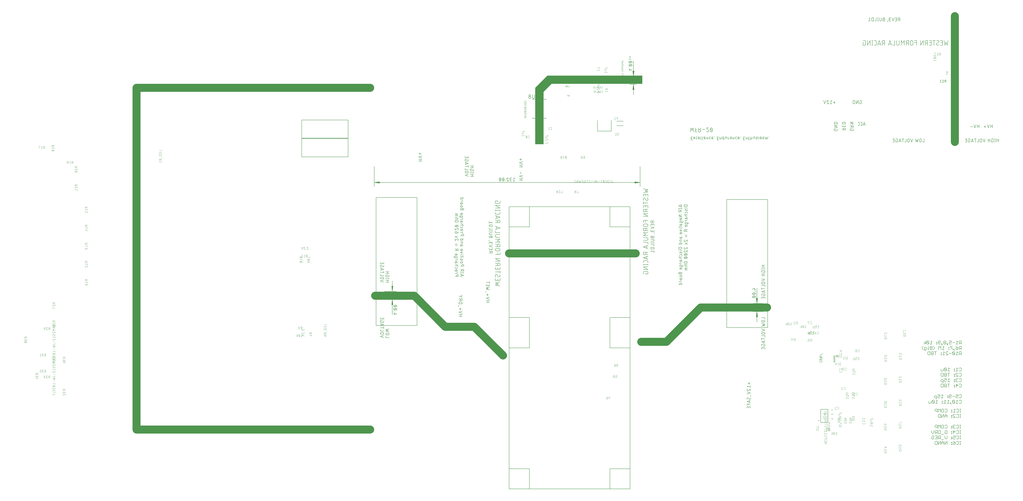
<source format=gbo>
%MOIN*%
%OFA0B0*%
%FSLAX34Y34*%
%IPPOS*%
%LPD*%
%AMOC8*
5,1,8,0,0,$1,112.5*%
%AMOC80*
5,1,8,0,0,$1,-67.5*%
%AMOC81*
5,1,8,0,0,$1,-67.5*%
%AMOC80*
5,1,8,0,0,$1,22.5*%
%AMOC81*
5,1,8,0,0,$1,112.5*%
%AMOC80*
5,1,8,0,0,$1,22.5*%
%AMOC81*
5,1,8,0,0,$1,22.5*%
%AMOC80*
5,1,8,0,0,$1,-67.5*%
%AMOC81*
5,1,8,0,0,$1,-67.5*%
%ADD10C,0.006000000000000001*%
%ADD11C,0.008*%
%ADD12C,0.0051181102362204732*%
%ADD13C,0.15748031496062992*%
%ADD24C,0.006000000000000001*%
%ADD25C,0.008*%
%ADD26C,0.0051181102362204732*%
%ADD27C,0.15748031496062992*%
%ADD28C,0.006000000000000001*%
%ADD29C,0.15748031496062992*%
%ADD30C,0.004*%
%ADD31C,0.005*%
%ADD32C,0.008*%
%ADD33C,0.006000000000000001*%
%ADD34C,0.15748031496062992*%
%ADD35C,0.005*%
%ADD36C,0.004*%
%ADD37C,0.15748031496062992*%
%ADD38C,0.004*%
%ADD39C,0.006000000000000001*%
%ADD40C,0.006000000000000001*%
%ADD41C,0.004*%
%ADD42C,0.0078740157480314977*%
%ADD43C,0.008*%
%ADD44C,0.0030000000000000005*%
%ADD45C,0.0051181102362204732*%
%ADD46C,0.006000000000000001*%
%ADD47C,0.008*%
%ADD48C,0.004*%
%ADD49C,0.005*%
%ADD50C,0.005*%
%ADD51C,0.007000000000000001*%
G75*
G01*
D10*
X0144909Y0022018D02*
X0144909Y0021592D01*
X0144695Y0021805D02*
X0145122Y0021805D01*
X0144660Y0021326D02*
X0144518Y0021149D01*
X0145158Y0021149D01*
X0145158Y0020971D02*
X0145158Y0021326D01*
X0144518Y0020515D02*
X0144518Y0020511D01*
X0144518Y0020506D01*
X0144518Y0020501D01*
X0144519Y0020496D01*
X0144520Y0020491D01*
X0144520Y0020486D01*
X0144521Y0020481D01*
X0144523Y0020476D01*
X0144524Y0020472D01*
X0144525Y0020467D01*
X0144527Y0020462D01*
X0144528Y0020458D01*
X0144530Y0020453D01*
X0144532Y0020449D01*
X0144534Y0020444D01*
X0144537Y0020440D01*
X0144539Y0020435D01*
X0144542Y0020431D01*
X0144544Y0020427D01*
X0144547Y0020423D01*
X0144550Y0020419D01*
X0144553Y0020415D01*
X0144556Y0020411D01*
X0144559Y0020408D01*
X0144563Y0020404D01*
X0144566Y0020401D01*
X0144570Y0020397D01*
X0144574Y0020394D01*
X0144577Y0020391D01*
X0144581Y0020388D01*
X0144585Y0020385D01*
X0144589Y0020382D01*
X0144593Y0020379D01*
X0144598Y0020377D01*
X0144602Y0020375D01*
X0144606Y0020372D01*
X0144611Y0020370D01*
X0144615Y0020368D01*
X0144620Y0020366D01*
X0144625Y0020365D01*
X0144629Y0020363D01*
X0144634Y0020362D01*
X0144639Y0020360D01*
X0144643Y0020359D01*
X0144648Y0020358D01*
X0144653Y0020357D01*
X0144658Y0020357D01*
X0144663Y0020356D01*
X0144668Y0020356D01*
X0144673Y0020356D01*
X0144678Y0020355D01*
X0144518Y0020515D02*
X0144518Y0020521D01*
X0144518Y0020527D01*
X0144518Y0020532D01*
X0144519Y0020538D01*
X0144520Y0020543D01*
X0144520Y0020549D01*
X0144521Y0020555D01*
X0144523Y0020560D01*
X0144524Y0020566D01*
X0144525Y0020571D01*
X0144527Y0020576D01*
X0144529Y0020582D01*
X0144531Y0020587D01*
X0144533Y0020592D01*
X0144535Y0020597D01*
X0144537Y0020603D01*
X0144540Y0020608D01*
X0144542Y0020613D01*
X0144545Y0020618D01*
X0144548Y0020622D01*
X0144551Y0020627D01*
X0144554Y0020632D01*
X0144557Y0020636D01*
X0144560Y0020641D01*
X0144564Y0020645D01*
X0144567Y0020650D01*
X0144571Y0020654D01*
X0144575Y0020658D01*
X0144579Y0020662D01*
X0144583Y0020666D01*
X0144587Y0020670D01*
X0144591Y0020673D01*
X0144596Y0020677D01*
X0144600Y0020680D01*
X0144605Y0020684D01*
X0144609Y0020687D01*
X0144614Y0020690D01*
X0144619Y0020693D01*
X0144624Y0020695D01*
X0144629Y0020698D01*
X0144634Y0020701D01*
X0144639Y0020703D01*
X0144644Y0020705D01*
X0144649Y0020707D01*
X0144655Y0020709D01*
X0144660Y0020711D01*
X0144802Y0020409D02*
X0144798Y0020405D01*
X0144795Y0020402D01*
X0144791Y0020398D01*
X0144787Y0020395D01*
X0144783Y0020392D01*
X0144779Y0020388D01*
X0144775Y0020385D01*
X0144770Y0020383D01*
X0144766Y0020380D01*
X0144762Y0020377D01*
X0144757Y0020375D01*
X0144752Y0020373D01*
X0144748Y0020370D01*
X0144743Y0020368D01*
X0144738Y0020367D01*
X0144733Y0020365D01*
X0144728Y0020363D01*
X0144724Y0020362D01*
X0144719Y0020360D01*
X0144714Y0020359D01*
X0144708Y0020358D01*
X0144703Y0020357D01*
X0144698Y0020357D01*
X0144693Y0020356D01*
X0144688Y0020356D01*
X0144683Y0020356D01*
X0144678Y0020355D01*
X0144802Y0020409D02*
X0145158Y0020711D01*
X0145158Y0020355D01*
X0145158Y0019918D02*
X0144518Y0020131D01*
X0144518Y0019705D02*
X0145158Y0019918D01*
X0145229Y0019506D02*
X0145229Y0019222D01*
X0145158Y0018795D02*
X0145158Y0018790D01*
X0145157Y0018786D01*
X0145157Y0018781D01*
X0145156Y0018777D01*
X0145156Y0018772D01*
X0145155Y0018767D01*
X0145154Y0018763D01*
X0145153Y0018758D01*
X0145152Y0018754D01*
X0145150Y0018749D01*
X0145149Y0018745D01*
X0145147Y0018741D01*
X0145145Y0018736D01*
X0145143Y0018732D01*
X0145141Y0018728D01*
X0145139Y0018724D01*
X0145136Y0018720D01*
X0145134Y0018716D01*
X0145131Y0018712D01*
X0145128Y0018709D01*
X0145125Y0018705D01*
X0145122Y0018701D01*
X0145119Y0018698D01*
X0145116Y0018695D01*
X0145113Y0018691D01*
X0145109Y0018688D01*
X0145106Y0018685D01*
X0145102Y0018682D01*
X0145098Y0018680D01*
X0145095Y0018677D01*
X0145091Y0018674D01*
X0145087Y0018672D01*
X0145083Y0018670D01*
X0145078Y0018668D01*
X0145074Y0018666D01*
X0145070Y0018664D01*
X0145066Y0018662D01*
X0145061Y0018660D01*
X0145057Y0018659D01*
X0145052Y0018658D01*
X0145048Y0018657D01*
X0145043Y0018656D01*
X0145039Y0018655D01*
X0145034Y0018654D01*
X0145029Y0018654D01*
X0145025Y0018653D01*
X0145020Y0018653D01*
X0145015Y0018653D01*
X0145158Y0018795D02*
X0145158Y0018802D01*
X0145157Y0018809D01*
X0145157Y0018817D01*
X0145156Y0018824D01*
X0145156Y0018831D01*
X0145155Y0018838D01*
X0145153Y0018845D01*
X0145152Y0018852D01*
X0145151Y0018859D01*
X0145149Y0018866D01*
X0145147Y0018873D01*
X0145145Y0018880D01*
X0145143Y0018887D01*
X0145141Y0018894D01*
X0145139Y0018901D01*
X0145136Y0018907D01*
X0145133Y0018914D01*
X0145130Y0018920D01*
X0145127Y0018927D01*
X0145124Y0018933D01*
X0145121Y0018940D01*
X0145117Y0018946D01*
X0145113Y0018952D01*
X0145110Y0018958D01*
X0145106Y0018964D01*
X0145101Y0018970D01*
X0145097Y0018976D01*
X0145093Y0018982D01*
X0145088Y0018987D01*
X0145084Y0018993D01*
X0145079Y0018998D01*
X0145074Y0019003D01*
X0145069Y0019008D01*
X0144660Y0018991D02*
X0144655Y0018991D01*
X0144651Y0018990D01*
X0144646Y0018990D01*
X0144641Y0018989D01*
X0144637Y0018989D01*
X0144632Y0018988D01*
X0144628Y0018987D01*
X0144623Y0018986D01*
X0144619Y0018984D01*
X0144614Y0018983D01*
X0144610Y0018981D01*
X0144605Y0018980D01*
X0144601Y0018978D01*
X0144597Y0018976D01*
X0144593Y0018974D01*
X0144589Y0018972D01*
X0144585Y0018969D01*
X0144581Y0018967D01*
X0144577Y0018964D01*
X0144573Y0018961D01*
X0144570Y0018958D01*
X0144566Y0018955D01*
X0144563Y0018952D01*
X0144559Y0018949D01*
X0144556Y0018946D01*
X0144553Y0018942D01*
X0144550Y0018939D01*
X0144547Y0018935D01*
X0144544Y0018931D01*
X0144542Y0018927D01*
X0144539Y0018923D01*
X0144537Y0018920D01*
X0144535Y0018915D01*
X0144532Y0018911D01*
X0144530Y0018907D01*
X0144529Y0018903D01*
X0144527Y0018898D01*
X0144525Y0018894D01*
X0144524Y0018890D01*
X0144523Y0018885D01*
X0144521Y0018881D01*
X0144520Y0018876D01*
X0144520Y0018872D01*
X0144519Y0018867D01*
X0144518Y0018862D01*
X0144518Y0018858D01*
X0144518Y0018853D01*
X0144518Y0018848D01*
X0144518Y0018842D01*
X0144518Y0018836D01*
X0144518Y0018829D01*
X0144519Y0018823D01*
X0144520Y0018817D01*
X0144520Y0018810D01*
X0144521Y0018804D01*
X0144523Y0018798D01*
X0144524Y0018792D01*
X0144525Y0018785D01*
X0144527Y0018779D01*
X0144529Y0018773D01*
X0144530Y0018767D01*
X0144532Y0018761D01*
X0144535Y0018755D01*
X0144537Y0018749D01*
X0144539Y0018743D01*
X0144542Y0018737D01*
X0144545Y0018732D01*
X0144547Y0018726D01*
X0144550Y0018720D01*
X0144554Y0018715D01*
X0144557Y0018709D01*
X0144560Y0018704D01*
X0144564Y0018699D01*
X0144567Y0018694D01*
X0144571Y0018688D01*
X0144784Y0018920D02*
X0144782Y0018924D01*
X0144779Y0018927D01*
X0144777Y0018931D01*
X0144774Y0018935D01*
X0144771Y0018939D01*
X0144768Y0018942D01*
X0144765Y0018946D01*
X0144761Y0018949D01*
X0144758Y0018952D01*
X0144754Y0018955D01*
X0144751Y0018958D01*
X0144747Y0018961D01*
X0144743Y0018964D01*
X0144740Y0018967D01*
X0144736Y0018969D01*
X0144732Y0018972D01*
X0144727Y0018974D01*
X0144723Y0018976D01*
X0144719Y0018978D01*
X0144715Y0018980D01*
X0144710Y0018982D01*
X0144706Y0018983D01*
X0144701Y0018985D01*
X0144697Y0018986D01*
X0144692Y0018987D01*
X0144688Y0018988D01*
X0144683Y0018989D01*
X0144679Y0018989D01*
X0144674Y0018990D01*
X0144669Y0018990D01*
X0144665Y0018991D01*
X0144660Y0018991D01*
X0144891Y0018724D02*
X0144893Y0018720D01*
X0144896Y0018716D01*
X0144899Y0018712D01*
X0144902Y0018708D01*
X0144905Y0018705D01*
X0144908Y0018701D01*
X0144911Y0018698D01*
X0144914Y0018694D01*
X0144917Y0018691D01*
X0144921Y0018688D01*
X0144925Y0018685D01*
X0144928Y0018682D01*
X0144932Y0018679D01*
X0144936Y0018677D01*
X0144940Y0018674D01*
X0144944Y0018672D01*
X0144948Y0018670D01*
X0144952Y0018667D01*
X0144956Y0018666D01*
X0144961Y0018664D01*
X0144965Y0018662D01*
X0144969Y0018660D01*
X0144974Y0018659D01*
X0144978Y0018658D01*
X0144983Y0018657D01*
X0144988Y0018656D01*
X0144992Y0018655D01*
X0144997Y0018654D01*
X0145001Y0018654D01*
X0145006Y0018653D01*
X0145011Y0018653D01*
X0145015Y0018653D01*
X0144891Y0018724D02*
X0144784Y0018920D01*
X0145158Y0018449D02*
X0144518Y0018236D01*
X0145158Y0018022D01*
X0144998Y0018076D02*
X0144998Y0018396D01*
X0145158Y0017776D02*
X0144518Y0017776D01*
X0144518Y0017492D01*
X0144802Y0017492D02*
X0144802Y0017776D01*
X0145158Y0017243D02*
X0145158Y0016959D01*
X0145158Y0017243D02*
X0144518Y0017243D01*
X0144518Y0016959D01*
X0144802Y0017030D02*
X0144802Y0017243D01*
D11*
X0125156Y0059598D02*
X0124236Y0059802D01*
X0124543Y0059393D02*
X0125156Y0059598D01*
X0125156Y0059189D02*
X0124543Y0059393D01*
X0124236Y0058984D02*
X0125156Y0059189D01*
X0125156Y0058689D02*
X0125156Y0058280D01*
X0125156Y0058689D02*
X0124236Y0058689D01*
X0124236Y0058280D01*
X0124645Y0058382D02*
X0124645Y0058689D01*
X0125156Y0057725D02*
X0125156Y0057720D01*
X0125156Y0057714D01*
X0125156Y0057709D01*
X0125155Y0057703D01*
X0125154Y0057697D01*
X0125154Y0057692D01*
X0125153Y0057686D01*
X0125151Y0057681D01*
X0125150Y0057675D01*
X0125149Y0057670D01*
X0125147Y0057664D01*
X0125145Y0057659D01*
X0125143Y0057654D01*
X0125141Y0057648D01*
X0125139Y0057643D01*
X0125137Y0057638D01*
X0125134Y0057633D01*
X0125132Y0057628D01*
X0125129Y0057623D01*
X0125126Y0057618D01*
X0125123Y0057614D01*
X0125120Y0057609D01*
X0125117Y0057604D01*
X0125113Y0057600D01*
X0125110Y0057595D01*
X0125106Y0057591D01*
X0125102Y0057587D01*
X0125098Y0057583D01*
X0125094Y0057579D01*
X0125090Y0057575D01*
X0125086Y0057571D01*
X0125082Y0057568D01*
X0125077Y0057564D01*
X0125073Y0057561D01*
X0125068Y0057557D01*
X0125064Y0057554D01*
X0125059Y0057551D01*
X0125054Y0057548D01*
X0125049Y0057546D01*
X0125044Y0057543D01*
X0125039Y0057541D01*
X0125034Y0057538D01*
X0125029Y0057536D01*
X0125024Y0057534D01*
X0125018Y0057532D01*
X0125013Y0057530D01*
X0125008Y0057529D01*
X0125002Y0057527D01*
X0124997Y0057526D01*
X0124991Y0057525D01*
X0124986Y0057524D01*
X0124980Y0057523D01*
X0124974Y0057522D01*
X0124969Y0057522D01*
X0124963Y0057521D01*
X0124958Y0057521D01*
X0124952Y0057521D01*
X0125156Y0057725D02*
X0125156Y0057736D01*
X0125156Y0057746D01*
X0125155Y0057756D01*
X0125154Y0057767D01*
X0125153Y0057777D01*
X0125152Y0057787D01*
X0125150Y0057797D01*
X0125148Y0057808D01*
X0125146Y0057818D01*
X0125144Y0057828D01*
X0125141Y0057838D01*
X0125139Y0057848D01*
X0125136Y0057858D01*
X0125132Y0057867D01*
X0125129Y0057877D01*
X0125125Y0057887D01*
X0125121Y0057896D01*
X0125117Y0057906D01*
X0125112Y0057915D01*
X0125108Y0057924D01*
X0125103Y0057933D01*
X0125098Y0057942D01*
X0125093Y0057951D01*
X0125087Y0057960D01*
X0125081Y0057969D01*
X0125075Y0057977D01*
X0125069Y0057985D01*
X0125063Y0057994D01*
X0125056Y0058002D01*
X0125050Y0058009D01*
X0125043Y0058017D01*
X0125036Y0058025D01*
X0125029Y0058032D01*
X0124441Y0058007D02*
X0124435Y0058006D01*
X0124430Y0058006D01*
X0124424Y0058006D01*
X0124418Y0058005D01*
X0124413Y0058005D01*
X0124407Y0058004D01*
X0124402Y0058003D01*
X0124396Y0058002D01*
X0124391Y0058000D01*
X0124385Y0057999D01*
X0124380Y0057997D01*
X0124374Y0057995D01*
X0124369Y0057994D01*
X0124364Y0057992D01*
X0124359Y0057989D01*
X0124354Y0057987D01*
X0124348Y0057985D01*
X0124343Y0057982D01*
X0124339Y0057979D01*
X0124334Y0057976D01*
X0124329Y0057973D01*
X0124324Y0057970D01*
X0124320Y0057967D01*
X0124315Y0057963D01*
X0124311Y0057960D01*
X0124307Y0057956D01*
X0124302Y0057953D01*
X0124298Y0057949D01*
X0124294Y0057945D01*
X0124290Y0057941D01*
X0124287Y0057936D01*
X0124283Y0057932D01*
X0124279Y0057928D01*
X0124276Y0057923D01*
X0124273Y0057919D01*
X0124270Y0057914D01*
X0124267Y0057909D01*
X0124264Y0057904D01*
X0124261Y0057899D01*
X0124258Y0057894D01*
X0124256Y0057889D01*
X0124254Y0057884D01*
X0124251Y0057879D01*
X0124249Y0057874D01*
X0124247Y0057868D01*
X0124246Y0057863D01*
X0124244Y0057858D01*
X0124243Y0057852D01*
X0124241Y0057847D01*
X0124240Y0057841D01*
X0124239Y0057836D01*
X0124238Y0057830D01*
X0124238Y0057825D01*
X0124237Y0057819D01*
X0124237Y0057813D01*
X0124236Y0057808D01*
X0124236Y0057802D01*
X0124236Y0057793D01*
X0124237Y0057784D01*
X0124237Y0057775D01*
X0124238Y0057766D01*
X0124239Y0057757D01*
X0124240Y0057747D01*
X0124242Y0057738D01*
X0124243Y0057729D01*
X0124245Y0057720D01*
X0124247Y0057712D01*
X0124249Y0057703D01*
X0124252Y0057694D01*
X0124255Y0057685D01*
X0124257Y0057677D01*
X0124261Y0057668D01*
X0124264Y0057659D01*
X0124267Y0057651D01*
X0124271Y0057643D01*
X0124275Y0057634D01*
X0124279Y0057626D01*
X0124283Y0057618D01*
X0124288Y0057610D01*
X0124293Y0057602D01*
X0124297Y0057595D01*
X0124302Y0057587D01*
X0124308Y0057579D01*
X0124313Y0057572D01*
X0124620Y0057904D02*
X0124617Y0057909D01*
X0124614Y0057914D01*
X0124610Y0057919D01*
X0124607Y0057923D01*
X0124604Y0057928D01*
X0124600Y0057932D01*
X0124596Y0057936D01*
X0124593Y0057941D01*
X0124589Y0057945D01*
X0124585Y0057949D01*
X0124580Y0057953D01*
X0124576Y0057956D01*
X0124572Y0057960D01*
X0124567Y0057963D01*
X0124563Y0057967D01*
X0124558Y0057970D01*
X0124554Y0057973D01*
X0124549Y0057976D01*
X0124544Y0057979D01*
X0124539Y0057982D01*
X0124534Y0057985D01*
X0124529Y0057987D01*
X0124524Y0057989D01*
X0124518Y0057992D01*
X0124513Y0057994D01*
X0124508Y0057995D01*
X0124502Y0057997D01*
X0124497Y0057999D01*
X0124491Y0058000D01*
X0124486Y0058002D01*
X0124480Y0058003D01*
X0124475Y0058004D01*
X0124469Y0058005D01*
X0124463Y0058005D01*
X0124458Y0058006D01*
X0124452Y0058006D01*
X0124446Y0058006D01*
X0124441Y0058007D01*
X0124773Y0057623D02*
X0124776Y0057618D01*
X0124779Y0057614D01*
X0124782Y0057609D01*
X0124786Y0057604D01*
X0124789Y0057600D01*
X0124793Y0057595D01*
X0124796Y0057591D01*
X0124800Y0057587D01*
X0124804Y0057583D01*
X0124808Y0057579D01*
X0124812Y0057575D01*
X0124817Y0057571D01*
X0124821Y0057568D01*
X0124825Y0057564D01*
X0124830Y0057561D01*
X0124834Y0057557D01*
X0124839Y0057554D01*
X0124844Y0057551D01*
X0124849Y0057548D01*
X0124854Y0057546D01*
X0124859Y0057543D01*
X0124864Y0057541D01*
X0124869Y0057538D01*
X0124874Y0057536D01*
X0124880Y0057534D01*
X0124885Y0057532D01*
X0124890Y0057530D01*
X0124896Y0057529D01*
X0124901Y0057527D01*
X0124907Y0057526D01*
X0124912Y0057525D01*
X0124918Y0057524D01*
X0124924Y0057523D01*
X0124929Y0057522D01*
X0124935Y0057522D01*
X0124941Y0057521D01*
X0124946Y0057521D01*
X0124952Y0057521D01*
X0124773Y0057623D02*
X0124620Y0057904D01*
X0124236Y0057037D02*
X0125156Y0057037D01*
X0124236Y0057292D02*
X0124236Y0056781D01*
X0125156Y0056497D02*
X0125156Y0056088D01*
X0125156Y0056497D02*
X0124236Y0056497D01*
X0124236Y0056088D01*
X0124645Y0056190D02*
X0124645Y0056497D01*
X0124236Y0055783D02*
X0125156Y0055783D01*
X0124236Y0055783D02*
X0124236Y0055527D01*
X0124236Y0055521D01*
X0124237Y0055515D01*
X0124237Y0055508D01*
X0124238Y0055502D01*
X0124238Y0055496D01*
X0124239Y0055490D01*
X0124240Y0055483D01*
X0124241Y0055477D01*
X0124243Y0055471D01*
X0124244Y0055465D01*
X0124246Y0055459D01*
X0124247Y0055453D01*
X0124249Y0055447D01*
X0124251Y0055441D01*
X0124253Y0055435D01*
X0124256Y0055429D01*
X0124258Y0055424D01*
X0124261Y0055418D01*
X0124264Y0055412D01*
X0124267Y0055407D01*
X0124270Y0055401D01*
X0124273Y0055396D01*
X0124276Y0055390D01*
X0124279Y0055385D01*
X0124283Y0055380D01*
X0124287Y0055375D01*
X0124290Y0055370D01*
X0124294Y0055365D01*
X0124298Y0055360D01*
X0124303Y0055356D01*
X0124307Y0055351D01*
X0124311Y0055347D01*
X0124316Y0055342D01*
X0124320Y0055338D01*
X0124325Y0055334D01*
X0124330Y0055330D01*
X0124335Y0055326D01*
X0124340Y0055322D01*
X0124345Y0055318D01*
X0124350Y0055315D01*
X0124355Y0055311D01*
X0124361Y0055308D01*
X0124366Y0055305D01*
X0124371Y0055302D01*
X0124377Y0055299D01*
X0124383Y0055296D01*
X0124388Y0055294D01*
X0124394Y0055291D01*
X0124400Y0055289D01*
X0124406Y0055287D01*
X0124412Y0055285D01*
X0124418Y0055283D01*
X0124424Y0055281D01*
X0124430Y0055279D01*
X0124436Y0055278D01*
X0124442Y0055277D01*
X0124448Y0055275D01*
X0124454Y0055274D01*
X0124461Y0055274D01*
X0124467Y0055273D01*
X0124473Y0055272D01*
X0124479Y0055272D01*
X0124486Y0055272D01*
X0124492Y0055272D01*
X0124498Y0055272D01*
X0124504Y0055272D01*
X0124511Y0055272D01*
X0124517Y0055273D01*
X0124523Y0055274D01*
X0124529Y0055274D01*
X0124536Y0055275D01*
X0124542Y0055277D01*
X0124548Y0055278D01*
X0124554Y0055279D01*
X0124560Y0055281D01*
X0124566Y0055283D01*
X0124572Y0055285D01*
X0124578Y0055287D01*
X0124584Y0055289D01*
X0124590Y0055291D01*
X0124595Y0055294D01*
X0124601Y0055296D01*
X0124607Y0055299D01*
X0124612Y0055302D01*
X0124618Y0055305D01*
X0124623Y0055308D01*
X0124629Y0055311D01*
X0124634Y0055315D01*
X0124639Y0055318D01*
X0124644Y0055322D01*
X0124649Y0055326D01*
X0124654Y0055330D01*
X0124659Y0055334D01*
X0124664Y0055338D01*
X0124668Y0055342D01*
X0124673Y0055347D01*
X0124677Y0055351D01*
X0124681Y0055356D01*
X0124685Y0055360D01*
X0124689Y0055365D01*
X0124693Y0055370D01*
X0124697Y0055375D01*
X0124701Y0055380D01*
X0124704Y0055385D01*
X0124708Y0055390D01*
X0124711Y0055396D01*
X0124714Y0055401D01*
X0124717Y0055407D01*
X0124720Y0055412D01*
X0124723Y0055418D01*
X0124726Y0055424D01*
X0124728Y0055429D01*
X0124730Y0055435D01*
X0124733Y0055441D01*
X0124735Y0055447D01*
X0124736Y0055453D01*
X0124738Y0055459D01*
X0124740Y0055465D01*
X0124741Y0055471D01*
X0124743Y0055477D01*
X0124744Y0055483D01*
X0124745Y0055490D01*
X0124746Y0055496D01*
X0124746Y0055502D01*
X0124747Y0055508D01*
X0124747Y0055515D01*
X0124747Y0055521D01*
X0124747Y0055527D01*
X0124747Y0055783D01*
X0124747Y0055476D02*
X0125156Y0055272D01*
X0125156Y0054936D02*
X0124236Y0054936D01*
X0125156Y0054425D01*
X0124236Y0054425D01*
X0124236Y0053620D02*
X0125156Y0053620D01*
X0124236Y0053620D02*
X0124236Y0053211D01*
X0124645Y0053211D02*
X0124645Y0053620D01*
X0124492Y0052936D02*
X0124901Y0052936D01*
X0124492Y0052936D02*
X0124486Y0052936D01*
X0124479Y0052935D01*
X0124473Y0052935D01*
X0124467Y0052934D01*
X0124461Y0052934D01*
X0124454Y0052933D01*
X0124448Y0052932D01*
X0124442Y0052931D01*
X0124436Y0052929D01*
X0124430Y0052928D01*
X0124424Y0052926D01*
X0124418Y0052925D01*
X0124412Y0052923D01*
X0124406Y0052921D01*
X0124400Y0052919D01*
X0124394Y0052916D01*
X0124388Y0052914D01*
X0124383Y0052911D01*
X0124377Y0052908D01*
X0124371Y0052906D01*
X0124366Y0052902D01*
X0124361Y0052899D01*
X0124355Y0052896D01*
X0124350Y0052893D01*
X0124345Y0052889D01*
X0124340Y0052885D01*
X0124335Y0052882D01*
X0124330Y0052878D01*
X0124325Y0052874D01*
X0124320Y0052870D01*
X0124316Y0052865D01*
X0124311Y0052861D01*
X0124307Y0052856D01*
X0124303Y0052852D01*
X0124298Y0052847D01*
X0124294Y0052842D01*
X0124290Y0052837D01*
X0124287Y0052832D01*
X0124283Y0052827D01*
X0124279Y0052822D01*
X0124276Y0052817D01*
X0124273Y0052812D01*
X0124270Y0052806D01*
X0124267Y0052801D01*
X0124264Y0052795D01*
X0124261Y0052789D01*
X0124258Y0052784D01*
X0124256Y0052778D01*
X0124253Y0052772D01*
X0124251Y0052766D01*
X0124249Y0052760D01*
X0124247Y0052754D01*
X0124246Y0052748D01*
X0124244Y0052742D01*
X0124243Y0052736D01*
X0124241Y0052730D01*
X0124240Y0052724D01*
X0124239Y0052718D01*
X0124238Y0052711D01*
X0124238Y0052705D01*
X0124237Y0052699D01*
X0124237Y0052693D01*
X0124236Y0052686D01*
X0124236Y0052680D01*
X0124236Y0052674D01*
X0124237Y0052668D01*
X0124237Y0052661D01*
X0124238Y0052655D01*
X0124238Y0052649D01*
X0124239Y0052643D01*
X0124240Y0052636D01*
X0124241Y0052630D01*
X0124243Y0052624D01*
X0124244Y0052618D01*
X0124246Y0052612D01*
X0124247Y0052606D01*
X0124249Y0052600D01*
X0124251Y0052594D01*
X0124253Y0052588D01*
X0124256Y0052582D01*
X0124258Y0052577D01*
X0124261Y0052571D01*
X0124264Y0052565D01*
X0124267Y0052560D01*
X0124270Y0052554D01*
X0124273Y0052549D01*
X0124276Y0052543D01*
X0124279Y0052538D01*
X0124283Y0052533D01*
X0124287Y0052528D01*
X0124290Y0052523D01*
X0124294Y0052518D01*
X0124298Y0052513D01*
X0124303Y0052508D01*
X0124307Y0052504D01*
X0124311Y0052499D01*
X0124316Y0052495D01*
X0124320Y0052491D01*
X0124325Y0052487D01*
X0124330Y0052483D01*
X0124335Y0052479D01*
X0124340Y0052475D01*
X0124345Y0052471D01*
X0124350Y0052468D01*
X0124355Y0052464D01*
X0124361Y0052461D01*
X0124366Y0052458D01*
X0124371Y0052455D01*
X0124377Y0052452D01*
X0124383Y0052449D01*
X0124388Y0052446D01*
X0124394Y0052444D01*
X0124400Y0052442D01*
X0124406Y0052440D01*
X0124412Y0052437D01*
X0124418Y0052436D01*
X0124424Y0052434D01*
X0124430Y0052432D01*
X0124436Y0052431D01*
X0124442Y0052430D01*
X0124448Y0052428D01*
X0124454Y0052427D01*
X0124461Y0052427D01*
X0124467Y0052426D01*
X0124473Y0052425D01*
X0124479Y0052425D01*
X0124486Y0052425D01*
X0124492Y0052425D01*
X0124901Y0052425D01*
X0124907Y0052425D01*
X0124913Y0052425D01*
X0124920Y0052425D01*
X0124926Y0052426D01*
X0124932Y0052427D01*
X0124938Y0052427D01*
X0124945Y0052428D01*
X0124951Y0052430D01*
X0124957Y0052431D01*
X0124963Y0052432D01*
X0124969Y0052434D01*
X0124975Y0052436D01*
X0124981Y0052437D01*
X0124987Y0052440D01*
X0124993Y0052442D01*
X0124999Y0052444D01*
X0125004Y0052446D01*
X0125010Y0052449D01*
X0125016Y0052452D01*
X0125021Y0052455D01*
X0125027Y0052458D01*
X0125032Y0052461D01*
X0125038Y0052464D01*
X0125043Y0052468D01*
X0125048Y0052471D01*
X0125053Y0052475D01*
X0125058Y0052479D01*
X0125063Y0052483D01*
X0125068Y0052487D01*
X0125072Y0052491D01*
X0125077Y0052495D01*
X0125082Y0052499D01*
X0125086Y0052504D01*
X0125090Y0052508D01*
X0125094Y0052513D01*
X0125098Y0052518D01*
X0125102Y0052523D01*
X0125106Y0052528D01*
X0125110Y0052533D01*
X0125113Y0052538D01*
X0125117Y0052543D01*
X0125120Y0052549D01*
X0125123Y0052554D01*
X0125126Y0052560D01*
X0125129Y0052565D01*
X0125132Y0052571D01*
X0125134Y0052577D01*
X0125137Y0052582D01*
X0125139Y0052588D01*
X0125141Y0052594D01*
X0125143Y0052600D01*
X0125145Y0052606D01*
X0125147Y0052612D01*
X0125149Y0052618D01*
X0125150Y0052624D01*
X0125151Y0052630D01*
X0125153Y0052636D01*
X0125154Y0052643D01*
X0125154Y0052649D01*
X0125155Y0052655D01*
X0125156Y0052661D01*
X0125156Y0052668D01*
X0125156Y0052674D01*
X0125156Y0052680D01*
X0125156Y0052686D01*
X0125156Y0052693D01*
X0125156Y0052699D01*
X0125155Y0052705D01*
X0125154Y0052711D01*
X0125154Y0052718D01*
X0125153Y0052724D01*
X0125151Y0052730D01*
X0125150Y0052736D01*
X0125149Y0052742D01*
X0125147Y0052748D01*
X0125145Y0052754D01*
X0125143Y0052760D01*
X0125141Y0052766D01*
X0125139Y0052772D01*
X0125137Y0052778D01*
X0125134Y0052784D01*
X0125132Y0052789D01*
X0125129Y0052795D01*
X0125126Y0052801D01*
X0125123Y0052806D01*
X0125120Y0052812D01*
X0125117Y0052817D01*
X0125113Y0052822D01*
X0125110Y0052827D01*
X0125106Y0052832D01*
X0125102Y0052837D01*
X0125098Y0052842D01*
X0125094Y0052847D01*
X0125090Y0052852D01*
X0125086Y0052856D01*
X0125082Y0052861D01*
X0125077Y0052865D01*
X0125072Y0052870D01*
X0125068Y0052874D01*
X0125063Y0052878D01*
X0125058Y0052882D01*
X0125053Y0052885D01*
X0125048Y0052889D01*
X0125043Y0052893D01*
X0125038Y0052896D01*
X0125032Y0052899D01*
X0125027Y0052902D01*
X0125021Y0052906D01*
X0125016Y0052908D01*
X0125010Y0052911D01*
X0125004Y0052914D01*
X0124999Y0052916D01*
X0124993Y0052919D01*
X0124987Y0052921D01*
X0124981Y0052923D01*
X0124975Y0052925D01*
X0124969Y0052926D01*
X0124963Y0052928D01*
X0124957Y0052929D01*
X0124951Y0052931D01*
X0124945Y0052932D01*
X0124938Y0052933D01*
X0124932Y0052934D01*
X0124926Y0052934D01*
X0124920Y0052935D01*
X0124913Y0052935D01*
X0124907Y0052936D01*
X0124901Y0052936D01*
X0125156Y0052084D02*
X0124236Y0052084D01*
X0124236Y0051828D01*
X0124236Y0051822D01*
X0124237Y0051816D01*
X0124237Y0051809D01*
X0124238Y0051803D01*
X0124238Y0051797D01*
X0124239Y0051791D01*
X0124240Y0051785D01*
X0124241Y0051778D01*
X0124243Y0051772D01*
X0124244Y0051766D01*
X0124246Y0051760D01*
X0124247Y0051754D01*
X0124249Y0051748D01*
X0124251Y0051742D01*
X0124253Y0051736D01*
X0124256Y0051730D01*
X0124258Y0051725D01*
X0124261Y0051719D01*
X0124264Y0051713D01*
X0124267Y0051708D01*
X0124270Y0051702D01*
X0124273Y0051697D01*
X0124276Y0051692D01*
X0124279Y0051686D01*
X0124283Y0051681D01*
X0124287Y0051676D01*
X0124290Y0051671D01*
X0124294Y0051666D01*
X0124298Y0051661D01*
X0124303Y0051657D01*
X0124307Y0051652D01*
X0124311Y0051648D01*
X0124316Y0051643D01*
X0124320Y0051639D01*
X0124325Y0051635D01*
X0124330Y0051631D01*
X0124335Y0051627D01*
X0124340Y0051623D01*
X0124345Y0051619D01*
X0124350Y0051616D01*
X0124355Y0051612D01*
X0124361Y0051609D01*
X0124366Y0051606D01*
X0124371Y0051603D01*
X0124377Y0051600D01*
X0124383Y0051597D01*
X0124388Y0051595D01*
X0124394Y0051592D01*
X0124400Y0051590D01*
X0124406Y0051588D01*
X0124412Y0051586D01*
X0124418Y0051584D01*
X0124424Y0051582D01*
X0124430Y0051580D01*
X0124436Y0051579D01*
X0124442Y0051578D01*
X0124448Y0051576D01*
X0124454Y0051575D01*
X0124461Y0051575D01*
X0124467Y0051574D01*
X0124473Y0051573D01*
X0124479Y0051573D01*
X0124486Y0051573D01*
X0124492Y0051573D01*
X0124498Y0051573D01*
X0124504Y0051573D01*
X0124511Y0051573D01*
X0124517Y0051574D01*
X0124523Y0051575D01*
X0124529Y0051575D01*
X0124536Y0051576D01*
X0124542Y0051578D01*
X0124548Y0051579D01*
X0124554Y0051580D01*
X0124560Y0051582D01*
X0124566Y0051584D01*
X0124572Y0051586D01*
X0124578Y0051588D01*
X0124584Y0051590D01*
X0124590Y0051592D01*
X0124595Y0051595D01*
X0124601Y0051597D01*
X0124607Y0051600D01*
X0124612Y0051603D01*
X0124618Y0051606D01*
X0124623Y0051609D01*
X0124629Y0051612D01*
X0124634Y0051616D01*
X0124639Y0051619D01*
X0124644Y0051623D01*
X0124649Y0051627D01*
X0124654Y0051631D01*
X0124659Y0051635D01*
X0124664Y0051639D01*
X0124668Y0051643D01*
X0124673Y0051648D01*
X0124677Y0051652D01*
X0124681Y0051657D01*
X0124685Y0051661D01*
X0124689Y0051666D01*
X0124693Y0051671D01*
X0124697Y0051676D01*
X0124701Y0051681D01*
X0124704Y0051686D01*
X0124708Y0051692D01*
X0124711Y0051697D01*
X0124714Y0051702D01*
X0124717Y0051708D01*
X0124720Y0051713D01*
X0124723Y0051719D01*
X0124726Y0051725D01*
X0124728Y0051730D01*
X0124730Y0051736D01*
X0124733Y0051742D01*
X0124735Y0051748D01*
X0124736Y0051754D01*
X0124738Y0051760D01*
X0124740Y0051766D01*
X0124741Y0051772D01*
X0124743Y0051778D01*
X0124744Y0051785D01*
X0124745Y0051791D01*
X0124746Y0051797D01*
X0124746Y0051803D01*
X0124747Y0051809D01*
X0124747Y0051816D01*
X0124747Y0051822D01*
X0124747Y0051828D01*
X0124747Y0052084D01*
X0124747Y0051777D02*
X0125156Y0051573D01*
X0125156Y0051233D02*
X0124236Y0051233D01*
X0124747Y0050927D01*
X0124236Y0050620D01*
X0125156Y0050620D01*
X0124901Y0050251D02*
X0124236Y0050251D01*
X0124901Y0050250D02*
X0124907Y0050250D01*
X0124913Y0050250D01*
X0124920Y0050250D01*
X0124926Y0050249D01*
X0124932Y0050249D01*
X0124938Y0050248D01*
X0124945Y0050247D01*
X0124951Y0050246D01*
X0124957Y0050244D01*
X0124963Y0050243D01*
X0124969Y0050241D01*
X0124975Y0050239D01*
X0124981Y0050238D01*
X0124987Y0050236D01*
X0124993Y0050233D01*
X0124999Y0050231D01*
X0125004Y0050229D01*
X0125010Y0050226D01*
X0125016Y0050223D01*
X0125021Y0050220D01*
X0125027Y0050217D01*
X0125032Y0050214D01*
X0125038Y0050211D01*
X0125043Y0050207D01*
X0125048Y0050204D01*
X0125053Y0050200D01*
X0125058Y0050196D01*
X0125063Y0050192D01*
X0125068Y0050188D01*
X0125072Y0050184D01*
X0125077Y0050180D01*
X0125082Y0050176D01*
X0125086Y0050171D01*
X0125090Y0050167D01*
X0125094Y0050162D01*
X0125098Y0050157D01*
X0125102Y0050152D01*
X0125106Y0050147D01*
X0125110Y0050142D01*
X0125113Y0050137D01*
X0125117Y0050132D01*
X0125120Y0050126D01*
X0125123Y0050121D01*
X0125126Y0050115D01*
X0125129Y0050110D01*
X0125132Y0050104D01*
X0125134Y0050098D01*
X0125137Y0050093D01*
X0125139Y0050087D01*
X0125141Y0050081D01*
X0125143Y0050075D01*
X0125145Y0050069D01*
X0125147Y0050063D01*
X0125149Y0050057D01*
X0125150Y0050051D01*
X0125151Y0050045D01*
X0125153Y0050039D01*
X0125154Y0050032D01*
X0125154Y0050026D01*
X0125155Y0050020D01*
X0125156Y0050014D01*
X0125156Y0050007D01*
X0125156Y0050001D01*
X0125156Y0049995D01*
X0125156Y0049989D01*
X0125156Y0049982D01*
X0125156Y0049976D01*
X0125155Y0049970D01*
X0125154Y0049964D01*
X0125154Y0049957D01*
X0125153Y0049951D01*
X0125151Y0049945D01*
X0125150Y0049939D01*
X0125149Y0049933D01*
X0125147Y0049927D01*
X0125145Y0049921D01*
X0125143Y0049915D01*
X0125141Y0049909D01*
X0125139Y0049903D01*
X0125137Y0049897D01*
X0125134Y0049891D01*
X0125132Y0049886D01*
X0125129Y0049880D01*
X0125126Y0049874D01*
X0125123Y0049869D01*
X0125120Y0049864D01*
X0125117Y0049858D01*
X0125113Y0049853D01*
X0125110Y0049848D01*
X0125106Y0049843D01*
X0125102Y0049838D01*
X0125098Y0049833D01*
X0125094Y0049828D01*
X0125090Y0049823D01*
X0125086Y0049819D01*
X0125082Y0049814D01*
X0125077Y0049810D01*
X0125072Y0049806D01*
X0125068Y0049801D01*
X0125063Y0049797D01*
X0125058Y0049793D01*
X0125053Y0049790D01*
X0125048Y0049786D01*
X0125043Y0049782D01*
X0125038Y0049779D01*
X0125032Y0049776D01*
X0125027Y0049773D01*
X0125021Y0049770D01*
X0125016Y0049767D01*
X0125010Y0049764D01*
X0125004Y0049761D01*
X0124999Y0049759D01*
X0124993Y0049757D01*
X0124987Y0049754D01*
X0124981Y0049752D01*
X0124975Y0049750D01*
X0124969Y0049749D01*
X0124963Y0049747D01*
X0124957Y0049746D01*
X0124951Y0049744D01*
X0124945Y0049743D01*
X0124938Y0049742D01*
X0124932Y0049741D01*
X0124926Y0049741D01*
X0124920Y0049740D01*
X0124913Y0049740D01*
X0124907Y0049739D01*
X0124901Y0049739D01*
X0124236Y0049739D01*
X0124236Y0049373D02*
X0125156Y0049373D01*
X0125156Y0048964D01*
X0125156Y0048740D02*
X0124236Y0048433D01*
X0125156Y0048126D01*
X0124926Y0048203D02*
X0124926Y0048663D01*
X0125156Y0047398D02*
X0124236Y0047398D01*
X0124236Y0047143D01*
X0124236Y0047137D01*
X0124237Y0047130D01*
X0124237Y0047124D01*
X0124238Y0047118D01*
X0124238Y0047112D01*
X0124239Y0047105D01*
X0124240Y0047099D01*
X0124241Y0047093D01*
X0124243Y0047087D01*
X0124244Y0047081D01*
X0124246Y0047075D01*
X0124247Y0047069D01*
X0124249Y0047063D01*
X0124251Y0047057D01*
X0124253Y0047051D01*
X0124256Y0047045D01*
X0124258Y0047039D01*
X0124261Y0047034D01*
X0124264Y0047028D01*
X0124267Y0047022D01*
X0124270Y0047017D01*
X0124273Y0047011D01*
X0124276Y0047006D01*
X0124279Y0047001D01*
X0124283Y0046996D01*
X0124287Y0046991D01*
X0124290Y0046986D01*
X0124294Y0046981D01*
X0124298Y0046976D01*
X0124303Y0046971D01*
X0124307Y0046967D01*
X0124311Y0046962D01*
X0124316Y0046958D01*
X0124320Y0046953D01*
X0124325Y0046949D01*
X0124330Y0046945D01*
X0124335Y0046941D01*
X0124340Y0046938D01*
X0124345Y0046934D01*
X0124350Y0046930D01*
X0124355Y0046927D01*
X0124361Y0046924D01*
X0124366Y0046920D01*
X0124371Y0046917D01*
X0124377Y0046915D01*
X0124383Y0046912D01*
X0124388Y0046909D01*
X0124394Y0046907D01*
X0124400Y0046904D01*
X0124406Y0046902D01*
X0124412Y0046900D01*
X0124418Y0046898D01*
X0124424Y0046897D01*
X0124430Y0046895D01*
X0124436Y0046894D01*
X0124442Y0046892D01*
X0124448Y0046891D01*
X0124454Y0046890D01*
X0124461Y0046889D01*
X0124467Y0046889D01*
X0124473Y0046888D01*
X0124479Y0046888D01*
X0124486Y0046887D01*
X0124492Y0046887D01*
X0124498Y0046887D01*
X0124504Y0046888D01*
X0124511Y0046888D01*
X0124517Y0046889D01*
X0124523Y0046889D01*
X0124529Y0046890D01*
X0124536Y0046891D01*
X0124542Y0046892D01*
X0124548Y0046894D01*
X0124554Y0046895D01*
X0124560Y0046897D01*
X0124566Y0046898D01*
X0124572Y0046900D01*
X0124578Y0046902D01*
X0124584Y0046904D01*
X0124590Y0046907D01*
X0124595Y0046909D01*
X0124601Y0046912D01*
X0124607Y0046915D01*
X0124612Y0046917D01*
X0124618Y0046920D01*
X0124623Y0046924D01*
X0124629Y0046927D01*
X0124634Y0046930D01*
X0124639Y0046934D01*
X0124644Y0046938D01*
X0124649Y0046941D01*
X0124654Y0046945D01*
X0124659Y0046949D01*
X0124664Y0046953D01*
X0124668Y0046958D01*
X0124673Y0046962D01*
X0124677Y0046967D01*
X0124681Y0046971D01*
X0124685Y0046976D01*
X0124689Y0046981D01*
X0124693Y0046986D01*
X0124697Y0046991D01*
X0124701Y0046996D01*
X0124704Y0047001D01*
X0124708Y0047006D01*
X0124711Y0047011D01*
X0124714Y0047017D01*
X0124717Y0047022D01*
X0124720Y0047028D01*
X0124723Y0047034D01*
X0124726Y0047039D01*
X0124728Y0047045D01*
X0124730Y0047051D01*
X0124733Y0047057D01*
X0124735Y0047063D01*
X0124736Y0047069D01*
X0124738Y0047075D01*
X0124740Y0047081D01*
X0124741Y0047087D01*
X0124743Y0047093D01*
X0124744Y0047099D01*
X0124745Y0047105D01*
X0124746Y0047112D01*
X0124746Y0047118D01*
X0124747Y0047124D01*
X0124747Y0047130D01*
X0124747Y0047137D01*
X0124747Y0047143D01*
X0124747Y0047398D01*
X0124747Y0047092D02*
X0125156Y0046887D01*
X0125156Y0046630D02*
X0124236Y0046323D01*
X0125156Y0046017D01*
X0124926Y0046093D02*
X0124926Y0046553D01*
X0125156Y0045553D02*
X0125156Y0045349D01*
X0125156Y0045553D02*
X0125156Y0045559D01*
X0125156Y0045565D01*
X0125156Y0045570D01*
X0125155Y0045576D01*
X0125154Y0045581D01*
X0125154Y0045587D01*
X0125153Y0045593D01*
X0125151Y0045598D01*
X0125150Y0045604D01*
X0125149Y0045609D01*
X0125147Y0045614D01*
X0125145Y0045620D01*
X0125143Y0045625D01*
X0125141Y0045630D01*
X0125139Y0045636D01*
X0125137Y0045641D01*
X0125134Y0045646D01*
X0125132Y0045651D01*
X0125129Y0045656D01*
X0125126Y0045660D01*
X0125123Y0045665D01*
X0125120Y0045670D01*
X0125117Y0045674D01*
X0125113Y0045679D01*
X0125110Y0045683D01*
X0125106Y0045688D01*
X0125102Y0045692D01*
X0125098Y0045696D01*
X0125094Y0045700D01*
X0125090Y0045704D01*
X0125086Y0045708D01*
X0125082Y0045711D01*
X0125077Y0045715D01*
X0125073Y0045718D01*
X0125068Y0045721D01*
X0125064Y0045725D01*
X0125059Y0045728D01*
X0125054Y0045730D01*
X0125049Y0045733D01*
X0125044Y0045736D01*
X0125039Y0045738D01*
X0125034Y0045741D01*
X0125029Y0045743D01*
X0125024Y0045745D01*
X0125018Y0045747D01*
X0125013Y0045749D01*
X0125008Y0045750D01*
X0125002Y0045752D01*
X0124997Y0045753D01*
X0124991Y0045754D01*
X0124986Y0045755D01*
X0124980Y0045756D01*
X0124974Y0045757D01*
X0124969Y0045757D01*
X0124963Y0045758D01*
X0124958Y0045758D01*
X0124952Y0045758D01*
X0124441Y0045758D01*
X0124435Y0045758D01*
X0124430Y0045758D01*
X0124424Y0045757D01*
X0124418Y0045757D01*
X0124413Y0045756D01*
X0124407Y0045755D01*
X0124402Y0045754D01*
X0124396Y0045753D01*
X0124391Y0045752D01*
X0124385Y0045750D01*
X0124380Y0045749D01*
X0124374Y0045747D01*
X0124369Y0045745D01*
X0124364Y0045743D01*
X0124359Y0045741D01*
X0124354Y0045738D01*
X0124348Y0045736D01*
X0124343Y0045733D01*
X0124339Y0045730D01*
X0124334Y0045728D01*
X0124329Y0045725D01*
X0124324Y0045721D01*
X0124320Y0045718D01*
X0124315Y0045715D01*
X0124311Y0045711D01*
X0124307Y0045708D01*
X0124302Y0045704D01*
X0124298Y0045700D01*
X0124294Y0045696D01*
X0124290Y0045692D01*
X0124287Y0045688D01*
X0124283Y0045683D01*
X0124279Y0045679D01*
X0124276Y0045674D01*
X0124273Y0045670D01*
X0124270Y0045665D01*
X0124267Y0045660D01*
X0124264Y0045656D01*
X0124261Y0045651D01*
X0124258Y0045646D01*
X0124256Y0045641D01*
X0124254Y0045636D01*
X0124251Y0045630D01*
X0124249Y0045625D01*
X0124247Y0045620D01*
X0124246Y0045614D01*
X0124244Y0045609D01*
X0124243Y0045604D01*
X0124241Y0045598D01*
X0124240Y0045593D01*
X0124239Y0045587D01*
X0124238Y0045581D01*
X0124238Y0045576D01*
X0124237Y0045570D01*
X0124237Y0045565D01*
X0124236Y0045559D01*
X0124236Y0045553D01*
X0124236Y0045349D01*
X0124236Y0044981D02*
X0125156Y0044981D01*
X0125156Y0045083D02*
X0125156Y0044879D01*
X0124236Y0044879D02*
X0124236Y0045083D01*
X0124236Y0044551D02*
X0125156Y0044551D01*
X0125156Y0044040D02*
X0124236Y0044551D01*
X0124236Y0044040D02*
X0125156Y0044040D01*
X0124645Y0043317D02*
X0124645Y0043163D01*
X0125156Y0043163D01*
X0125156Y0043470D01*
X0125156Y0043476D01*
X0125156Y0043481D01*
X0125156Y0043487D01*
X0125155Y0043493D01*
X0125154Y0043498D01*
X0125154Y0043504D01*
X0125153Y0043509D01*
X0125151Y0043515D01*
X0125150Y0043520D01*
X0125149Y0043526D01*
X0125147Y0043531D01*
X0125145Y0043536D01*
X0125143Y0043542D01*
X0125141Y0043547D01*
X0125139Y0043552D01*
X0125137Y0043557D01*
X0125134Y0043562D01*
X0125132Y0043567D01*
X0125129Y0043572D01*
X0125126Y0043577D01*
X0125123Y0043582D01*
X0125120Y0043587D01*
X0125117Y0043591D01*
X0125113Y0043596D01*
X0125110Y0043600D01*
X0125106Y0043604D01*
X0125102Y0043609D01*
X0125098Y0043613D01*
X0125094Y0043617D01*
X0125090Y0043621D01*
X0125086Y0043624D01*
X0125082Y0043628D01*
X0125077Y0043631D01*
X0125073Y0043635D01*
X0125068Y0043638D01*
X0125064Y0043641D01*
X0125059Y0043644D01*
X0125054Y0043647D01*
X0125049Y0043650D01*
X0125044Y0043652D01*
X0125039Y0043655D01*
X0125034Y0043657D01*
X0125029Y0043660D01*
X0125024Y0043662D01*
X0125018Y0043663D01*
X0125013Y0043665D01*
X0125008Y0043667D01*
X0125002Y0043668D01*
X0124997Y0043670D01*
X0124991Y0043671D01*
X0124986Y0043672D01*
X0124980Y0043673D01*
X0124974Y0043673D01*
X0124969Y0043674D01*
X0124963Y0043674D01*
X0124958Y0043674D01*
X0124952Y0043675D01*
X0124952Y0043675D02*
X0124441Y0043675D01*
X0124441Y0043675D02*
X0124435Y0043674D01*
X0124430Y0043674D01*
X0124424Y0043674D01*
X0124418Y0043673D01*
X0124413Y0043673D01*
X0124407Y0043672D01*
X0124402Y0043671D01*
X0124396Y0043670D01*
X0124391Y0043668D01*
X0124385Y0043667D01*
X0124380Y0043665D01*
X0124374Y0043663D01*
X0124369Y0043662D01*
X0124364Y0043660D01*
X0124359Y0043657D01*
X0124354Y0043655D01*
X0124348Y0043652D01*
X0124343Y0043650D01*
X0124339Y0043647D01*
X0124334Y0043644D01*
X0124329Y0043641D01*
X0124324Y0043638D01*
X0124320Y0043635D01*
X0124315Y0043631D01*
X0124311Y0043628D01*
X0124307Y0043624D01*
X0124302Y0043621D01*
X0124298Y0043617D01*
X0124294Y0043613D01*
X0124290Y0043609D01*
X0124287Y0043604D01*
X0124283Y0043600D01*
X0124279Y0043596D01*
X0124276Y0043591D01*
X0124273Y0043587D01*
X0124270Y0043582D01*
X0124267Y0043577D01*
X0124264Y0043572D01*
X0124261Y0043567D01*
X0124258Y0043562D01*
X0124256Y0043557D01*
X0124254Y0043552D01*
X0124251Y0043547D01*
X0124249Y0043542D01*
X0124247Y0043536D01*
X0124246Y0043531D01*
X0124244Y0043526D01*
X0124243Y0043520D01*
X0124241Y0043515D01*
X0124240Y0043509D01*
X0124239Y0043504D01*
X0124238Y0043498D01*
X0124238Y0043493D01*
X0124237Y0043487D01*
X0124237Y0043481D01*
X0124236Y0043476D01*
X0124236Y0043470D01*
X0124236Y0043163D01*
D12*
X0145688Y0035826D02*
X0147637Y0035826D01*
X0147637Y0037401D02*
X0145688Y0037401D01*
X0146456Y0035801D02*
X0146456Y0033779D01*
X0146456Y0037427D02*
X0146456Y0040379D01*
X0146456Y0035801D02*
X0146330Y0034803D01*
X0146582Y0034803D01*
X0146456Y0035801D01*
X0146405Y0034803D01*
X0146507Y0034803D02*
X0146456Y0035801D01*
X0146354Y0034803D01*
X0146559Y0034803D02*
X0146456Y0035801D01*
X0146456Y0037427D02*
X0146331Y0038425D01*
X0146582Y0038425D01*
X0146456Y0037427D01*
X0146405Y0038425D01*
X0146507Y0038425D02*
X0146456Y0037427D01*
X0146354Y0038425D01*
X0146559Y0038425D02*
X0146456Y0037427D01*
D10*
X0145560Y0040206D02*
X0146058Y0040349D01*
X0146058Y0039993D01*
X0145916Y0040100D02*
X0146200Y0040100D01*
X0146200Y0039758D02*
X0146164Y0039758D01*
X0146164Y0039722D01*
X0146200Y0039722D01*
X0146200Y0039758D01*
X0145880Y0039487D02*
X0145867Y0039487D01*
X0145855Y0039486D01*
X0145842Y0039486D01*
X0145830Y0039485D01*
X0145817Y0039483D01*
X0145805Y0039482D01*
X0145792Y0039480D01*
X0145780Y0039477D01*
X0145768Y0039475D01*
X0145755Y0039472D01*
X0145743Y0039469D01*
X0145731Y0039465D01*
X0145719Y0039462D01*
X0145707Y0039458D01*
X0145695Y0039454D01*
X0145683Y0039449D01*
X0145672Y0039444D01*
X0145660Y0039439D01*
X0145649Y0039434D01*
X0145649Y0039434D02*
X0145645Y0039432D01*
X0145640Y0039430D01*
X0145636Y0039429D01*
X0145632Y0039427D01*
X0145628Y0039425D01*
X0145624Y0039422D01*
X0145620Y0039420D01*
X0145617Y0039417D01*
X0145613Y0039415D01*
X0145609Y0039412D01*
X0145606Y0039409D01*
X0145602Y0039406D01*
X0145599Y0039403D01*
X0145596Y0039400D01*
X0145593Y0039396D01*
X0145590Y0039393D01*
X0145587Y0039389D01*
X0145585Y0039386D01*
X0145582Y0039382D01*
X0145579Y0039378D01*
X0145577Y0039374D01*
X0145575Y0039370D01*
X0145573Y0039366D01*
X0145571Y0039362D01*
X0145569Y0039358D01*
X0145568Y0039354D01*
X0145566Y0039349D01*
X0145565Y0039345D01*
X0145564Y0039341D01*
X0145563Y0039336D01*
X0145562Y0039332D01*
X0145561Y0039327D01*
X0145561Y0039323D01*
X0145560Y0039318D01*
X0145560Y0039314D01*
X0145560Y0039309D01*
X0145560Y0039309D02*
X0145560Y0039305D01*
X0145560Y0039300D01*
X0145561Y0039296D01*
X0145561Y0039291D01*
X0145562Y0039287D01*
X0145563Y0039282D01*
X0145564Y0039278D01*
X0145565Y0039273D01*
X0145566Y0039269D01*
X0145568Y0039265D01*
X0145569Y0039261D01*
X0145571Y0039256D01*
X0145573Y0039252D01*
X0145575Y0039248D01*
X0145577Y0039244D01*
X0145580Y0039240D01*
X0145582Y0039236D01*
X0145585Y0039233D01*
X0145587Y0039229D01*
X0145590Y0039226D01*
X0145593Y0039222D01*
X0145596Y0039219D01*
X0145599Y0039216D01*
X0145602Y0039212D01*
X0145606Y0039209D01*
X0145609Y0039207D01*
X0145613Y0039204D01*
X0145617Y0039201D01*
X0145620Y0039199D01*
X0145624Y0039196D01*
X0145628Y0039194D01*
X0145632Y0039192D01*
X0145636Y0039190D01*
X0145640Y0039188D01*
X0145645Y0039186D01*
X0145649Y0039185D01*
X0145660Y0039179D01*
X0145672Y0039174D01*
X0145683Y0039169D01*
X0145695Y0039165D01*
X0145707Y0039161D01*
X0145719Y0039157D01*
X0145731Y0039153D01*
X0145743Y0039150D01*
X0145755Y0039146D01*
X0145768Y0039144D01*
X0145780Y0039141D01*
X0145792Y0039139D01*
X0145805Y0039137D01*
X0145817Y0039135D01*
X0145830Y0039134D01*
X0145842Y0039133D01*
X0145855Y0039132D01*
X0145867Y0039132D01*
X0145880Y0039131D01*
X0145880Y0039487D02*
X0145893Y0039487D01*
X0145905Y0039486D01*
X0145918Y0039486D01*
X0145930Y0039485D01*
X0145943Y0039483D01*
X0145955Y0039482D01*
X0145968Y0039480D01*
X0145980Y0039477D01*
X0145992Y0039475D01*
X0146005Y0039472D01*
X0146017Y0039469D01*
X0146029Y0039465D01*
X0146041Y0039462D01*
X0146053Y0039458D01*
X0146065Y0039454D01*
X0146077Y0039449D01*
X0146088Y0039444D01*
X0146100Y0039439D01*
X0146111Y0039434D01*
X0146111Y0039434D02*
X0146115Y0039432D01*
X0146120Y0039430D01*
X0146124Y0039429D01*
X0146128Y0039427D01*
X0146132Y0039425D01*
X0146136Y0039422D01*
X0146140Y0039420D01*
X0146143Y0039417D01*
X0146147Y0039415D01*
X0146151Y0039412D01*
X0146154Y0039409D01*
X0146158Y0039406D01*
X0146161Y0039403D01*
X0146164Y0039400D01*
X0146167Y0039396D01*
X0146170Y0039393D01*
X0146173Y0039389D01*
X0146176Y0039386D01*
X0146178Y0039382D01*
X0146181Y0039378D01*
X0146183Y0039374D01*
X0146185Y0039370D01*
X0146187Y0039366D01*
X0146189Y0039362D01*
X0146191Y0039358D01*
X0146192Y0039354D01*
X0146194Y0039349D01*
X0146195Y0039345D01*
X0146196Y0039341D01*
X0146197Y0039336D01*
X0146198Y0039332D01*
X0146199Y0039327D01*
X0146199Y0039323D01*
X0146200Y0039318D01*
X0146200Y0039314D01*
X0146200Y0039309D01*
X0146111Y0039185D02*
X0146100Y0039179D01*
X0146088Y0039174D01*
X0146077Y0039169D01*
X0146065Y0039165D01*
X0146053Y0039161D01*
X0146041Y0039157D01*
X0146029Y0039153D01*
X0146017Y0039150D01*
X0146005Y0039146D01*
X0145992Y0039144D01*
X0145980Y0039141D01*
X0145968Y0039139D01*
X0145955Y0039137D01*
X0145943Y0039135D01*
X0145930Y0039134D01*
X0145918Y0039133D01*
X0145905Y0039132D01*
X0145893Y0039132D01*
X0145880Y0039131D01*
X0146111Y0039185D02*
X0146115Y0039186D01*
X0146120Y0039188D01*
X0146124Y0039190D01*
X0146128Y0039192D01*
X0146132Y0039194D01*
X0146136Y0039196D01*
X0146140Y0039199D01*
X0146143Y0039201D01*
X0146147Y0039204D01*
X0146151Y0039207D01*
X0146154Y0039209D01*
X0146158Y0039212D01*
X0146161Y0039216D01*
X0146164Y0039219D01*
X0146167Y0039222D01*
X0146170Y0039226D01*
X0146173Y0039229D01*
X0146176Y0039233D01*
X0146178Y0039236D01*
X0146181Y0039240D01*
X0146183Y0039244D01*
X0146185Y0039248D01*
X0146187Y0039252D01*
X0146189Y0039256D01*
X0146191Y0039261D01*
X0146192Y0039265D01*
X0146194Y0039269D01*
X0146195Y0039273D01*
X0146196Y0039278D01*
X0146197Y0039282D01*
X0146198Y0039287D01*
X0146199Y0039291D01*
X0146199Y0039296D01*
X0146200Y0039300D01*
X0146200Y0039305D01*
X0146200Y0039309D01*
X0146058Y0039451D02*
X0145702Y0039167D01*
X0145880Y0038872D02*
X0145867Y0038871D01*
X0145855Y0038871D01*
X0145842Y0038870D01*
X0145830Y0038869D01*
X0145817Y0038868D01*
X0145805Y0038866D01*
X0145792Y0038864D01*
X0145780Y0038862D01*
X0145768Y0038859D01*
X0145755Y0038857D01*
X0145743Y0038854D01*
X0145731Y0038850D01*
X0145719Y0038846D01*
X0145707Y0038842D01*
X0145695Y0038838D01*
X0145683Y0038834D01*
X0145672Y0038829D01*
X0145660Y0038824D01*
X0145649Y0038818D01*
X0145649Y0038818D02*
X0145645Y0038817D01*
X0145640Y0038815D01*
X0145636Y0038813D01*
X0145632Y0038811D01*
X0145628Y0038809D01*
X0145624Y0038807D01*
X0145620Y0038804D01*
X0145617Y0038802D01*
X0145613Y0038799D01*
X0145609Y0038797D01*
X0145606Y0038794D01*
X0145602Y0038791D01*
X0145599Y0038787D01*
X0145596Y0038784D01*
X0145593Y0038781D01*
X0145590Y0038777D01*
X0145587Y0038774D01*
X0145585Y0038770D01*
X0145582Y0038767D01*
X0145579Y0038763D01*
X0145577Y0038759D01*
X0145575Y0038755D01*
X0145573Y0038751D01*
X0145571Y0038747D01*
X0145569Y0038742D01*
X0145568Y0038738D01*
X0145566Y0038734D01*
X0145565Y0038730D01*
X0145564Y0038725D01*
X0145563Y0038721D01*
X0145562Y0038716D01*
X0145561Y0038712D01*
X0145561Y0038707D01*
X0145560Y0038703D01*
X0145560Y0038698D01*
X0145560Y0038694D01*
X0145560Y0038694D02*
X0145560Y0038689D01*
X0145560Y0038685D01*
X0145561Y0038680D01*
X0145561Y0038676D01*
X0145562Y0038671D01*
X0145563Y0038667D01*
X0145564Y0038662D01*
X0145565Y0038658D01*
X0145566Y0038654D01*
X0145568Y0038649D01*
X0145569Y0038645D01*
X0145571Y0038641D01*
X0145573Y0038637D01*
X0145575Y0038633D01*
X0145577Y0038629D01*
X0145580Y0038625D01*
X0145582Y0038621D01*
X0145585Y0038617D01*
X0145587Y0038614D01*
X0145590Y0038610D01*
X0145593Y0038607D01*
X0145596Y0038603D01*
X0145599Y0038600D01*
X0145602Y0038597D01*
X0145606Y0038594D01*
X0145609Y0038591D01*
X0145613Y0038588D01*
X0145617Y0038586D01*
X0145620Y0038583D01*
X0145624Y0038581D01*
X0145628Y0038578D01*
X0145632Y0038576D01*
X0145636Y0038574D01*
X0145640Y0038573D01*
X0145645Y0038571D01*
X0145649Y0038569D01*
X0145649Y0038569D02*
X0145660Y0038564D01*
X0145672Y0038559D01*
X0145683Y0038554D01*
X0145695Y0038550D01*
X0145707Y0038545D01*
X0145719Y0038541D01*
X0145731Y0038538D01*
X0145743Y0038534D01*
X0145755Y0038531D01*
X0145768Y0038528D01*
X0145780Y0038526D01*
X0145792Y0038523D01*
X0145805Y0038521D01*
X0145817Y0038520D01*
X0145830Y0038518D01*
X0145842Y0038517D01*
X0145855Y0038517D01*
X0145867Y0038516D01*
X0145880Y0038516D01*
X0145880Y0038872D02*
X0145893Y0038871D01*
X0145905Y0038871D01*
X0145918Y0038870D01*
X0145930Y0038869D01*
X0145943Y0038868D01*
X0145955Y0038866D01*
X0145968Y0038864D01*
X0145980Y0038862D01*
X0145992Y0038859D01*
X0146005Y0038857D01*
X0146017Y0038854D01*
X0146029Y0038850D01*
X0146041Y0038846D01*
X0146053Y0038842D01*
X0146065Y0038838D01*
X0146077Y0038834D01*
X0146088Y0038829D01*
X0146100Y0038824D01*
X0146111Y0038818D01*
X0146115Y0038817D01*
X0146120Y0038815D01*
X0146124Y0038813D01*
X0146128Y0038811D01*
X0146132Y0038809D01*
X0146136Y0038807D01*
X0146140Y0038804D01*
X0146143Y0038802D01*
X0146147Y0038799D01*
X0146151Y0038797D01*
X0146154Y0038794D01*
X0146158Y0038791D01*
X0146161Y0038787D01*
X0146164Y0038784D01*
X0146167Y0038781D01*
X0146170Y0038777D01*
X0146173Y0038774D01*
X0146176Y0038770D01*
X0146178Y0038767D01*
X0146181Y0038763D01*
X0146183Y0038759D01*
X0146185Y0038755D01*
X0146187Y0038751D01*
X0146189Y0038747D01*
X0146191Y0038742D01*
X0146192Y0038738D01*
X0146194Y0038734D01*
X0146195Y0038730D01*
X0146196Y0038725D01*
X0146197Y0038721D01*
X0146198Y0038716D01*
X0146199Y0038712D01*
X0146199Y0038707D01*
X0146200Y0038703D01*
X0146200Y0038698D01*
X0146200Y0038694D01*
X0146111Y0038569D02*
X0146100Y0038564D01*
X0146088Y0038559D01*
X0146077Y0038554D01*
X0146065Y0038550D01*
X0146053Y0038545D01*
X0146041Y0038541D01*
X0146029Y0038538D01*
X0146017Y0038534D01*
X0146005Y0038531D01*
X0145992Y0038528D01*
X0145980Y0038526D01*
X0145968Y0038523D01*
X0145955Y0038521D01*
X0145943Y0038520D01*
X0145930Y0038518D01*
X0145918Y0038517D01*
X0145905Y0038517D01*
X0145893Y0038516D01*
X0145880Y0038516D01*
X0146111Y0038569D02*
X0146115Y0038571D01*
X0146120Y0038573D01*
X0146124Y0038574D01*
X0146128Y0038576D01*
X0146132Y0038578D01*
X0146136Y0038581D01*
X0146140Y0038583D01*
X0146143Y0038586D01*
X0146147Y0038588D01*
X0146151Y0038591D01*
X0146154Y0038594D01*
X0146158Y0038597D01*
X0146161Y0038600D01*
X0146164Y0038603D01*
X0146167Y0038607D01*
X0146170Y0038610D01*
X0146173Y0038614D01*
X0146176Y0038617D01*
X0146178Y0038621D01*
X0146181Y0038625D01*
X0146183Y0038629D01*
X0146185Y0038633D01*
X0146187Y0038637D01*
X0146189Y0038641D01*
X0146191Y0038645D01*
X0146192Y0038649D01*
X0146194Y0038654D01*
X0146195Y0038658D01*
X0146196Y0038662D01*
X0146197Y0038667D01*
X0146198Y0038671D01*
X0146199Y0038676D01*
X0146199Y0038680D01*
X0146200Y0038685D01*
X0146200Y0038689D01*
X0146200Y0038694D01*
X0146058Y0038836D02*
X0145702Y0038552D01*
X0147361Y0044851D02*
X0148001Y0044851D01*
X0147645Y0044851D02*
X0147645Y0044496D01*
X0147361Y0044496D02*
X0148001Y0044496D01*
X0148001Y0044161D02*
X0147361Y0044161D01*
X0148001Y0044232D02*
X0148001Y0044090D01*
X0147361Y0044090D02*
X0147361Y0044232D01*
X0147645Y0043577D02*
X0147645Y0043470D01*
X0148001Y0043470D01*
X0148001Y0043684D01*
X0148001Y0043688D01*
X0148001Y0043693D01*
X0148000Y0043697D01*
X0148000Y0043702D01*
X0147999Y0043707D01*
X0147998Y0043711D01*
X0147997Y0043716D01*
X0147996Y0043720D01*
X0147995Y0043725D01*
X0147993Y0043729D01*
X0147992Y0043734D01*
X0147990Y0043738D01*
X0147988Y0043742D01*
X0147986Y0043746D01*
X0147984Y0043751D01*
X0147982Y0043755D01*
X0147980Y0043759D01*
X0147977Y0043763D01*
X0147974Y0043766D01*
X0147972Y0043770D01*
X0147969Y0043774D01*
X0147966Y0043777D01*
X0147963Y0043781D01*
X0147959Y0043784D01*
X0147956Y0043787D01*
X0147953Y0043790D01*
X0147949Y0043793D01*
X0147945Y0043796D01*
X0147942Y0043799D01*
X0147938Y0043802D01*
X0147934Y0043804D01*
X0147930Y0043807D01*
X0147926Y0043809D01*
X0147922Y0043811D01*
X0147917Y0043813D01*
X0147913Y0043815D01*
X0147909Y0043817D01*
X0147905Y0043818D01*
X0147900Y0043820D01*
X0147896Y0043821D01*
X0147891Y0043822D01*
X0147887Y0043823D01*
X0147882Y0043824D01*
X0147877Y0043825D01*
X0147873Y0043825D01*
X0147868Y0043825D01*
X0147863Y0043826D01*
X0147859Y0043826D01*
X0147503Y0043826D01*
X0147499Y0043826D01*
X0147494Y0043825D01*
X0147489Y0043825D01*
X0147485Y0043825D01*
X0147480Y0043824D01*
X0147475Y0043823D01*
X0147471Y0043822D01*
X0147466Y0043821D01*
X0147462Y0043820D01*
X0147457Y0043818D01*
X0147453Y0043817D01*
X0147449Y0043815D01*
X0147445Y0043813D01*
X0147440Y0043811D01*
X0147436Y0043809D01*
X0147432Y0043807D01*
X0147428Y0043804D01*
X0147424Y0043802D01*
X0147420Y0043799D01*
X0147417Y0043796D01*
X0147413Y0043793D01*
X0147409Y0043790D01*
X0147406Y0043787D01*
X0147403Y0043784D01*
X0147399Y0043781D01*
X0147396Y0043777D01*
X0147393Y0043774D01*
X0147390Y0043770D01*
X0147388Y0043766D01*
X0147385Y0043763D01*
X0147382Y0043759D01*
X0147380Y0043755D01*
X0147378Y0043751D01*
X0147376Y0043746D01*
X0147374Y0043742D01*
X0147372Y0043738D01*
X0147370Y0043734D01*
X0147369Y0043729D01*
X0147367Y0043725D01*
X0147366Y0043720D01*
X0147365Y0043716D01*
X0147364Y0043711D01*
X0147363Y0043707D01*
X0147362Y0043702D01*
X0147362Y0043697D01*
X0147361Y0043693D01*
X0147361Y0043688D01*
X0147361Y0043684D01*
X0147361Y0043470D01*
X0147361Y0043169D02*
X0148001Y0043169D01*
X0147645Y0043169D02*
X0147645Y0042814D01*
X0147361Y0042814D02*
X0148001Y0042814D01*
X0148001Y0042027D02*
X0147361Y0042241D01*
X0147361Y0041814D02*
X0148001Y0042027D01*
X0147823Y0041590D02*
X0147539Y0041590D01*
X0147539Y0041590D02*
X0147534Y0041590D01*
X0147528Y0041589D01*
X0147523Y0041589D01*
X0147518Y0041589D01*
X0147513Y0041588D01*
X0147508Y0041587D01*
X0147502Y0041586D01*
X0147497Y0041585D01*
X0147492Y0041584D01*
X0147487Y0041582D01*
X0147482Y0041581D01*
X0147477Y0041579D01*
X0147473Y0041577D01*
X0147468Y0041575D01*
X0147463Y0041573D01*
X0147458Y0041571D01*
X0147454Y0041568D01*
X0147449Y0041566D01*
X0147445Y0041563D01*
X0147440Y0041560D01*
X0147436Y0041557D01*
X0147432Y0041554D01*
X0147428Y0041551D01*
X0147424Y0041547D01*
X0147420Y0041544D01*
X0147416Y0041540D01*
X0147412Y0041537D01*
X0147409Y0041533D01*
X0147405Y0041529D01*
X0147402Y0041525D01*
X0147398Y0041521D01*
X0147395Y0041517D01*
X0147392Y0041513D01*
X0147389Y0041508D01*
X0147387Y0041504D01*
X0147384Y0041499D01*
X0147381Y0041495D01*
X0147379Y0041490D01*
X0147377Y0041485D01*
X0147375Y0041481D01*
X0147373Y0041476D01*
X0147371Y0041471D01*
X0147369Y0041466D01*
X0147368Y0041461D01*
X0147367Y0041456D01*
X0147365Y0041451D01*
X0147364Y0041446D01*
X0147363Y0041441D01*
X0147363Y0041435D01*
X0147362Y0041430D01*
X0147361Y0041425D01*
X0147361Y0041420D01*
X0147361Y0041415D01*
X0147361Y0041409D01*
X0147361Y0041404D01*
X0147361Y0041399D01*
X0147362Y0041394D01*
X0147363Y0041389D01*
X0147363Y0041383D01*
X0147364Y0041378D01*
X0147365Y0041373D01*
X0147367Y0041368D01*
X0147368Y0041363D01*
X0147369Y0041358D01*
X0147371Y0041353D01*
X0147373Y0041348D01*
X0147375Y0041343D01*
X0147377Y0041339D01*
X0147379Y0041334D01*
X0147381Y0041329D01*
X0147384Y0041325D01*
X0147387Y0041320D01*
X0147389Y0041316D01*
X0147392Y0041311D01*
X0147395Y0041307D01*
X0147398Y0041303D01*
X0147402Y0041299D01*
X0147405Y0041295D01*
X0147409Y0041291D01*
X0147412Y0041287D01*
X0147416Y0041284D01*
X0147420Y0041280D01*
X0147424Y0041277D01*
X0147428Y0041273D01*
X0147432Y0041270D01*
X0147436Y0041267D01*
X0147440Y0041264D01*
X0147445Y0041261D01*
X0147449Y0041258D01*
X0147454Y0041256D01*
X0147458Y0041253D01*
X0147463Y0041251D01*
X0147468Y0041249D01*
X0147473Y0041247D01*
X0147477Y0041245D01*
X0147482Y0041243D01*
X0147487Y0041242D01*
X0147492Y0041240D01*
X0147497Y0041239D01*
X0147502Y0041238D01*
X0147508Y0041237D01*
X0147513Y0041236D01*
X0147518Y0041235D01*
X0147523Y0041235D01*
X0147528Y0041235D01*
X0147534Y0041234D01*
X0147539Y0041234D01*
X0147823Y0041234D01*
X0147828Y0041234D01*
X0147834Y0041235D01*
X0147839Y0041235D01*
X0147844Y0041235D01*
X0147849Y0041236D01*
X0147854Y0041237D01*
X0147860Y0041238D01*
X0147865Y0041239D01*
X0147870Y0041240D01*
X0147875Y0041242D01*
X0147880Y0041243D01*
X0147885Y0041245D01*
X0147889Y0041247D01*
X0147894Y0041249D01*
X0147899Y0041251D01*
X0147904Y0041253D01*
X0147908Y0041256D01*
X0147913Y0041258D01*
X0147917Y0041261D01*
X0147922Y0041264D01*
X0147926Y0041267D01*
X0147930Y0041270D01*
X0147934Y0041273D01*
X0147938Y0041277D01*
X0147942Y0041280D01*
X0147946Y0041284D01*
X0147950Y0041287D01*
X0147953Y0041291D01*
X0147957Y0041295D01*
X0147960Y0041299D01*
X0147964Y0041303D01*
X0147967Y0041307D01*
X0147970Y0041311D01*
X0147973Y0041316D01*
X0147975Y0041320D01*
X0147978Y0041325D01*
X0147981Y0041329D01*
X0147983Y0041334D01*
X0147985Y0041339D01*
X0147987Y0041343D01*
X0147989Y0041348D01*
X0147991Y0041353D01*
X0147993Y0041358D01*
X0147994Y0041363D01*
X0147995Y0041368D01*
X0147997Y0041373D01*
X0147998Y0041378D01*
X0147999Y0041383D01*
X0147999Y0041389D01*
X0148000Y0041394D01*
X0148001Y0041399D01*
X0148001Y0041404D01*
X0148001Y0041409D01*
X0148001Y0041415D01*
X0148001Y0041420D01*
X0148001Y0041425D01*
X0148000Y0041430D01*
X0147999Y0041435D01*
X0147999Y0041441D01*
X0147998Y0041446D01*
X0147997Y0041451D01*
X0147995Y0041456D01*
X0147994Y0041461D01*
X0147993Y0041466D01*
X0147991Y0041471D01*
X0147989Y0041476D01*
X0147987Y0041481D01*
X0147985Y0041485D01*
X0147983Y0041490D01*
X0147981Y0041495D01*
X0147978Y0041499D01*
X0147975Y0041504D01*
X0147973Y0041508D01*
X0147970Y0041513D01*
X0147967Y0041517D01*
X0147964Y0041521D01*
X0147960Y0041525D01*
X0147957Y0041529D01*
X0147953Y0041533D01*
X0147950Y0041537D01*
X0147946Y0041540D01*
X0147942Y0041544D01*
X0147938Y0041547D01*
X0147934Y0041551D01*
X0147930Y0041554D01*
X0147926Y0041557D01*
X0147922Y0041560D01*
X0147917Y0041563D01*
X0147913Y0041566D01*
X0147908Y0041568D01*
X0147904Y0041571D01*
X0147899Y0041573D01*
X0147894Y0041575D01*
X0147889Y0041577D01*
X0147885Y0041579D01*
X0147880Y0041581D01*
X0147875Y0041582D01*
X0147870Y0041584D01*
X0147865Y0041585D01*
X0147860Y0041586D01*
X0147854Y0041587D01*
X0147849Y0041588D01*
X0147844Y0041589D01*
X0147839Y0041589D01*
X0147834Y0041589D01*
X0147828Y0041590D01*
X0147823Y0041590D01*
X0148001Y0040953D02*
X0147361Y0040953D01*
X0148001Y0040953D02*
X0148001Y0040668D01*
X0148001Y0040304D02*
X0147361Y0040304D01*
X0147361Y0040482D02*
X0147361Y0040126D01*
X0147361Y0039730D02*
X0148001Y0039943D01*
X0148001Y0039517D02*
X0147361Y0039730D01*
X0147841Y0039570D02*
X0147841Y0039890D01*
X0147645Y0039023D02*
X0147645Y0038916D01*
X0148001Y0038916D01*
X0148001Y0039129D01*
X0148001Y0039134D01*
X0148001Y0039139D01*
X0148000Y0039143D01*
X0148000Y0039148D01*
X0147999Y0039153D01*
X0147998Y0039157D01*
X0147997Y0039162D01*
X0147996Y0039166D01*
X0147995Y0039171D01*
X0147993Y0039175D01*
X0147992Y0039180D01*
X0147990Y0039184D01*
X0147988Y0039188D01*
X0147986Y0039192D01*
X0147984Y0039197D01*
X0147982Y0039201D01*
X0147980Y0039205D01*
X0147977Y0039209D01*
X0147974Y0039212D01*
X0147972Y0039216D01*
X0147969Y0039220D01*
X0147966Y0039223D01*
X0147963Y0039227D01*
X0147959Y0039230D01*
X0147956Y0039233D01*
X0147953Y0039236D01*
X0147949Y0039239D01*
X0147945Y0039242D01*
X0147942Y0039245D01*
X0147938Y0039248D01*
X0147934Y0039250D01*
X0147930Y0039253D01*
X0147926Y0039255D01*
X0147922Y0039257D01*
X0147917Y0039259D01*
X0147913Y0039261D01*
X0147909Y0039263D01*
X0147905Y0039264D01*
X0147900Y0039266D01*
X0147896Y0039267D01*
X0147891Y0039268D01*
X0147887Y0039269D01*
X0147882Y0039270D01*
X0147877Y0039270D01*
X0147873Y0039271D01*
X0147868Y0039271D01*
X0147863Y0039272D01*
X0147859Y0039272D01*
X0147859Y0039272D02*
X0147503Y0039272D01*
X0147503Y0039272D02*
X0147499Y0039272D01*
X0147494Y0039271D01*
X0147489Y0039271D01*
X0147485Y0039270D01*
X0147480Y0039270D01*
X0147475Y0039269D01*
X0147471Y0039268D01*
X0147466Y0039267D01*
X0147462Y0039266D01*
X0147457Y0039264D01*
X0147453Y0039263D01*
X0147449Y0039261D01*
X0147445Y0039259D01*
X0147440Y0039257D01*
X0147436Y0039255D01*
X0147432Y0039253D01*
X0147428Y0039250D01*
X0147424Y0039248D01*
X0147420Y0039245D01*
X0147417Y0039242D01*
X0147413Y0039239D01*
X0147409Y0039236D01*
X0147406Y0039233D01*
X0147403Y0039230D01*
X0147399Y0039227D01*
X0147396Y0039223D01*
X0147393Y0039220D01*
X0147390Y0039216D01*
X0147388Y0039212D01*
X0147385Y0039209D01*
X0147382Y0039205D01*
X0147380Y0039201D01*
X0147378Y0039197D01*
X0147376Y0039192D01*
X0147374Y0039188D01*
X0147372Y0039184D01*
X0147370Y0039180D01*
X0147369Y0039175D01*
X0147367Y0039171D01*
X0147366Y0039166D01*
X0147365Y0039162D01*
X0147364Y0039157D01*
X0147363Y0039153D01*
X0147362Y0039148D01*
X0147362Y0039143D01*
X0147361Y0039139D01*
X0147361Y0039134D01*
X0147361Y0039129D01*
X0147361Y0038916D01*
X0148001Y0038614D02*
X0148001Y0038330D01*
X0148001Y0038614D02*
X0147361Y0038614D01*
X0147361Y0038330D01*
X0147645Y0038401D02*
X0147645Y0038614D01*
X0147361Y0034615D02*
X0148001Y0034615D01*
X0148001Y0034331D01*
X0147823Y0034104D02*
X0147539Y0034104D01*
X0147534Y0034103D01*
X0147528Y0034103D01*
X0147523Y0034103D01*
X0147518Y0034102D01*
X0147513Y0034102D01*
X0147508Y0034101D01*
X0147502Y0034100D01*
X0147497Y0034099D01*
X0147492Y0034097D01*
X0147487Y0034096D01*
X0147482Y0034094D01*
X0147477Y0034093D01*
X0147473Y0034091D01*
X0147468Y0034089D01*
X0147463Y0034087D01*
X0147458Y0034084D01*
X0147454Y0034082D01*
X0147449Y0034079D01*
X0147445Y0034077D01*
X0147440Y0034074D01*
X0147436Y0034071D01*
X0147432Y0034068D01*
X0147428Y0034065D01*
X0147424Y0034061D01*
X0147420Y0034058D01*
X0147416Y0034054D01*
X0147412Y0034051D01*
X0147409Y0034047D01*
X0147405Y0034043D01*
X0147402Y0034039D01*
X0147398Y0034035D01*
X0147395Y0034031D01*
X0147392Y0034026D01*
X0147389Y0034022D01*
X0147387Y0034018D01*
X0147384Y0034013D01*
X0147381Y0034009D01*
X0147379Y0034004D01*
X0147377Y0033999D01*
X0147375Y0033994D01*
X0147373Y0033990D01*
X0147371Y0033985D01*
X0147369Y0033980D01*
X0147368Y0033975D01*
X0147367Y0033970D01*
X0147365Y0033965D01*
X0147364Y0033959D01*
X0147363Y0033954D01*
X0147363Y0033949D01*
X0147362Y0033944D01*
X0147361Y0033939D01*
X0147361Y0033934D01*
X0147361Y0033928D01*
X0147361Y0033923D01*
X0147361Y0033918D01*
X0147361Y0033913D01*
X0147362Y0033907D01*
X0147363Y0033902D01*
X0147363Y0033897D01*
X0147364Y0033892D01*
X0147365Y0033887D01*
X0147367Y0033882D01*
X0147368Y0033877D01*
X0147369Y0033872D01*
X0147371Y0033867D01*
X0147373Y0033862D01*
X0147375Y0033857D01*
X0147377Y0033852D01*
X0147379Y0033848D01*
X0147381Y0033843D01*
X0147384Y0033838D01*
X0147387Y0033834D01*
X0147389Y0033829D01*
X0147392Y0033825D01*
X0147395Y0033821D01*
X0147398Y0033817D01*
X0147402Y0033813D01*
X0147405Y0033809D01*
X0147409Y0033805D01*
X0147412Y0033801D01*
X0147416Y0033797D01*
X0147420Y0033794D01*
X0147424Y0033790D01*
X0147428Y0033787D01*
X0147432Y0033784D01*
X0147436Y0033781D01*
X0147440Y0033778D01*
X0147445Y0033775D01*
X0147449Y0033772D01*
X0147454Y0033770D01*
X0147458Y0033767D01*
X0147463Y0033765D01*
X0147468Y0033763D01*
X0147473Y0033761D01*
X0147477Y0033759D01*
X0147482Y0033757D01*
X0147487Y0033756D01*
X0147492Y0033754D01*
X0147497Y0033753D01*
X0147502Y0033752D01*
X0147508Y0033751D01*
X0147513Y0033750D01*
X0147518Y0033749D01*
X0147523Y0033749D01*
X0147528Y0033748D01*
X0147534Y0033748D01*
X0147539Y0033748D01*
X0147539Y0033748D02*
X0147823Y0033748D01*
X0147823Y0033748D02*
X0147828Y0033748D01*
X0147834Y0033748D01*
X0147839Y0033749D01*
X0147844Y0033749D01*
X0147849Y0033750D01*
X0147854Y0033751D01*
X0147860Y0033752D01*
X0147865Y0033753D01*
X0147870Y0033754D01*
X0147875Y0033756D01*
X0147880Y0033757D01*
X0147885Y0033759D01*
X0147889Y0033761D01*
X0147894Y0033763D01*
X0147899Y0033765D01*
X0147904Y0033767D01*
X0147908Y0033770D01*
X0147913Y0033772D01*
X0147917Y0033775D01*
X0147922Y0033778D01*
X0147926Y0033781D01*
X0147930Y0033784D01*
X0147934Y0033787D01*
X0147938Y0033790D01*
X0147942Y0033794D01*
X0147946Y0033797D01*
X0147950Y0033801D01*
X0147953Y0033805D01*
X0147957Y0033809D01*
X0147960Y0033813D01*
X0147964Y0033817D01*
X0147967Y0033821D01*
X0147970Y0033825D01*
X0147973Y0033829D01*
X0147975Y0033834D01*
X0147978Y0033838D01*
X0147981Y0033843D01*
X0147983Y0033848D01*
X0147985Y0033852D01*
X0147987Y0033857D01*
X0147989Y0033862D01*
X0147991Y0033867D01*
X0147993Y0033872D01*
X0147994Y0033877D01*
X0147995Y0033882D01*
X0147997Y0033887D01*
X0147998Y0033892D01*
X0147999Y0033897D01*
X0147999Y0033902D01*
X0148000Y0033907D01*
X0148001Y0033913D01*
X0148001Y0033918D01*
X0148001Y0033923D01*
X0148001Y0033928D01*
X0148001Y0033934D01*
X0148001Y0033939D01*
X0148000Y0033944D01*
X0147999Y0033949D01*
X0147999Y0033954D01*
X0147998Y0033959D01*
X0147997Y0033965D01*
X0147995Y0033970D01*
X0147994Y0033975D01*
X0147993Y0033980D01*
X0147991Y0033985D01*
X0147989Y0033990D01*
X0147987Y0033994D01*
X0147985Y0033999D01*
X0147983Y0034004D01*
X0147981Y0034009D01*
X0147978Y0034013D01*
X0147975Y0034018D01*
X0147973Y0034022D01*
X0147970Y0034026D01*
X0147967Y0034031D01*
X0147964Y0034035D01*
X0147960Y0034039D01*
X0147957Y0034043D01*
X0147953Y0034047D01*
X0147950Y0034051D01*
X0147946Y0034054D01*
X0147942Y0034058D01*
X0147938Y0034061D01*
X0147934Y0034065D01*
X0147930Y0034068D01*
X0147926Y0034071D01*
X0147922Y0034074D01*
X0147917Y0034077D01*
X0147913Y0034079D01*
X0147908Y0034082D01*
X0147904Y0034084D01*
X0147899Y0034087D01*
X0147894Y0034089D01*
X0147889Y0034091D01*
X0147885Y0034093D01*
X0147880Y0034094D01*
X0147875Y0034096D01*
X0147870Y0034097D01*
X0147865Y0034099D01*
X0147860Y0034100D01*
X0147854Y0034101D01*
X0147849Y0034102D01*
X0147844Y0034102D01*
X0147839Y0034103D01*
X0147834Y0034103D01*
X0147828Y0034103D01*
X0147823Y0034104D01*
X0147361Y0033513D02*
X0148001Y0033370D01*
X0147574Y0033228D01*
X0148001Y0033086D01*
X0147361Y0032944D01*
X0147361Y0032416D02*
X0148001Y0032203D01*
X0147361Y0031989D01*
X0147539Y0031765D02*
X0147823Y0031765D01*
X0147539Y0031765D02*
X0147534Y0031765D01*
X0147528Y0031765D01*
X0147523Y0031764D01*
X0147518Y0031764D01*
X0147513Y0031763D01*
X0147508Y0031762D01*
X0147502Y0031761D01*
X0147497Y0031760D01*
X0147492Y0031759D01*
X0147487Y0031757D01*
X0147482Y0031756D01*
X0147477Y0031754D01*
X0147473Y0031752D01*
X0147468Y0031750D01*
X0147463Y0031748D01*
X0147458Y0031746D01*
X0147454Y0031743D01*
X0147449Y0031741D01*
X0147445Y0031738D01*
X0147440Y0031735D01*
X0147436Y0031732D01*
X0147432Y0031729D01*
X0147428Y0031726D01*
X0147424Y0031723D01*
X0147420Y0031719D01*
X0147416Y0031716D01*
X0147412Y0031712D01*
X0147409Y0031708D01*
X0147405Y0031704D01*
X0147402Y0031700D01*
X0147398Y0031696D01*
X0147395Y0031692D01*
X0147392Y0031688D01*
X0147389Y0031684D01*
X0147387Y0031679D01*
X0147384Y0031675D01*
X0147381Y0031670D01*
X0147379Y0031665D01*
X0147377Y0031661D01*
X0147375Y0031656D01*
X0147373Y0031651D01*
X0147371Y0031646D01*
X0147369Y0031641D01*
X0147368Y0031636D01*
X0147367Y0031631D01*
X0147365Y0031626D01*
X0147364Y0031621D01*
X0147363Y0031616D01*
X0147363Y0031611D01*
X0147362Y0031605D01*
X0147361Y0031600D01*
X0147361Y0031595D01*
X0147361Y0031590D01*
X0147361Y0031585D01*
X0147361Y0031579D01*
X0147361Y0031574D01*
X0147362Y0031569D01*
X0147363Y0031564D01*
X0147363Y0031559D01*
X0147364Y0031553D01*
X0147365Y0031548D01*
X0147367Y0031543D01*
X0147368Y0031538D01*
X0147369Y0031533D01*
X0147371Y0031528D01*
X0147373Y0031523D01*
X0147375Y0031519D01*
X0147377Y0031514D01*
X0147379Y0031509D01*
X0147381Y0031504D01*
X0147384Y0031500D01*
X0147387Y0031495D01*
X0147389Y0031491D01*
X0147392Y0031487D01*
X0147395Y0031482D01*
X0147398Y0031478D01*
X0147402Y0031474D01*
X0147405Y0031470D01*
X0147409Y0031466D01*
X0147412Y0031462D01*
X0147416Y0031459D01*
X0147420Y0031455D01*
X0147424Y0031452D01*
X0147428Y0031448D01*
X0147432Y0031445D01*
X0147436Y0031442D01*
X0147440Y0031439D01*
X0147445Y0031436D01*
X0147449Y0031434D01*
X0147454Y0031431D01*
X0147458Y0031429D01*
X0147463Y0031426D01*
X0147468Y0031424D01*
X0147473Y0031422D01*
X0147477Y0031420D01*
X0147482Y0031419D01*
X0147487Y0031417D01*
X0147492Y0031416D01*
X0147497Y0031414D01*
X0147502Y0031413D01*
X0147508Y0031412D01*
X0147513Y0031411D01*
X0147518Y0031411D01*
X0147523Y0031410D01*
X0147528Y0031410D01*
X0147534Y0031410D01*
X0147539Y0031409D01*
X0147823Y0031409D01*
X0147828Y0031410D01*
X0147834Y0031410D01*
X0147839Y0031410D01*
X0147844Y0031411D01*
X0147849Y0031411D01*
X0147854Y0031412D01*
X0147860Y0031413D01*
X0147865Y0031414D01*
X0147870Y0031416D01*
X0147875Y0031417D01*
X0147880Y0031419D01*
X0147885Y0031420D01*
X0147889Y0031422D01*
X0147894Y0031424D01*
X0147899Y0031426D01*
X0147904Y0031429D01*
X0147908Y0031431D01*
X0147913Y0031434D01*
X0147917Y0031436D01*
X0147922Y0031439D01*
X0147926Y0031442D01*
X0147930Y0031445D01*
X0147934Y0031448D01*
X0147938Y0031452D01*
X0147942Y0031455D01*
X0147946Y0031459D01*
X0147950Y0031462D01*
X0147953Y0031466D01*
X0147957Y0031470D01*
X0147960Y0031474D01*
X0147964Y0031478D01*
X0147967Y0031482D01*
X0147970Y0031487D01*
X0147973Y0031491D01*
X0147975Y0031495D01*
X0147978Y0031500D01*
X0147981Y0031504D01*
X0147983Y0031509D01*
X0147985Y0031514D01*
X0147987Y0031519D01*
X0147989Y0031523D01*
X0147991Y0031528D01*
X0147993Y0031533D01*
X0147994Y0031538D01*
X0147995Y0031543D01*
X0147997Y0031548D01*
X0147998Y0031553D01*
X0147999Y0031559D01*
X0147999Y0031564D01*
X0148000Y0031569D01*
X0148001Y0031574D01*
X0148001Y0031579D01*
X0148001Y0031585D01*
X0148001Y0031590D01*
X0148001Y0031595D01*
X0148001Y0031600D01*
X0148000Y0031605D01*
X0147999Y0031611D01*
X0147999Y0031616D01*
X0147998Y0031621D01*
X0147997Y0031626D01*
X0147995Y0031631D01*
X0147994Y0031636D01*
X0147993Y0031641D01*
X0147991Y0031646D01*
X0147989Y0031651D01*
X0147987Y0031656D01*
X0147985Y0031661D01*
X0147983Y0031665D01*
X0147981Y0031670D01*
X0147978Y0031675D01*
X0147975Y0031679D01*
X0147973Y0031684D01*
X0147970Y0031688D01*
X0147967Y0031692D01*
X0147964Y0031696D01*
X0147960Y0031700D01*
X0147957Y0031704D01*
X0147953Y0031708D01*
X0147950Y0031712D01*
X0147946Y0031716D01*
X0147942Y0031719D01*
X0147938Y0031723D01*
X0147934Y0031726D01*
X0147930Y0031729D01*
X0147926Y0031732D01*
X0147922Y0031735D01*
X0147917Y0031738D01*
X0147913Y0031741D01*
X0147908Y0031743D01*
X0147904Y0031746D01*
X0147899Y0031748D01*
X0147894Y0031750D01*
X0147889Y0031752D01*
X0147885Y0031754D01*
X0147880Y0031756D01*
X0147875Y0031757D01*
X0147870Y0031759D01*
X0147865Y0031760D01*
X0147860Y0031761D01*
X0147854Y0031762D01*
X0147849Y0031763D01*
X0147844Y0031764D01*
X0147839Y0031764D01*
X0147834Y0031765D01*
X0147828Y0031765D01*
X0147823Y0031765D01*
X0148001Y0031128D02*
X0147361Y0031128D01*
X0148001Y0031128D02*
X0148001Y0030843D01*
X0148001Y0030479D02*
X0147361Y0030479D01*
X0147361Y0030302D02*
X0147361Y0030657D01*
X0147361Y0029905D02*
X0148001Y0030118D01*
X0148001Y0029692D02*
X0147361Y0029905D01*
X0147841Y0029745D02*
X0147841Y0030065D01*
X0147645Y0029198D02*
X0147645Y0029091D01*
X0148001Y0029091D01*
X0148001Y0029305D01*
X0148001Y0029309D01*
X0148001Y0029314D01*
X0148000Y0029319D01*
X0148000Y0029323D01*
X0147999Y0029328D01*
X0147998Y0029332D01*
X0147997Y0029337D01*
X0147996Y0029342D01*
X0147995Y0029346D01*
X0147993Y0029350D01*
X0147992Y0029355D01*
X0147990Y0029359D01*
X0147988Y0029363D01*
X0147986Y0029368D01*
X0147984Y0029372D01*
X0147982Y0029376D01*
X0147980Y0029380D01*
X0147977Y0029384D01*
X0147974Y0029388D01*
X0147972Y0029391D01*
X0147969Y0029395D01*
X0147966Y0029399D01*
X0147963Y0029402D01*
X0147959Y0029405D01*
X0147956Y0029409D01*
X0147953Y0029412D01*
X0147949Y0029415D01*
X0147945Y0029418D01*
X0147942Y0029420D01*
X0147938Y0029423D01*
X0147934Y0029425D01*
X0147930Y0029428D01*
X0147926Y0029430D01*
X0147922Y0029432D01*
X0147917Y0029434D01*
X0147913Y0029436D01*
X0147909Y0029438D01*
X0147905Y0029439D01*
X0147900Y0029441D01*
X0147896Y0029442D01*
X0147891Y0029443D01*
X0147887Y0029444D01*
X0147882Y0029445D01*
X0147877Y0029446D01*
X0147873Y0029446D01*
X0147868Y0029447D01*
X0147863Y0029447D01*
X0147859Y0029447D01*
X0147503Y0029447D01*
X0147499Y0029447D01*
X0147494Y0029447D01*
X0147489Y0029446D01*
X0147485Y0029446D01*
X0147480Y0029445D01*
X0147475Y0029444D01*
X0147471Y0029443D01*
X0147466Y0029442D01*
X0147462Y0029441D01*
X0147457Y0029439D01*
X0147453Y0029438D01*
X0147449Y0029436D01*
X0147445Y0029434D01*
X0147440Y0029432D01*
X0147436Y0029430D01*
X0147432Y0029428D01*
X0147428Y0029425D01*
X0147424Y0029423D01*
X0147420Y0029420D01*
X0147417Y0029418D01*
X0147413Y0029415D01*
X0147409Y0029412D01*
X0147406Y0029409D01*
X0147403Y0029405D01*
X0147399Y0029402D01*
X0147396Y0029399D01*
X0147393Y0029395D01*
X0147390Y0029391D01*
X0147388Y0029388D01*
X0147385Y0029384D01*
X0147382Y0029380D01*
X0147380Y0029376D01*
X0147378Y0029372D01*
X0147376Y0029368D01*
X0147374Y0029363D01*
X0147372Y0029359D01*
X0147370Y0029355D01*
X0147369Y0029350D01*
X0147367Y0029346D01*
X0147366Y0029342D01*
X0147365Y0029337D01*
X0147364Y0029332D01*
X0147363Y0029328D01*
X0147362Y0029323D01*
X0147362Y0029319D01*
X0147361Y0029314D01*
X0147361Y0029309D01*
X0147361Y0029305D01*
X0147361Y0029091D01*
X0148001Y0028789D02*
X0148001Y0028505D01*
X0148001Y0028789D02*
X0147361Y0028789D01*
X0147361Y0028505D01*
X0147645Y0028576D02*
X0147645Y0028789D01*
X0126347Y0053513D02*
X0125707Y0053513D01*
X0125707Y0053335D01*
X0125708Y0053330D01*
X0125708Y0053325D01*
X0125708Y0053319D01*
X0125709Y0053314D01*
X0125709Y0053309D01*
X0125710Y0053304D01*
X0125711Y0053299D01*
X0125712Y0053294D01*
X0125714Y0053289D01*
X0125715Y0053284D01*
X0125717Y0053279D01*
X0125718Y0053274D01*
X0125720Y0053269D01*
X0125722Y0053264D01*
X0125724Y0053259D01*
X0125727Y0053255D01*
X0125729Y0053250D01*
X0125732Y0053245D01*
X0125734Y0053241D01*
X0125737Y0053237D01*
X0125740Y0053232D01*
X0125743Y0053228D01*
X0125746Y0053224D01*
X0125750Y0053220D01*
X0125753Y0053216D01*
X0125757Y0053212D01*
X0125760Y0053208D01*
X0125764Y0053205D01*
X0125768Y0053201D01*
X0125772Y0053198D01*
X0125776Y0053195D01*
X0125780Y0053191D01*
X0125785Y0053188D01*
X0125789Y0053186D01*
X0125793Y0053183D01*
X0125798Y0053180D01*
X0125802Y0053178D01*
X0125807Y0053175D01*
X0125812Y0053173D01*
X0125817Y0053171D01*
X0125821Y0053169D01*
X0125826Y0053167D01*
X0125831Y0053166D01*
X0125836Y0053164D01*
X0125841Y0053163D01*
X0125846Y0053162D01*
X0125852Y0053160D01*
X0125857Y0053160D01*
X0125862Y0053159D01*
X0125867Y0053158D01*
X0125872Y0053158D01*
X0125877Y0053157D01*
X0125883Y0053157D01*
X0125888Y0053157D01*
X0125893Y0053157D01*
X0125898Y0053158D01*
X0125903Y0053158D01*
X0125909Y0053159D01*
X0125914Y0053160D01*
X0125919Y0053160D01*
X0125924Y0053162D01*
X0125929Y0053163D01*
X0125934Y0053164D01*
X0125939Y0053166D01*
X0125944Y0053167D01*
X0125949Y0053169D01*
X0125954Y0053171D01*
X0125959Y0053173D01*
X0125963Y0053175D01*
X0125968Y0053178D01*
X0125973Y0053180D01*
X0125977Y0053183D01*
X0125982Y0053186D01*
X0125986Y0053188D01*
X0125990Y0053191D01*
X0125994Y0053195D01*
X0125998Y0053198D01*
X0126002Y0053201D01*
X0126006Y0053205D01*
X0126010Y0053208D01*
X0126014Y0053212D01*
X0126017Y0053216D01*
X0126021Y0053220D01*
X0126024Y0053224D01*
X0126027Y0053228D01*
X0126030Y0053232D01*
X0126033Y0053237D01*
X0126036Y0053241D01*
X0126039Y0053245D01*
X0126041Y0053250D01*
X0126044Y0053255D01*
X0126046Y0053259D01*
X0126048Y0053264D01*
X0126050Y0053269D01*
X0126052Y0053274D01*
X0126054Y0053279D01*
X0126055Y0053284D01*
X0126057Y0053289D01*
X0126058Y0053294D01*
X0126059Y0053299D01*
X0126060Y0053304D01*
X0126061Y0053309D01*
X0126062Y0053314D01*
X0126062Y0053319D01*
X0126063Y0053325D01*
X0126063Y0053330D01*
X0126063Y0053335D01*
X0126063Y0053335D02*
X0126063Y0053513D01*
X0126063Y0053299D02*
X0126347Y0053157D01*
X0126347Y0052879D02*
X0126347Y0052595D01*
X0126347Y0052879D02*
X0125707Y0052879D01*
X0125707Y0052595D01*
X0125992Y0052666D02*
X0125992Y0052879D01*
X0125707Y0052403D02*
X0126347Y0052190D01*
X0125707Y0051977D01*
X0126347Y0051752D02*
X0126347Y0051574D01*
X0126347Y0051569D01*
X0126347Y0051564D01*
X0126347Y0051559D01*
X0126346Y0051554D01*
X0126346Y0051548D01*
X0126345Y0051543D01*
X0126344Y0051538D01*
X0126343Y0051533D01*
X0126341Y0051528D01*
X0126340Y0051523D01*
X0126338Y0051518D01*
X0126337Y0051513D01*
X0126335Y0051508D01*
X0126333Y0051503D01*
X0126330Y0051499D01*
X0126328Y0051494D01*
X0126326Y0051489D01*
X0126323Y0051485D01*
X0126320Y0051480D01*
X0126318Y0051476D01*
X0126315Y0051472D01*
X0126312Y0051467D01*
X0126308Y0051463D01*
X0126305Y0051459D01*
X0126302Y0051455D01*
X0126298Y0051452D01*
X0126294Y0051448D01*
X0126291Y0051444D01*
X0126287Y0051441D01*
X0126283Y0051437D01*
X0126279Y0051434D01*
X0126275Y0051431D01*
X0126270Y0051428D01*
X0126266Y0051425D01*
X0126262Y0051422D01*
X0126257Y0051420D01*
X0126252Y0051417D01*
X0126248Y0051415D01*
X0126243Y0051413D01*
X0126238Y0051410D01*
X0126233Y0051409D01*
X0126229Y0051407D01*
X0126224Y0051405D01*
X0126219Y0051404D01*
X0126214Y0051402D01*
X0126208Y0051401D01*
X0126203Y0051400D01*
X0126198Y0051399D01*
X0126193Y0051398D01*
X0126188Y0051398D01*
X0126183Y0051397D01*
X0126177Y0051397D01*
X0126172Y0051397D01*
X0126167Y0051397D01*
X0126162Y0051397D01*
X0126157Y0051397D01*
X0126151Y0051398D01*
X0126146Y0051398D01*
X0126141Y0051399D01*
X0126136Y0051400D01*
X0126131Y0051401D01*
X0126126Y0051402D01*
X0126121Y0051404D01*
X0126116Y0051405D01*
X0126111Y0051407D01*
X0126106Y0051409D01*
X0126101Y0051410D01*
X0126096Y0051413D01*
X0126092Y0051415D01*
X0126087Y0051417D01*
X0126082Y0051420D01*
X0126078Y0051422D01*
X0126073Y0051425D01*
X0126069Y0051428D01*
X0126065Y0051431D01*
X0126061Y0051434D01*
X0126056Y0051437D01*
X0126052Y0051441D01*
X0126049Y0051444D01*
X0126045Y0051448D01*
X0126041Y0051452D01*
X0126038Y0051455D01*
X0126034Y0051459D01*
X0126031Y0051463D01*
X0126028Y0051467D01*
X0126025Y0051472D01*
X0126022Y0051476D01*
X0126019Y0051480D01*
X0126016Y0051485D01*
X0126014Y0051489D01*
X0126011Y0051494D01*
X0126009Y0051499D01*
X0126007Y0051503D01*
X0126005Y0051508D01*
X0126003Y0051513D01*
X0126001Y0051518D01*
X0125999Y0051523D01*
X0125998Y0051528D01*
X0125997Y0051533D01*
X0125996Y0051538D01*
X0125995Y0051543D01*
X0125994Y0051548D01*
X0125993Y0051554D01*
X0125993Y0051559D01*
X0125992Y0051564D01*
X0125992Y0051569D01*
X0125992Y0051574D01*
X0125707Y0051539D02*
X0125707Y0051752D01*
X0125707Y0051539D02*
X0125708Y0051534D01*
X0125708Y0051530D01*
X0125708Y0051525D01*
X0125709Y0051520D01*
X0125709Y0051515D01*
X0125710Y0051511D01*
X0125711Y0051506D01*
X0125712Y0051502D01*
X0125714Y0051497D01*
X0125715Y0051493D01*
X0125717Y0051488D01*
X0125719Y0051484D01*
X0125720Y0051480D01*
X0125722Y0051475D01*
X0125725Y0051471D01*
X0125727Y0051467D01*
X0125729Y0051463D01*
X0125732Y0051459D01*
X0125735Y0051455D01*
X0125737Y0051452D01*
X0125740Y0051448D01*
X0125743Y0051444D01*
X0125747Y0051441D01*
X0125750Y0051438D01*
X0125753Y0051434D01*
X0125757Y0051431D01*
X0125760Y0051428D01*
X0125764Y0051425D01*
X0125768Y0051422D01*
X0125772Y0051420D01*
X0125776Y0051417D01*
X0125780Y0051415D01*
X0125784Y0051413D01*
X0125788Y0051411D01*
X0125793Y0051409D01*
X0125797Y0051407D01*
X0125801Y0051405D01*
X0125806Y0051404D01*
X0125810Y0051402D01*
X0125815Y0051401D01*
X0125819Y0051400D01*
X0125824Y0051399D01*
X0125829Y0051398D01*
X0125833Y0051398D01*
X0125838Y0051397D01*
X0125843Y0051397D01*
X0125847Y0051397D01*
X0125852Y0051397D01*
X0125857Y0051397D01*
X0125861Y0051397D01*
X0125866Y0051398D01*
X0125871Y0051398D01*
X0125875Y0051399D01*
X0125880Y0051400D01*
X0125885Y0051401D01*
X0125889Y0051402D01*
X0125894Y0051404D01*
X0125898Y0051405D01*
X0125902Y0051407D01*
X0125907Y0051409D01*
X0125911Y0051411D01*
X0125915Y0051413D01*
X0125919Y0051415D01*
X0125923Y0051417D01*
X0125927Y0051420D01*
X0125931Y0051422D01*
X0125935Y0051425D01*
X0125939Y0051428D01*
X0125942Y0051431D01*
X0125946Y0051434D01*
X0125949Y0051438D01*
X0125953Y0051441D01*
X0125956Y0051444D01*
X0125959Y0051448D01*
X0125962Y0051452D01*
X0125965Y0051455D01*
X0125967Y0051459D01*
X0125970Y0051463D01*
X0125972Y0051467D01*
X0125975Y0051471D01*
X0125977Y0051475D01*
X0125979Y0051480D01*
X0125981Y0051484D01*
X0125983Y0051488D01*
X0125984Y0051493D01*
X0125986Y0051497D01*
X0125987Y0051502D01*
X0125988Y0051506D01*
X0125989Y0051511D01*
X0125990Y0051515D01*
X0125991Y0051520D01*
X0125991Y0051525D01*
X0125992Y0051530D01*
X0125992Y0051534D01*
X0125992Y0051539D01*
X0125992Y0051539D02*
X0125992Y0051681D01*
X0126347Y0051164D02*
X0126347Y0051128D01*
X0126347Y0051164D02*
X0126312Y0051164D01*
X0126312Y0051128D01*
X0126347Y0051128D01*
X0126490Y0051181D01*
X0125992Y0050534D02*
X0125992Y0050356D01*
X0125992Y0050356D02*
X0125992Y0050351D01*
X0125992Y0050345D01*
X0125993Y0050340D01*
X0125993Y0050335D01*
X0125994Y0050330D01*
X0125995Y0050325D01*
X0125996Y0050320D01*
X0125997Y0050315D01*
X0125998Y0050309D01*
X0125999Y0050304D01*
X0126001Y0050299D01*
X0126003Y0050295D01*
X0126005Y0050290D01*
X0126007Y0050285D01*
X0126009Y0050280D01*
X0126011Y0050275D01*
X0126014Y0050271D01*
X0126016Y0050266D01*
X0126019Y0050262D01*
X0126022Y0050257D01*
X0126025Y0050253D01*
X0126028Y0050249D01*
X0126031Y0050245D01*
X0126034Y0050241D01*
X0126038Y0050237D01*
X0126041Y0050233D01*
X0126045Y0050229D01*
X0126049Y0050226D01*
X0126052Y0050222D01*
X0126056Y0050219D01*
X0126061Y0050215D01*
X0126065Y0050212D01*
X0126069Y0050209D01*
X0126073Y0050206D01*
X0126078Y0050204D01*
X0126082Y0050201D01*
X0126087Y0050199D01*
X0126092Y0050196D01*
X0126096Y0050194D01*
X0126101Y0050192D01*
X0126106Y0050190D01*
X0126111Y0050188D01*
X0126116Y0050186D01*
X0126121Y0050185D01*
X0126126Y0050184D01*
X0126131Y0050182D01*
X0126136Y0050181D01*
X0126141Y0050180D01*
X0126146Y0050180D01*
X0126151Y0050179D01*
X0126157Y0050179D01*
X0126162Y0050178D01*
X0126167Y0050178D01*
X0126172Y0050178D01*
X0126177Y0050178D01*
X0126183Y0050179D01*
X0126188Y0050179D01*
X0126193Y0050180D01*
X0126198Y0050180D01*
X0126203Y0050181D01*
X0126208Y0050182D01*
X0126214Y0050184D01*
X0126219Y0050185D01*
X0126224Y0050186D01*
X0126229Y0050188D01*
X0126233Y0050190D01*
X0126238Y0050192D01*
X0126243Y0050194D01*
X0126248Y0050196D01*
X0126252Y0050199D01*
X0126257Y0050201D01*
X0126262Y0050204D01*
X0126266Y0050206D01*
X0126270Y0050209D01*
X0126275Y0050212D01*
X0126279Y0050215D01*
X0126283Y0050219D01*
X0126287Y0050222D01*
X0126291Y0050226D01*
X0126294Y0050229D01*
X0126298Y0050233D01*
X0126302Y0050237D01*
X0126305Y0050241D01*
X0126308Y0050245D01*
X0126312Y0050249D01*
X0126315Y0050253D01*
X0126318Y0050257D01*
X0126320Y0050262D01*
X0126323Y0050266D01*
X0126326Y0050271D01*
X0126328Y0050275D01*
X0126330Y0050280D01*
X0126333Y0050285D01*
X0126335Y0050290D01*
X0126337Y0050295D01*
X0126338Y0050299D01*
X0126340Y0050304D01*
X0126341Y0050309D01*
X0126343Y0050315D01*
X0126344Y0050320D01*
X0126345Y0050325D01*
X0126346Y0050330D01*
X0126346Y0050335D01*
X0126347Y0050340D01*
X0126347Y0050345D01*
X0126347Y0050351D01*
X0126347Y0050356D01*
X0126347Y0050534D01*
X0125707Y0050534D01*
X0125707Y0050356D01*
X0125708Y0050351D01*
X0125708Y0050346D01*
X0125708Y0050342D01*
X0125709Y0050337D01*
X0125709Y0050332D01*
X0125710Y0050328D01*
X0125711Y0050323D01*
X0125712Y0050319D01*
X0125714Y0050314D01*
X0125715Y0050310D01*
X0125717Y0050305D01*
X0125719Y0050301D01*
X0125720Y0050297D01*
X0125722Y0050292D01*
X0125725Y0050288D01*
X0125727Y0050284D01*
X0125729Y0050280D01*
X0125732Y0050276D01*
X0125735Y0050272D01*
X0125737Y0050269D01*
X0125740Y0050265D01*
X0125743Y0050261D01*
X0125747Y0050258D01*
X0125750Y0050255D01*
X0125753Y0050251D01*
X0125757Y0050248D01*
X0125760Y0050245D01*
X0125764Y0050242D01*
X0125768Y0050239D01*
X0125772Y0050237D01*
X0125776Y0050234D01*
X0125780Y0050232D01*
X0125784Y0050230D01*
X0125788Y0050228D01*
X0125793Y0050226D01*
X0125797Y0050224D01*
X0125801Y0050222D01*
X0125806Y0050221D01*
X0125810Y0050219D01*
X0125815Y0050218D01*
X0125819Y0050217D01*
X0125824Y0050216D01*
X0125829Y0050215D01*
X0125833Y0050215D01*
X0125838Y0050214D01*
X0125843Y0050214D01*
X0125847Y0050214D01*
X0125852Y0050214D01*
X0125857Y0050214D01*
X0125861Y0050214D01*
X0125866Y0050215D01*
X0125871Y0050215D01*
X0125875Y0050216D01*
X0125880Y0050217D01*
X0125885Y0050218D01*
X0125889Y0050219D01*
X0125894Y0050221D01*
X0125898Y0050222D01*
X0125902Y0050224D01*
X0125907Y0050226D01*
X0125911Y0050228D01*
X0125915Y0050230D01*
X0125919Y0050232D01*
X0125923Y0050234D01*
X0125927Y0050237D01*
X0125931Y0050239D01*
X0125935Y0050242D01*
X0125939Y0050245D01*
X0125942Y0050248D01*
X0125946Y0050251D01*
X0125949Y0050255D01*
X0125953Y0050258D01*
X0125956Y0050261D01*
X0125959Y0050265D01*
X0125962Y0050269D01*
X0125965Y0050272D01*
X0125967Y0050276D01*
X0125970Y0050280D01*
X0125972Y0050284D01*
X0125975Y0050288D01*
X0125977Y0050292D01*
X0125979Y0050297D01*
X0125981Y0050301D01*
X0125983Y0050305D01*
X0125984Y0050310D01*
X0125986Y0050314D01*
X0125987Y0050319D01*
X0125988Y0050323D01*
X0125989Y0050328D01*
X0125990Y0050332D01*
X0125991Y0050337D01*
X0125991Y0050342D01*
X0125992Y0050346D01*
X0125992Y0050351D01*
X0125992Y0050356D01*
X0126170Y0049927D02*
X0125707Y0049927D01*
X0126170Y0049927D02*
X0126175Y0049927D01*
X0126180Y0049926D01*
X0126185Y0049926D01*
X0126190Y0049925D01*
X0126196Y0049925D01*
X0126201Y0049924D01*
X0126206Y0049923D01*
X0126211Y0049922D01*
X0126216Y0049920D01*
X0126221Y0049919D01*
X0126226Y0049917D01*
X0126231Y0049916D01*
X0126236Y0049914D01*
X0126241Y0049912D01*
X0126245Y0049910D01*
X0126250Y0049907D01*
X0126255Y0049905D01*
X0126259Y0049902D01*
X0126264Y0049900D01*
X0126268Y0049897D01*
X0126272Y0049894D01*
X0126277Y0049891D01*
X0126281Y0049888D01*
X0126285Y0049884D01*
X0126289Y0049881D01*
X0126293Y0049877D01*
X0126296Y0049874D01*
X0126300Y0049870D01*
X0126303Y0049866D01*
X0126307Y0049862D01*
X0126310Y0049858D01*
X0126313Y0049854D01*
X0126316Y0049849D01*
X0126319Y0049845D01*
X0126322Y0049841D01*
X0126325Y0049836D01*
X0126327Y0049832D01*
X0126329Y0049827D01*
X0126332Y0049822D01*
X0126334Y0049817D01*
X0126336Y0049813D01*
X0126337Y0049808D01*
X0126339Y0049803D01*
X0126341Y0049798D01*
X0126342Y0049793D01*
X0126343Y0049788D01*
X0126344Y0049783D01*
X0126345Y0049777D01*
X0126346Y0049772D01*
X0126347Y0049767D01*
X0126347Y0049762D01*
X0126347Y0049757D01*
X0126347Y0049751D01*
X0126347Y0049746D01*
X0126347Y0049741D01*
X0126347Y0049736D01*
X0126347Y0049731D01*
X0126346Y0049725D01*
X0126345Y0049720D01*
X0126344Y0049715D01*
X0126343Y0049710D01*
X0126342Y0049705D01*
X0126341Y0049700D01*
X0126339Y0049695D01*
X0126337Y0049690D01*
X0126336Y0049685D01*
X0126334Y0049680D01*
X0126332Y0049675D01*
X0126329Y0049671D01*
X0126327Y0049666D01*
X0126325Y0049661D01*
X0126322Y0049657D01*
X0126319Y0049652D01*
X0126316Y0049648D01*
X0126313Y0049644D01*
X0126310Y0049640D01*
X0126307Y0049636D01*
X0126303Y0049632D01*
X0126300Y0049628D01*
X0126296Y0049624D01*
X0126293Y0049620D01*
X0126289Y0049617D01*
X0126285Y0049613D01*
X0126281Y0049610D01*
X0126277Y0049607D01*
X0126272Y0049604D01*
X0126268Y0049601D01*
X0126264Y0049598D01*
X0126259Y0049595D01*
X0126255Y0049593D01*
X0126250Y0049590D01*
X0126245Y0049588D01*
X0126241Y0049586D01*
X0126236Y0049584D01*
X0126231Y0049582D01*
X0126226Y0049580D01*
X0126221Y0049579D01*
X0126216Y0049577D01*
X0126211Y0049576D01*
X0126206Y0049575D01*
X0126201Y0049574D01*
X0126196Y0049573D01*
X0126190Y0049572D01*
X0126185Y0049572D01*
X0126180Y0049571D01*
X0126175Y0049571D01*
X0126170Y0049571D01*
X0125707Y0049571D01*
X0125707Y0049236D02*
X0126347Y0049236D01*
X0126347Y0049307D02*
X0126347Y0049165D01*
X0125707Y0049165D02*
X0125707Y0049307D01*
X0125707Y0048900D02*
X0126347Y0048900D01*
X0126347Y0048615D01*
X0126347Y0048368D02*
X0125707Y0048368D01*
X0125707Y0048190D01*
X0125708Y0048185D01*
X0125708Y0048179D01*
X0125708Y0048174D01*
X0125709Y0048169D01*
X0125709Y0048164D01*
X0125710Y0048159D01*
X0125711Y0048154D01*
X0125712Y0048149D01*
X0125714Y0048144D01*
X0125715Y0048139D01*
X0125716Y0048134D01*
X0125718Y0048129D01*
X0125720Y0048124D01*
X0125722Y0048119D01*
X0125724Y0048115D01*
X0125726Y0048110D01*
X0125729Y0048105D01*
X0125731Y0048101D01*
X0125734Y0048096D01*
X0125737Y0048092D01*
X0125740Y0048088D01*
X0125743Y0048084D01*
X0125746Y0048080D01*
X0125749Y0048075D01*
X0125752Y0048072D01*
X0125756Y0048068D01*
X0125760Y0048064D01*
X0125763Y0048060D01*
X0125767Y0048057D01*
X0125771Y0048054D01*
X0125775Y0048050D01*
X0125779Y0048047D01*
X0125783Y0048044D01*
X0125788Y0048041D01*
X0125792Y0048038D01*
X0125796Y0048036D01*
X0125801Y0048033D01*
X0125805Y0048031D01*
X0125810Y0048029D01*
X0125815Y0048027D01*
X0125820Y0048025D01*
X0125824Y0048023D01*
X0125829Y0048021D01*
X0125834Y0048019D01*
X0125839Y0048018D01*
X0125844Y0048017D01*
X0125849Y0048016D01*
X0125854Y0048015D01*
X0125859Y0048014D01*
X0125865Y0048013D01*
X0125870Y0048013D01*
X0125875Y0048012D01*
X0125880Y0048012D01*
X0125885Y0048012D01*
X0126170Y0048012D01*
X0126175Y0048012D01*
X0126180Y0048012D01*
X0126185Y0048013D01*
X0126190Y0048013D01*
X0126195Y0048014D01*
X0126201Y0048015D01*
X0126206Y0048016D01*
X0126211Y0048017D01*
X0126216Y0048018D01*
X0126221Y0048019D01*
X0126226Y0048021D01*
X0126230Y0048023D01*
X0126235Y0048025D01*
X0126240Y0048027D01*
X0126245Y0048029D01*
X0126249Y0048031D01*
X0126254Y0048033D01*
X0126259Y0048036D01*
X0126263Y0048038D01*
X0126267Y0048041D01*
X0126272Y0048044D01*
X0126276Y0048047D01*
X0126280Y0048050D01*
X0126284Y0048054D01*
X0126288Y0048057D01*
X0126292Y0048060D01*
X0126295Y0048064D01*
X0126299Y0048068D01*
X0126302Y0048072D01*
X0126306Y0048075D01*
X0126309Y0048080D01*
X0126312Y0048084D01*
X0126315Y0048088D01*
X0126318Y0048092D01*
X0126321Y0048096D01*
X0126324Y0048101D01*
X0126326Y0048105D01*
X0126329Y0048110D01*
X0126331Y0048115D01*
X0126333Y0048119D01*
X0126335Y0048124D01*
X0126337Y0048129D01*
X0126338Y0048134D01*
X0126340Y0048139D01*
X0126341Y0048144D01*
X0126343Y0048149D01*
X0126344Y0048154D01*
X0126345Y0048159D01*
X0126346Y0048164D01*
X0126346Y0048169D01*
X0126347Y0048174D01*
X0126347Y0048179D01*
X0126347Y0048185D01*
X0126347Y0048190D01*
X0126347Y0048368D01*
X0125850Y0047732D02*
X0125707Y0047554D01*
X0126347Y0047554D01*
X0126347Y0047376D02*
X0126347Y0047732D01*
X0131154Y0056449D02*
X0131794Y0056662D01*
X0131794Y0056236D02*
X0131154Y0056449D01*
X0131634Y0056289D02*
X0131634Y0056609D01*
X0131794Y0055957D02*
X0131154Y0055957D01*
X0131794Y0056028D02*
X0131794Y0055886D01*
X0131154Y0055886D02*
X0131154Y0056028D01*
X0131154Y0055618D02*
X0131794Y0055618D01*
X0131154Y0055618D02*
X0131154Y0055440D01*
X0131154Y0055435D01*
X0131154Y0055430D01*
X0131154Y0055425D01*
X0131155Y0055420D01*
X0131155Y0055414D01*
X0131156Y0055409D01*
X0131157Y0055404D01*
X0131158Y0055399D01*
X0131160Y0055394D01*
X0131161Y0055389D01*
X0131163Y0055384D01*
X0131164Y0055379D01*
X0131166Y0055374D01*
X0131168Y0055369D01*
X0131170Y0055365D01*
X0131173Y0055360D01*
X0131175Y0055355D01*
X0131178Y0055351D01*
X0131180Y0055346D01*
X0131183Y0055342D01*
X0131186Y0055338D01*
X0131189Y0055333D01*
X0131193Y0055329D01*
X0131196Y0055325D01*
X0131199Y0055321D01*
X0131203Y0055317D01*
X0131207Y0055314D01*
X0131210Y0055310D01*
X0131214Y0055307D01*
X0131218Y0055303D01*
X0131222Y0055300D01*
X0131226Y0055297D01*
X0131231Y0055294D01*
X0131235Y0055291D01*
X0131239Y0055288D01*
X0131244Y0055285D01*
X0131249Y0055283D01*
X0131253Y0055281D01*
X0131258Y0055278D01*
X0131263Y0055276D01*
X0131268Y0055274D01*
X0131272Y0055273D01*
X0131277Y0055271D01*
X0131282Y0055269D01*
X0131287Y0055268D01*
X0131292Y0055267D01*
X0131298Y0055266D01*
X0131303Y0055265D01*
X0131308Y0055264D01*
X0131313Y0055263D01*
X0131318Y0055263D01*
X0131323Y0055263D01*
X0131329Y0055263D01*
X0131334Y0055263D01*
X0131339Y0055263D01*
X0131344Y0055263D01*
X0131350Y0055263D01*
X0131355Y0055264D01*
X0131360Y0055265D01*
X0131365Y0055266D01*
X0131370Y0055267D01*
X0131375Y0055268D01*
X0131380Y0055269D01*
X0131385Y0055271D01*
X0131390Y0055273D01*
X0131395Y0055274D01*
X0131400Y0055276D01*
X0131405Y0055278D01*
X0131409Y0055281D01*
X0131414Y0055283D01*
X0131419Y0055285D01*
X0131423Y0055288D01*
X0131428Y0055291D01*
X0131432Y0055294D01*
X0131436Y0055297D01*
X0131440Y0055300D01*
X0131445Y0055303D01*
X0131448Y0055307D01*
X0131452Y0055310D01*
X0131456Y0055314D01*
X0131460Y0055317D01*
X0131463Y0055321D01*
X0131467Y0055325D01*
X0131470Y0055329D01*
X0131473Y0055333D01*
X0131476Y0055338D01*
X0131479Y0055342D01*
X0131482Y0055346D01*
X0131485Y0055351D01*
X0131487Y0055355D01*
X0131490Y0055360D01*
X0131492Y0055365D01*
X0131494Y0055369D01*
X0131496Y0055374D01*
X0131498Y0055379D01*
X0131500Y0055384D01*
X0131502Y0055389D01*
X0131503Y0055394D01*
X0131504Y0055399D01*
X0131505Y0055404D01*
X0131506Y0055409D01*
X0131507Y0055414D01*
X0131508Y0055420D01*
X0131508Y0055425D01*
X0131509Y0055430D01*
X0131509Y0055435D01*
X0131509Y0055440D01*
X0131509Y0055440D02*
X0131509Y0055618D01*
X0131509Y0055405D02*
X0131794Y0055263D01*
X0131794Y0054658D02*
X0131154Y0054658D01*
X0131794Y0054302D01*
X0131154Y0054302D01*
X0131794Y0053920D02*
X0131794Y0053743D01*
X0131794Y0053920D02*
X0131793Y0053924D01*
X0131793Y0053928D01*
X0131793Y0053932D01*
X0131792Y0053936D01*
X0131792Y0053940D01*
X0131791Y0053944D01*
X0131790Y0053948D01*
X0131789Y0053952D01*
X0131788Y0053956D01*
X0131786Y0053959D01*
X0131785Y0053963D01*
X0131783Y0053967D01*
X0131781Y0053970D01*
X0131779Y0053974D01*
X0131777Y0053977D01*
X0131775Y0053980D01*
X0131773Y0053984D01*
X0131770Y0053987D01*
X0131768Y0053990D01*
X0131765Y0053993D01*
X0131762Y0053996D01*
X0131759Y0053999D01*
X0131756Y0054001D01*
X0131753Y0054004D01*
X0131750Y0054006D01*
X0131747Y0054009D01*
X0131744Y0054011D01*
X0131740Y0054013D01*
X0131737Y0054015D01*
X0131733Y0054017D01*
X0131730Y0054018D01*
X0131726Y0054020D01*
X0131722Y0054021D01*
X0131718Y0054022D01*
X0131714Y0054023D01*
X0131711Y0054024D01*
X0131707Y0054025D01*
X0131703Y0054026D01*
X0131699Y0054026D01*
X0131695Y0054027D01*
X0131691Y0054027D01*
X0131687Y0054027D01*
X0131687Y0054027D02*
X0131509Y0054027D01*
X0131509Y0054027D02*
X0131504Y0054027D01*
X0131500Y0054027D01*
X0131495Y0054026D01*
X0131490Y0054026D01*
X0131486Y0054025D01*
X0131481Y0054024D01*
X0131476Y0054023D01*
X0131472Y0054022D01*
X0131467Y0054021D01*
X0131463Y0054019D01*
X0131458Y0054018D01*
X0131454Y0054016D01*
X0131450Y0054014D01*
X0131446Y0054012D01*
X0131441Y0054010D01*
X0131437Y0054008D01*
X0131433Y0054005D01*
X0131429Y0054003D01*
X0131425Y0054000D01*
X0131422Y0053997D01*
X0131418Y0053994D01*
X0131415Y0053991D01*
X0131411Y0053988D01*
X0131408Y0053985D01*
X0131404Y0053981D01*
X0131401Y0053978D01*
X0131398Y0053974D01*
X0131395Y0053970D01*
X0131393Y0053967D01*
X0131390Y0053963D01*
X0131387Y0053959D01*
X0131385Y0053955D01*
X0131383Y0053950D01*
X0131381Y0053946D01*
X0131379Y0053942D01*
X0131377Y0053938D01*
X0131375Y0053933D01*
X0131374Y0053929D01*
X0131372Y0053924D01*
X0131371Y0053920D01*
X0131370Y0053915D01*
X0131369Y0053911D01*
X0131368Y0053906D01*
X0131368Y0053901D01*
X0131367Y0053897D01*
X0131367Y0053892D01*
X0131367Y0053887D01*
X0131367Y0053883D01*
X0131367Y0053878D01*
X0131367Y0053873D01*
X0131368Y0053868D01*
X0131368Y0053864D01*
X0131369Y0053859D01*
X0131370Y0053855D01*
X0131371Y0053850D01*
X0131372Y0053845D01*
X0131374Y0053841D01*
X0131375Y0053837D01*
X0131377Y0053832D01*
X0131379Y0053828D01*
X0131381Y0053824D01*
X0131383Y0053819D01*
X0131385Y0053815D01*
X0131387Y0053811D01*
X0131390Y0053807D01*
X0131393Y0053803D01*
X0131395Y0053799D01*
X0131398Y0053796D01*
X0131401Y0053792D01*
X0131404Y0053789D01*
X0131408Y0053785D01*
X0131411Y0053782D01*
X0131415Y0053779D01*
X0131418Y0053776D01*
X0131422Y0053773D01*
X0131425Y0053770D01*
X0131429Y0053767D01*
X0131433Y0053765D01*
X0131437Y0053762D01*
X0131441Y0053760D01*
X0131446Y0053758D01*
X0131450Y0053756D01*
X0131454Y0053754D01*
X0131458Y0053752D01*
X0131463Y0053750D01*
X0131467Y0053749D01*
X0131472Y0053748D01*
X0131476Y0053746D01*
X0131481Y0053745D01*
X0131486Y0053745D01*
X0131490Y0053744D01*
X0131495Y0053743D01*
X0131500Y0053743D01*
X0131504Y0053743D01*
X0131509Y0053743D01*
X0131580Y0053743D01*
X0131580Y0054027D01*
X0131794Y0053390D02*
X0131794Y0053212D01*
X0131794Y0053390D02*
X0131793Y0053394D01*
X0131793Y0053398D01*
X0131793Y0053402D01*
X0131792Y0053406D01*
X0131792Y0053410D01*
X0131791Y0053414D01*
X0131790Y0053418D01*
X0131789Y0053421D01*
X0131788Y0053425D01*
X0131786Y0053429D01*
X0131785Y0053433D01*
X0131783Y0053436D01*
X0131781Y0053440D01*
X0131779Y0053443D01*
X0131777Y0053447D01*
X0131775Y0053450D01*
X0131773Y0053453D01*
X0131770Y0053457D01*
X0131768Y0053460D01*
X0131765Y0053463D01*
X0131762Y0053465D01*
X0131759Y0053468D01*
X0131756Y0053471D01*
X0131753Y0053473D01*
X0131750Y0053476D01*
X0131747Y0053478D01*
X0131744Y0053480D01*
X0131740Y0053482D01*
X0131737Y0053484D01*
X0131733Y0053486D01*
X0131730Y0053488D01*
X0131726Y0053489D01*
X0131722Y0053491D01*
X0131718Y0053492D01*
X0131714Y0053493D01*
X0131711Y0053494D01*
X0131707Y0053495D01*
X0131703Y0053495D01*
X0131699Y0053496D01*
X0131695Y0053496D01*
X0131691Y0053497D01*
X0131687Y0053497D01*
X0131474Y0053497D01*
X0131470Y0053497D01*
X0131466Y0053496D01*
X0131462Y0053496D01*
X0131458Y0053495D01*
X0131454Y0053495D01*
X0131450Y0053494D01*
X0131446Y0053493D01*
X0131442Y0053492D01*
X0131438Y0053491D01*
X0131435Y0053489D01*
X0131431Y0053488D01*
X0131427Y0053486D01*
X0131424Y0053484D01*
X0131420Y0053482D01*
X0131417Y0053480D01*
X0131413Y0053478D01*
X0131410Y0053476D01*
X0131407Y0053473D01*
X0131404Y0053471D01*
X0131401Y0053468D01*
X0131398Y0053465D01*
X0131395Y0053463D01*
X0131393Y0053460D01*
X0131390Y0053457D01*
X0131388Y0053453D01*
X0131385Y0053450D01*
X0131383Y0053447D01*
X0131381Y0053443D01*
X0131379Y0053440D01*
X0131377Y0053436D01*
X0131376Y0053433D01*
X0131374Y0053429D01*
X0131373Y0053425D01*
X0131372Y0053421D01*
X0131370Y0053418D01*
X0131370Y0053414D01*
X0131369Y0053410D01*
X0131368Y0053406D01*
X0131368Y0053402D01*
X0131367Y0053398D01*
X0131367Y0053394D01*
X0131367Y0053390D01*
X0131367Y0053212D01*
X0131900Y0053212D01*
X0131904Y0053212D01*
X0131908Y0053213D01*
X0131912Y0053213D01*
X0131916Y0053213D01*
X0131920Y0053214D01*
X0131924Y0053215D01*
X0131928Y0053216D01*
X0131932Y0053217D01*
X0131935Y0053218D01*
X0131939Y0053220D01*
X0131943Y0053221D01*
X0131946Y0053223D01*
X0131950Y0053225D01*
X0131953Y0053227D01*
X0131957Y0053229D01*
X0131960Y0053231D01*
X0131964Y0053233D01*
X0131967Y0053235D01*
X0131970Y0053238D01*
X0131973Y0053241D01*
X0131976Y0053243D01*
X0131978Y0053246D01*
X0131981Y0053249D01*
X0131984Y0053252D01*
X0131986Y0053256D01*
X0131988Y0053259D01*
X0131990Y0053262D01*
X0131993Y0053266D01*
X0131994Y0053269D01*
X0131996Y0053273D01*
X0131998Y0053276D01*
X0131999Y0053280D01*
X0132001Y0053284D01*
X0132002Y0053287D01*
X0132003Y0053291D01*
X0132004Y0053295D01*
X0132005Y0053299D01*
X0132006Y0053303D01*
X0132006Y0053307D01*
X0132007Y0053311D01*
X0132007Y0053315D01*
X0132007Y0053319D01*
X0132007Y0053319D02*
X0132007Y0053461D01*
X0131545Y0052818D02*
X0131545Y0052658D01*
X0131545Y0052818D02*
X0131545Y0052823D01*
X0131545Y0052827D01*
X0131545Y0052832D01*
X0131546Y0052836D01*
X0131547Y0052840D01*
X0131547Y0052845D01*
X0131548Y0052849D01*
X0131550Y0052853D01*
X0131551Y0052857D01*
X0131552Y0052861D01*
X0131554Y0052865D01*
X0131556Y0052870D01*
X0131557Y0052873D01*
X0131560Y0052877D01*
X0131562Y0052881D01*
X0131564Y0052885D01*
X0131566Y0052889D01*
X0131569Y0052892D01*
X0131572Y0052896D01*
X0131574Y0052899D01*
X0131577Y0052902D01*
X0131580Y0052906D01*
X0131583Y0052909D01*
X0131587Y0052912D01*
X0131590Y0052914D01*
X0131593Y0052917D01*
X0131597Y0052920D01*
X0131601Y0052922D01*
X0131604Y0052925D01*
X0131608Y0052927D01*
X0131612Y0052929D01*
X0131616Y0052931D01*
X0131620Y0052933D01*
X0131624Y0052934D01*
X0131628Y0052936D01*
X0131632Y0052937D01*
X0131637Y0052938D01*
X0131641Y0052940D01*
X0131645Y0052940D01*
X0131649Y0052941D01*
X0131654Y0052942D01*
X0131658Y0052942D01*
X0131662Y0052943D01*
X0131667Y0052943D01*
X0131671Y0052943D01*
X0131676Y0052943D01*
X0131680Y0052942D01*
X0131684Y0052942D01*
X0131689Y0052941D01*
X0131693Y0052940D01*
X0131697Y0052940D01*
X0131702Y0052938D01*
X0131706Y0052937D01*
X0131710Y0052936D01*
X0131714Y0052934D01*
X0131718Y0052933D01*
X0131722Y0052931D01*
X0131726Y0052929D01*
X0131730Y0052927D01*
X0131734Y0052925D01*
X0131738Y0052922D01*
X0131741Y0052920D01*
X0131745Y0052917D01*
X0131748Y0052914D01*
X0131751Y0052912D01*
X0131755Y0052909D01*
X0131758Y0052906D01*
X0131761Y0052902D01*
X0131764Y0052899D01*
X0131767Y0052896D01*
X0131769Y0052892D01*
X0131772Y0052889D01*
X0131774Y0052885D01*
X0131776Y0052881D01*
X0131779Y0052877D01*
X0131781Y0052873D01*
X0131783Y0052870D01*
X0131784Y0052865D01*
X0131786Y0052861D01*
X0131787Y0052857D01*
X0131789Y0052853D01*
X0131790Y0052849D01*
X0131791Y0052845D01*
X0131792Y0052840D01*
X0131792Y0052836D01*
X0131793Y0052832D01*
X0131793Y0052827D01*
X0131793Y0052823D01*
X0131794Y0052818D01*
X0131794Y0052658D01*
X0131474Y0052658D01*
X0131470Y0052658D01*
X0131466Y0052659D01*
X0131462Y0052659D01*
X0131458Y0052660D01*
X0131454Y0052660D01*
X0131450Y0052661D01*
X0131446Y0052662D01*
X0131442Y0052663D01*
X0131438Y0052664D01*
X0131435Y0052666D01*
X0131431Y0052667D01*
X0131427Y0052669D01*
X0131424Y0052671D01*
X0131420Y0052673D01*
X0131417Y0052675D01*
X0131413Y0052677D01*
X0131410Y0052679D01*
X0131407Y0052682D01*
X0131404Y0052684D01*
X0131401Y0052687D01*
X0131398Y0052690D01*
X0131395Y0052692D01*
X0131393Y0052695D01*
X0131390Y0052699D01*
X0131388Y0052702D01*
X0131385Y0052705D01*
X0131383Y0052708D01*
X0131381Y0052712D01*
X0131379Y0052715D01*
X0131377Y0052719D01*
X0131376Y0052722D01*
X0131374Y0052726D01*
X0131373Y0052730D01*
X0131372Y0052734D01*
X0131370Y0052737D01*
X0131370Y0052741D01*
X0131369Y0052745D01*
X0131368Y0052749D01*
X0131368Y0052753D01*
X0131367Y0052757D01*
X0131367Y0052761D01*
X0131367Y0052765D01*
X0131367Y0052907D01*
X0131367Y0052437D02*
X0131367Y0052224D01*
X0131154Y0052366D02*
X0131687Y0052366D01*
X0131687Y0052366D02*
X0131691Y0052366D01*
X0131695Y0052366D01*
X0131699Y0052365D01*
X0131703Y0052365D01*
X0131707Y0052364D01*
X0131711Y0052363D01*
X0131714Y0052362D01*
X0131718Y0052361D01*
X0131722Y0052360D01*
X0131726Y0052359D01*
X0131730Y0052357D01*
X0131733Y0052355D01*
X0131737Y0052354D01*
X0131740Y0052352D01*
X0131744Y0052350D01*
X0131747Y0052347D01*
X0131750Y0052345D01*
X0131753Y0052343D01*
X0131756Y0052340D01*
X0131759Y0052338D01*
X0131762Y0052335D01*
X0131765Y0052332D01*
X0131768Y0052329D01*
X0131770Y0052326D01*
X0131773Y0052323D01*
X0131775Y0052319D01*
X0131777Y0052316D01*
X0131779Y0052313D01*
X0131781Y0052309D01*
X0131783Y0052306D01*
X0131785Y0052302D01*
X0131786Y0052298D01*
X0131788Y0052295D01*
X0131789Y0052291D01*
X0131790Y0052287D01*
X0131791Y0052283D01*
X0131792Y0052279D01*
X0131792Y0052275D01*
X0131793Y0052271D01*
X0131793Y0052267D01*
X0131793Y0052263D01*
X0131794Y0052259D01*
X0131794Y0052224D01*
X0131794Y0051998D02*
X0131367Y0051998D01*
X0131189Y0052015D02*
X0131154Y0052015D01*
X0131154Y0051980D01*
X0131189Y0051980D01*
X0131189Y0052015D01*
X0131367Y0051771D02*
X0131794Y0051628D01*
X0131367Y0051486D01*
X0131794Y0051151D02*
X0131794Y0050973D01*
X0131794Y0051151D02*
X0131793Y0051155D01*
X0131793Y0051159D01*
X0131793Y0051163D01*
X0131792Y0051167D01*
X0131792Y0051171D01*
X0131791Y0051175D01*
X0131790Y0051179D01*
X0131789Y0051183D01*
X0131788Y0051186D01*
X0131786Y0051190D01*
X0131785Y0051194D01*
X0131783Y0051197D01*
X0131781Y0051201D01*
X0131779Y0051205D01*
X0131777Y0051208D01*
X0131775Y0051211D01*
X0131773Y0051214D01*
X0131770Y0051218D01*
X0131768Y0051221D01*
X0131765Y0051224D01*
X0131762Y0051227D01*
X0131759Y0051229D01*
X0131756Y0051232D01*
X0131753Y0051235D01*
X0131750Y0051237D01*
X0131747Y0051239D01*
X0131744Y0051241D01*
X0131740Y0051244D01*
X0131737Y0051245D01*
X0131733Y0051247D01*
X0131730Y0051249D01*
X0131726Y0051250D01*
X0131722Y0051252D01*
X0131718Y0051253D01*
X0131714Y0051254D01*
X0131711Y0051255D01*
X0131707Y0051256D01*
X0131703Y0051257D01*
X0131699Y0051257D01*
X0131695Y0051257D01*
X0131691Y0051258D01*
X0131687Y0051258D01*
X0131509Y0051258D01*
X0131504Y0051258D01*
X0131500Y0051257D01*
X0131495Y0051257D01*
X0131490Y0051257D01*
X0131486Y0051256D01*
X0131481Y0051255D01*
X0131476Y0051254D01*
X0131472Y0051253D01*
X0131467Y0051252D01*
X0131463Y0051250D01*
X0131458Y0051249D01*
X0131454Y0051247D01*
X0131450Y0051245D01*
X0131446Y0051243D01*
X0131441Y0051241D01*
X0131437Y0051238D01*
X0131433Y0051236D01*
X0131429Y0051233D01*
X0131425Y0051231D01*
X0131422Y0051228D01*
X0131418Y0051225D01*
X0131415Y0051222D01*
X0131411Y0051219D01*
X0131408Y0051215D01*
X0131404Y0051212D01*
X0131401Y0051208D01*
X0131398Y0051205D01*
X0131395Y0051201D01*
X0131393Y0051197D01*
X0131390Y0051193D01*
X0131387Y0051189D01*
X0131385Y0051185D01*
X0131383Y0051181D01*
X0131381Y0051177D01*
X0131379Y0051173D01*
X0131377Y0051168D01*
X0131375Y0051164D01*
X0131374Y0051160D01*
X0131372Y0051155D01*
X0131371Y0051151D01*
X0131370Y0051146D01*
X0131369Y0051141D01*
X0131368Y0051137D01*
X0131368Y0051132D01*
X0131367Y0051127D01*
X0131367Y0051123D01*
X0131367Y0051118D01*
X0131367Y0051113D01*
X0131367Y0051109D01*
X0131367Y0051104D01*
X0131368Y0051099D01*
X0131368Y0051094D01*
X0131369Y0051090D01*
X0131370Y0051085D01*
X0131371Y0051081D01*
X0131372Y0051076D01*
X0131374Y0051072D01*
X0131375Y0051067D01*
X0131377Y0051063D01*
X0131379Y0051058D01*
X0131381Y0051054D01*
X0131383Y0051050D01*
X0131385Y0051046D01*
X0131387Y0051042D01*
X0131390Y0051038D01*
X0131393Y0051034D01*
X0131395Y0051030D01*
X0131398Y0051026D01*
X0131401Y0051023D01*
X0131404Y0051019D01*
X0131408Y0051016D01*
X0131411Y0051013D01*
X0131415Y0051009D01*
X0131418Y0051006D01*
X0131422Y0051003D01*
X0131425Y0051001D01*
X0131429Y0050998D01*
X0131433Y0050995D01*
X0131437Y0050993D01*
X0131441Y0050991D01*
X0131446Y0050988D01*
X0131450Y0050986D01*
X0131454Y0050984D01*
X0131458Y0050983D01*
X0131463Y0050981D01*
X0131467Y0050980D01*
X0131472Y0050978D01*
X0131476Y0050977D01*
X0131481Y0050976D01*
X0131486Y0050975D01*
X0131490Y0050975D01*
X0131495Y0050974D01*
X0131500Y0050974D01*
X0131504Y0050973D01*
X0131509Y0050973D01*
X0131509Y0050973D02*
X0131580Y0050973D01*
X0131580Y0051258D01*
X0131545Y0050275D02*
X0131545Y0050115D01*
X0131545Y0050275D02*
X0131545Y0050279D01*
X0131545Y0050283D01*
X0131545Y0050288D01*
X0131546Y0050292D01*
X0131547Y0050297D01*
X0131547Y0050301D01*
X0131548Y0050305D01*
X0131550Y0050309D01*
X0131551Y0050314D01*
X0131552Y0050318D01*
X0131554Y0050322D01*
X0131556Y0050326D01*
X0131557Y0050330D01*
X0131560Y0050334D01*
X0131562Y0050338D01*
X0131564Y0050341D01*
X0131566Y0050345D01*
X0131569Y0050349D01*
X0131572Y0050352D01*
X0131574Y0050355D01*
X0131577Y0050359D01*
X0131580Y0050362D01*
X0131583Y0050365D01*
X0131587Y0050368D01*
X0131590Y0050371D01*
X0131593Y0050374D01*
X0131597Y0050376D01*
X0131601Y0050379D01*
X0131604Y0050381D01*
X0131608Y0050383D01*
X0131612Y0050385D01*
X0131616Y0050387D01*
X0131620Y0050389D01*
X0131624Y0050391D01*
X0131628Y0050392D01*
X0131632Y0050394D01*
X0131637Y0050395D01*
X0131641Y0050396D01*
X0131645Y0050397D01*
X0131649Y0050398D01*
X0131654Y0050398D01*
X0131658Y0050399D01*
X0131662Y0050399D01*
X0131667Y0050399D01*
X0131671Y0050399D01*
X0131676Y0050399D01*
X0131680Y0050399D01*
X0131684Y0050398D01*
X0131689Y0050398D01*
X0131693Y0050397D01*
X0131697Y0050396D01*
X0131702Y0050395D01*
X0131706Y0050394D01*
X0131710Y0050392D01*
X0131714Y0050391D01*
X0131718Y0050389D01*
X0131722Y0050387D01*
X0131726Y0050385D01*
X0131730Y0050383D01*
X0131734Y0050381D01*
X0131738Y0050379D01*
X0131741Y0050376D01*
X0131745Y0050374D01*
X0131748Y0050371D01*
X0131751Y0050368D01*
X0131755Y0050365D01*
X0131758Y0050362D01*
X0131761Y0050359D01*
X0131764Y0050355D01*
X0131767Y0050352D01*
X0131769Y0050349D01*
X0131772Y0050345D01*
X0131774Y0050341D01*
X0131776Y0050338D01*
X0131779Y0050334D01*
X0131781Y0050330D01*
X0131783Y0050326D01*
X0131784Y0050322D01*
X0131786Y0050318D01*
X0131787Y0050314D01*
X0131789Y0050309D01*
X0131790Y0050305D01*
X0131791Y0050301D01*
X0131792Y0050297D01*
X0131792Y0050292D01*
X0131793Y0050288D01*
X0131793Y0050283D01*
X0131793Y0050279D01*
X0131794Y0050275D01*
X0131794Y0050115D01*
X0131474Y0050115D01*
X0131470Y0050115D01*
X0131466Y0050115D01*
X0131462Y0050115D01*
X0131458Y0050116D01*
X0131454Y0050117D01*
X0131450Y0050117D01*
X0131446Y0050118D01*
X0131442Y0050119D01*
X0131438Y0050121D01*
X0131435Y0050122D01*
X0131431Y0050124D01*
X0131427Y0050125D01*
X0131424Y0050127D01*
X0131420Y0050129D01*
X0131417Y0050131D01*
X0131413Y0050133D01*
X0131410Y0050136D01*
X0131407Y0050138D01*
X0131404Y0050141D01*
X0131401Y0050143D01*
X0131398Y0050146D01*
X0131395Y0050149D01*
X0131393Y0050152D01*
X0131390Y0050155D01*
X0131388Y0050158D01*
X0131385Y0050161D01*
X0131383Y0050165D01*
X0131381Y0050168D01*
X0131379Y0050172D01*
X0131377Y0050175D01*
X0131376Y0050179D01*
X0131374Y0050182D01*
X0131373Y0050186D01*
X0131372Y0050190D01*
X0131370Y0050194D01*
X0131370Y0050198D01*
X0131369Y0050202D01*
X0131368Y0050205D01*
X0131368Y0050209D01*
X0131367Y0050213D01*
X0131367Y0050217D01*
X0131367Y0050221D01*
X0131367Y0050364D01*
X0131367Y0049822D02*
X0131794Y0049822D01*
X0131367Y0049822D02*
X0131367Y0049644D01*
X0131367Y0049640D01*
X0131367Y0049636D01*
X0131368Y0049632D01*
X0131368Y0049628D01*
X0131369Y0049624D01*
X0131370Y0049620D01*
X0131371Y0049616D01*
X0131372Y0049612D01*
X0131373Y0049608D01*
X0131375Y0049604D01*
X0131376Y0049600D01*
X0131378Y0049597D01*
X0131380Y0049593D01*
X0131382Y0049590D01*
X0131384Y0049586D01*
X0131386Y0049583D01*
X0131389Y0049579D01*
X0131391Y0049576D01*
X0131394Y0049573D01*
X0131397Y0049570D01*
X0131400Y0049567D01*
X0131403Y0049565D01*
X0131406Y0049562D01*
X0131409Y0049559D01*
X0131412Y0049557D01*
X0131416Y0049555D01*
X0131419Y0049552D01*
X0131423Y0049550D01*
X0131426Y0049549D01*
X0131430Y0049547D01*
X0131434Y0049545D01*
X0131437Y0049544D01*
X0131441Y0049542D01*
X0131445Y0049541D01*
X0131449Y0049540D01*
X0131453Y0049539D01*
X0131457Y0049539D01*
X0131461Y0049538D01*
X0131465Y0049538D01*
X0131469Y0049538D01*
X0131474Y0049537D01*
X0131794Y0049537D01*
X0131794Y0048986D02*
X0131154Y0048986D01*
X0131794Y0048986D02*
X0131794Y0049164D01*
X0131793Y0049168D01*
X0131793Y0049172D01*
X0131793Y0049176D01*
X0131792Y0049180D01*
X0131792Y0049184D01*
X0131791Y0049188D01*
X0131790Y0049192D01*
X0131789Y0049196D01*
X0131788Y0049199D01*
X0131786Y0049203D01*
X0131785Y0049207D01*
X0131783Y0049210D01*
X0131781Y0049214D01*
X0131779Y0049218D01*
X0131777Y0049221D01*
X0131775Y0049224D01*
X0131773Y0049228D01*
X0131770Y0049231D01*
X0131768Y0049234D01*
X0131765Y0049237D01*
X0131762Y0049240D01*
X0131759Y0049242D01*
X0131756Y0049245D01*
X0131753Y0049248D01*
X0131750Y0049250D01*
X0131747Y0049252D01*
X0131744Y0049255D01*
X0131740Y0049257D01*
X0131737Y0049259D01*
X0131733Y0049260D01*
X0131730Y0049262D01*
X0131726Y0049264D01*
X0131722Y0049265D01*
X0131718Y0049266D01*
X0131714Y0049267D01*
X0131711Y0049268D01*
X0131707Y0049269D01*
X0131703Y0049270D01*
X0131699Y0049270D01*
X0131695Y0049271D01*
X0131691Y0049271D01*
X0131687Y0049271D01*
X0131687Y0049271D02*
X0131474Y0049271D01*
X0131474Y0049271D02*
X0131470Y0049271D01*
X0131466Y0049271D01*
X0131462Y0049270D01*
X0131458Y0049270D01*
X0131454Y0049269D01*
X0131450Y0049268D01*
X0131446Y0049267D01*
X0131442Y0049266D01*
X0131438Y0049265D01*
X0131435Y0049264D01*
X0131431Y0049262D01*
X0131427Y0049260D01*
X0131424Y0049259D01*
X0131420Y0049257D01*
X0131417Y0049255D01*
X0131413Y0049252D01*
X0131410Y0049250D01*
X0131407Y0049248D01*
X0131404Y0049245D01*
X0131401Y0049242D01*
X0131398Y0049240D01*
X0131395Y0049237D01*
X0131393Y0049234D01*
X0131390Y0049231D01*
X0131388Y0049228D01*
X0131385Y0049224D01*
X0131383Y0049221D01*
X0131381Y0049218D01*
X0131379Y0049214D01*
X0131377Y0049210D01*
X0131376Y0049207D01*
X0131374Y0049203D01*
X0131373Y0049199D01*
X0131372Y0049196D01*
X0131370Y0049192D01*
X0131370Y0049188D01*
X0131369Y0049184D01*
X0131368Y0049180D01*
X0131368Y0049176D01*
X0131367Y0049172D01*
X0131367Y0049168D01*
X0131367Y0049164D01*
X0131367Y0048986D01*
X0131154Y0048360D02*
X0131794Y0048360D01*
X0131154Y0048360D02*
X0131154Y0048182D01*
X0131154Y0048177D01*
X0131154Y0048172D01*
X0131154Y0048167D01*
X0131155Y0048162D01*
X0131155Y0048156D01*
X0131156Y0048151D01*
X0131157Y0048146D01*
X0131158Y0048141D01*
X0131160Y0048136D01*
X0131161Y0048131D01*
X0131163Y0048126D01*
X0131164Y0048121D01*
X0131166Y0048117D01*
X0131168Y0048112D01*
X0131170Y0048107D01*
X0131172Y0048102D01*
X0131175Y0048098D01*
X0131177Y0048093D01*
X0131180Y0048089D01*
X0131183Y0048084D01*
X0131186Y0048080D01*
X0131189Y0048076D01*
X0131192Y0048072D01*
X0131195Y0048068D01*
X0131198Y0048064D01*
X0131202Y0048060D01*
X0131206Y0048056D01*
X0131209Y0048053D01*
X0131213Y0048049D01*
X0131217Y0048046D01*
X0131221Y0048043D01*
X0131225Y0048040D01*
X0131229Y0048037D01*
X0131234Y0048034D01*
X0131238Y0048031D01*
X0131242Y0048028D01*
X0131247Y0048026D01*
X0131252Y0048023D01*
X0131256Y0048021D01*
X0131261Y0048019D01*
X0131266Y0048017D01*
X0131270Y0048015D01*
X0131275Y0048013D01*
X0131280Y0048012D01*
X0131285Y0048010D01*
X0131290Y0048009D01*
X0131295Y0048008D01*
X0131300Y0048007D01*
X0131306Y0048006D01*
X0131311Y0048006D01*
X0131316Y0048005D01*
X0131321Y0048005D01*
X0131326Y0048004D01*
X0131331Y0048004D01*
X0131331Y0048004D02*
X0131616Y0048004D01*
X0131616Y0048004D02*
X0131621Y0048004D01*
X0131626Y0048005D01*
X0131631Y0048005D01*
X0131636Y0048006D01*
X0131642Y0048006D01*
X0131647Y0048007D01*
X0131652Y0048008D01*
X0131657Y0048009D01*
X0131662Y0048010D01*
X0131667Y0048012D01*
X0131672Y0048013D01*
X0131677Y0048015D01*
X0131681Y0048017D01*
X0131686Y0048019D01*
X0131691Y0048021D01*
X0131696Y0048023D01*
X0131700Y0048026D01*
X0131705Y0048028D01*
X0131709Y0048031D01*
X0131713Y0048034D01*
X0131718Y0048037D01*
X0131722Y0048040D01*
X0131726Y0048043D01*
X0131730Y0048046D01*
X0131734Y0048049D01*
X0131738Y0048053D01*
X0131741Y0048056D01*
X0131745Y0048060D01*
X0131749Y0048064D01*
X0131752Y0048068D01*
X0131755Y0048072D01*
X0131758Y0048076D01*
X0131761Y0048080D01*
X0131764Y0048084D01*
X0131767Y0048089D01*
X0131770Y0048093D01*
X0131772Y0048098D01*
X0131775Y0048102D01*
X0131777Y0048107D01*
X0131779Y0048112D01*
X0131781Y0048117D01*
X0131783Y0048121D01*
X0131785Y0048126D01*
X0131786Y0048131D01*
X0131787Y0048136D01*
X0131789Y0048141D01*
X0131790Y0048146D01*
X0131791Y0048151D01*
X0131792Y0048156D01*
X0131792Y0048162D01*
X0131793Y0048167D01*
X0131793Y0048172D01*
X0131793Y0048177D01*
X0131794Y0048182D01*
X0131794Y0048360D01*
X0131794Y0047731D02*
X0131367Y0047731D01*
X0131189Y0047749D02*
X0131154Y0047749D01*
X0131154Y0047713D01*
X0131189Y0047713D01*
X0131189Y0047749D01*
X0131545Y0047430D02*
X0131616Y0047252D01*
X0131545Y0047430D02*
X0131543Y0047434D01*
X0131542Y0047437D01*
X0131540Y0047440D01*
X0131538Y0047444D01*
X0131536Y0047447D01*
X0131534Y0047450D01*
X0131532Y0047453D01*
X0131529Y0047456D01*
X0131527Y0047459D01*
X0131524Y0047461D01*
X0131521Y0047464D01*
X0131518Y0047466D01*
X0131516Y0047469D01*
X0131513Y0047471D01*
X0131509Y0047473D01*
X0131506Y0047475D01*
X0131503Y0047477D01*
X0131500Y0047479D01*
X0131496Y0047480D01*
X0131493Y0047482D01*
X0131489Y0047483D01*
X0131486Y0047484D01*
X0131482Y0047485D01*
X0131478Y0047486D01*
X0131475Y0047487D01*
X0131471Y0047487D01*
X0131467Y0047488D01*
X0131463Y0047488D01*
X0131460Y0047488D01*
X0131456Y0047488D01*
X0131452Y0047488D01*
X0131448Y0047487D01*
X0131445Y0047487D01*
X0131441Y0047486D01*
X0131437Y0047485D01*
X0131434Y0047484D01*
X0131430Y0047483D01*
X0131427Y0047482D01*
X0131423Y0047481D01*
X0131420Y0047479D01*
X0131416Y0047477D01*
X0131413Y0047476D01*
X0131410Y0047474D01*
X0131407Y0047472D01*
X0131403Y0047469D01*
X0131401Y0047467D01*
X0131398Y0047465D01*
X0131395Y0047462D01*
X0131392Y0047459D01*
X0131390Y0047457D01*
X0131387Y0047454D01*
X0131385Y0047451D01*
X0131383Y0047448D01*
X0131381Y0047445D01*
X0131379Y0047441D01*
X0131377Y0047438D01*
X0131375Y0047435D01*
X0131374Y0047431D01*
X0131372Y0047428D01*
X0131371Y0047424D01*
X0131370Y0047421D01*
X0131369Y0047417D01*
X0131368Y0047413D01*
X0131368Y0047410D01*
X0131367Y0047406D01*
X0131367Y0047402D01*
X0131367Y0047398D01*
X0131367Y0047395D01*
X0131367Y0047385D01*
X0131368Y0047375D01*
X0131368Y0047365D01*
X0131369Y0047356D01*
X0131370Y0047346D01*
X0131372Y0047337D01*
X0131373Y0047327D01*
X0131375Y0047317D01*
X0131377Y0047308D01*
X0131380Y0047299D01*
X0131382Y0047289D01*
X0131385Y0047280D01*
X0131388Y0047271D01*
X0131391Y0047261D01*
X0131395Y0047252D01*
X0131399Y0047243D01*
X0131402Y0047234D01*
X0131616Y0047252D02*
X0131617Y0047249D01*
X0131619Y0047245D01*
X0131621Y0047242D01*
X0131622Y0047239D01*
X0131624Y0047236D01*
X0131627Y0047232D01*
X0131629Y0047230D01*
X0131631Y0047227D01*
X0131634Y0047224D01*
X0131636Y0047221D01*
X0131639Y0047218D01*
X0131642Y0047216D01*
X0131645Y0047214D01*
X0131648Y0047211D01*
X0131651Y0047209D01*
X0131654Y0047207D01*
X0131657Y0047205D01*
X0131661Y0047204D01*
X0131664Y0047202D01*
X0131668Y0047201D01*
X0131671Y0047199D01*
X0131675Y0047198D01*
X0131678Y0047197D01*
X0131682Y0047196D01*
X0131686Y0047196D01*
X0131689Y0047195D01*
X0131693Y0047195D01*
X0131697Y0047194D01*
X0131701Y0047194D01*
X0131705Y0047194D01*
X0131708Y0047195D01*
X0131712Y0047195D01*
X0131716Y0047195D01*
X0131719Y0047196D01*
X0131723Y0047197D01*
X0131727Y0047198D01*
X0131730Y0047199D01*
X0131734Y0047200D01*
X0131737Y0047202D01*
X0131741Y0047203D01*
X0131744Y0047205D01*
X0131747Y0047207D01*
X0131751Y0047209D01*
X0131754Y0047211D01*
X0131757Y0047213D01*
X0131760Y0047215D01*
X0131763Y0047218D01*
X0131765Y0047220D01*
X0131768Y0047223D01*
X0131771Y0047226D01*
X0131773Y0047229D01*
X0131775Y0047232D01*
X0131778Y0047235D01*
X0131780Y0047238D01*
X0131782Y0047241D01*
X0131783Y0047244D01*
X0131785Y0047248D01*
X0131787Y0047251D01*
X0131788Y0047255D01*
X0131789Y0047258D01*
X0131790Y0047262D01*
X0131791Y0047265D01*
X0131792Y0047269D01*
X0131793Y0047273D01*
X0131793Y0047277D01*
X0131793Y0047280D01*
X0131794Y0047284D01*
X0131794Y0047288D01*
X0131794Y0047288D02*
X0131793Y0047302D01*
X0131792Y0047316D01*
X0131791Y0047331D01*
X0131790Y0047345D01*
X0131788Y0047359D01*
X0131786Y0047373D01*
X0131784Y0047387D01*
X0131781Y0047401D01*
X0131778Y0047415D01*
X0131775Y0047429D01*
X0131771Y0047443D01*
X0131767Y0047456D01*
X0131763Y0047470D01*
X0131758Y0047483D01*
X0131794Y0046843D02*
X0131794Y0046700D01*
X0131794Y0046843D02*
X0131793Y0046847D01*
X0131793Y0046851D01*
X0131793Y0046855D01*
X0131792Y0046859D01*
X0131792Y0046862D01*
X0131791Y0046866D01*
X0131790Y0046870D01*
X0131789Y0046874D01*
X0131788Y0046878D01*
X0131786Y0046882D01*
X0131785Y0046885D01*
X0131783Y0046889D01*
X0131781Y0046892D01*
X0131779Y0046896D01*
X0131777Y0046899D01*
X0131775Y0046903D01*
X0131773Y0046906D01*
X0131770Y0046909D01*
X0131768Y0046912D01*
X0131765Y0046915D01*
X0131762Y0046918D01*
X0131759Y0046921D01*
X0131756Y0046923D01*
X0131753Y0046926D01*
X0131750Y0046928D01*
X0131747Y0046931D01*
X0131744Y0046933D01*
X0131740Y0046935D01*
X0131737Y0046937D01*
X0131733Y0046939D01*
X0131730Y0046940D01*
X0131726Y0046942D01*
X0131722Y0046943D01*
X0131718Y0046945D01*
X0131714Y0046946D01*
X0131711Y0046947D01*
X0131707Y0046947D01*
X0131703Y0046948D01*
X0131699Y0046949D01*
X0131695Y0046949D01*
X0131691Y0046949D01*
X0131687Y0046949D01*
X0131474Y0046949D01*
X0131470Y0046949D01*
X0131466Y0046949D01*
X0131462Y0046949D01*
X0131458Y0046948D01*
X0131454Y0046947D01*
X0131450Y0046947D01*
X0131446Y0046946D01*
X0131442Y0046945D01*
X0131438Y0046943D01*
X0131435Y0046942D01*
X0131431Y0046940D01*
X0131427Y0046939D01*
X0131424Y0046937D01*
X0131420Y0046935D01*
X0131417Y0046933D01*
X0131413Y0046931D01*
X0131410Y0046928D01*
X0131407Y0046926D01*
X0131404Y0046923D01*
X0131401Y0046921D01*
X0131398Y0046918D01*
X0131395Y0046915D01*
X0131393Y0046912D01*
X0131390Y0046909D01*
X0131388Y0046906D01*
X0131385Y0046903D01*
X0131383Y0046899D01*
X0131381Y0046896D01*
X0131379Y0046892D01*
X0131377Y0046889D01*
X0131376Y0046885D01*
X0131374Y0046882D01*
X0131373Y0046878D01*
X0131372Y0046874D01*
X0131370Y0046870D01*
X0131370Y0046866D01*
X0131369Y0046862D01*
X0131368Y0046859D01*
X0131368Y0046855D01*
X0131367Y0046851D01*
X0131367Y0046847D01*
X0131367Y0046843D01*
X0131367Y0046700D01*
X0131154Y0046458D02*
X0131794Y0046458D01*
X0131367Y0046458D02*
X0131367Y0046280D01*
X0131367Y0046276D01*
X0131367Y0046272D01*
X0131368Y0046268D01*
X0131368Y0046264D01*
X0131369Y0046260D01*
X0131370Y0046256D01*
X0131371Y0046252D01*
X0131372Y0046248D01*
X0131373Y0046244D01*
X0131375Y0046240D01*
X0131376Y0046236D01*
X0131378Y0046233D01*
X0131380Y0046229D01*
X0131382Y0046225D01*
X0131384Y0046222D01*
X0131386Y0046219D01*
X0131389Y0046215D01*
X0131391Y0046212D01*
X0131394Y0046209D01*
X0131397Y0046206D01*
X0131400Y0046203D01*
X0131403Y0046200D01*
X0131406Y0046198D01*
X0131409Y0046195D01*
X0131412Y0046193D01*
X0131416Y0046190D01*
X0131419Y0046188D01*
X0131423Y0046186D01*
X0131426Y0046184D01*
X0131430Y0046183D01*
X0131434Y0046181D01*
X0131437Y0046180D01*
X0131441Y0046178D01*
X0131445Y0046177D01*
X0131449Y0046176D01*
X0131453Y0046175D01*
X0131457Y0046175D01*
X0131461Y0046174D01*
X0131465Y0046174D01*
X0131469Y0046173D01*
X0131474Y0046173D01*
X0131794Y0046173D01*
X0131545Y0045782D02*
X0131545Y0045622D01*
X0131545Y0045782D02*
X0131545Y0045787D01*
X0131545Y0045791D01*
X0131545Y0045795D01*
X0131546Y0045800D01*
X0131547Y0045804D01*
X0131547Y0045808D01*
X0131548Y0045813D01*
X0131550Y0045817D01*
X0131551Y0045821D01*
X0131552Y0045825D01*
X0131554Y0045829D01*
X0131556Y0045833D01*
X0131557Y0045837D01*
X0131560Y0045841D01*
X0131562Y0045845D01*
X0131564Y0045849D01*
X0131566Y0045853D01*
X0131569Y0045856D01*
X0131572Y0045860D01*
X0131574Y0045863D01*
X0131577Y0045866D01*
X0131580Y0045869D01*
X0131583Y0045873D01*
X0131587Y0045876D01*
X0131590Y0045878D01*
X0131593Y0045881D01*
X0131597Y0045884D01*
X0131601Y0045886D01*
X0131604Y0045889D01*
X0131608Y0045891D01*
X0131612Y0045893D01*
X0131616Y0045895D01*
X0131620Y0045897D01*
X0131624Y0045898D01*
X0131628Y0045900D01*
X0131632Y0045901D01*
X0131637Y0045902D01*
X0131641Y0045903D01*
X0131645Y0045904D01*
X0131649Y0045905D01*
X0131654Y0045906D01*
X0131658Y0045906D01*
X0131662Y0045907D01*
X0131667Y0045907D01*
X0131671Y0045907D01*
X0131676Y0045907D01*
X0131680Y0045906D01*
X0131684Y0045906D01*
X0131689Y0045905D01*
X0131693Y0045904D01*
X0131697Y0045903D01*
X0131702Y0045902D01*
X0131706Y0045901D01*
X0131710Y0045900D01*
X0131714Y0045898D01*
X0131718Y0045897D01*
X0131722Y0045895D01*
X0131726Y0045893D01*
X0131730Y0045891D01*
X0131734Y0045889D01*
X0131738Y0045886D01*
X0131741Y0045884D01*
X0131745Y0045881D01*
X0131748Y0045878D01*
X0131751Y0045876D01*
X0131755Y0045873D01*
X0131758Y0045869D01*
X0131761Y0045866D01*
X0131764Y0045863D01*
X0131767Y0045860D01*
X0131769Y0045856D01*
X0131772Y0045853D01*
X0131774Y0045849D01*
X0131776Y0045845D01*
X0131779Y0045841D01*
X0131781Y0045837D01*
X0131783Y0045833D01*
X0131784Y0045829D01*
X0131786Y0045825D01*
X0131787Y0045821D01*
X0131789Y0045817D01*
X0131790Y0045813D01*
X0131791Y0045808D01*
X0131792Y0045804D01*
X0131792Y0045800D01*
X0131793Y0045795D01*
X0131793Y0045791D01*
X0131793Y0045787D01*
X0131794Y0045782D01*
X0131794Y0045622D01*
X0131474Y0045622D01*
X0131470Y0045622D01*
X0131466Y0045623D01*
X0131462Y0045623D01*
X0131458Y0045623D01*
X0131454Y0045624D01*
X0131450Y0045625D01*
X0131446Y0045626D01*
X0131442Y0045627D01*
X0131438Y0045628D01*
X0131435Y0045630D01*
X0131431Y0045631D01*
X0131427Y0045633D01*
X0131424Y0045635D01*
X0131420Y0045637D01*
X0131417Y0045639D01*
X0131413Y0045641D01*
X0131410Y0045643D01*
X0131407Y0045646D01*
X0131404Y0045648D01*
X0131401Y0045651D01*
X0131398Y0045653D01*
X0131395Y0045656D01*
X0131393Y0045659D01*
X0131390Y0045662D01*
X0131388Y0045666D01*
X0131385Y0045669D01*
X0131383Y0045672D01*
X0131381Y0045676D01*
X0131379Y0045679D01*
X0131377Y0045683D01*
X0131376Y0045686D01*
X0131374Y0045690D01*
X0131373Y0045694D01*
X0131372Y0045697D01*
X0131370Y0045701D01*
X0131370Y0045705D01*
X0131369Y0045709D01*
X0131368Y0045713D01*
X0131368Y0045717D01*
X0131367Y0045721D01*
X0131367Y0045725D01*
X0131367Y0045729D01*
X0131367Y0045871D01*
X0131367Y0045326D02*
X0131794Y0045326D01*
X0131367Y0045326D02*
X0131367Y0045113D01*
X0131438Y0045113D01*
X0131794Y0044815D02*
X0131794Y0044638D01*
X0131794Y0044815D02*
X0131793Y0044819D01*
X0131793Y0044823D01*
X0131793Y0044827D01*
X0131792Y0044831D01*
X0131792Y0044835D01*
X0131791Y0044839D01*
X0131790Y0044843D01*
X0131789Y0044847D01*
X0131788Y0044851D01*
X0131786Y0044854D01*
X0131785Y0044858D01*
X0131783Y0044862D01*
X0131781Y0044865D01*
X0131779Y0044869D01*
X0131777Y0044872D01*
X0131775Y0044875D01*
X0131773Y0044879D01*
X0131770Y0044882D01*
X0131768Y0044885D01*
X0131765Y0044888D01*
X0131762Y0044891D01*
X0131759Y0044894D01*
X0131756Y0044896D01*
X0131753Y0044899D01*
X0131750Y0044901D01*
X0131747Y0044904D01*
X0131744Y0044906D01*
X0131740Y0044908D01*
X0131737Y0044910D01*
X0131733Y0044912D01*
X0131730Y0044913D01*
X0131726Y0044915D01*
X0131722Y0044916D01*
X0131718Y0044917D01*
X0131714Y0044918D01*
X0131711Y0044919D01*
X0131707Y0044920D01*
X0131703Y0044921D01*
X0131699Y0044921D01*
X0131695Y0044922D01*
X0131691Y0044922D01*
X0131687Y0044922D01*
X0131474Y0044922D01*
X0131470Y0044922D01*
X0131466Y0044922D01*
X0131462Y0044921D01*
X0131458Y0044921D01*
X0131454Y0044920D01*
X0131450Y0044919D01*
X0131446Y0044918D01*
X0131442Y0044917D01*
X0131438Y0044916D01*
X0131435Y0044915D01*
X0131431Y0044913D01*
X0131427Y0044912D01*
X0131424Y0044910D01*
X0131420Y0044908D01*
X0131417Y0044906D01*
X0131413Y0044904D01*
X0131410Y0044901D01*
X0131407Y0044899D01*
X0131404Y0044896D01*
X0131401Y0044894D01*
X0131398Y0044891D01*
X0131395Y0044888D01*
X0131393Y0044885D01*
X0131390Y0044882D01*
X0131388Y0044879D01*
X0131385Y0044875D01*
X0131383Y0044872D01*
X0131381Y0044869D01*
X0131379Y0044865D01*
X0131377Y0044862D01*
X0131376Y0044858D01*
X0131374Y0044854D01*
X0131373Y0044851D01*
X0131372Y0044847D01*
X0131370Y0044843D01*
X0131370Y0044839D01*
X0131369Y0044835D01*
X0131368Y0044831D01*
X0131368Y0044827D01*
X0131367Y0044823D01*
X0131367Y0044819D01*
X0131367Y0044815D01*
X0131367Y0044638D01*
X0131900Y0044638D01*
X0131900Y0044638D02*
X0131904Y0044638D01*
X0131908Y0044638D01*
X0131912Y0044638D01*
X0131916Y0044639D01*
X0131920Y0044640D01*
X0131924Y0044640D01*
X0131928Y0044641D01*
X0131932Y0044642D01*
X0131935Y0044644D01*
X0131939Y0044645D01*
X0131943Y0044647D01*
X0131946Y0044648D01*
X0131950Y0044650D01*
X0131953Y0044652D01*
X0131957Y0044654D01*
X0131960Y0044656D01*
X0131964Y0044658D01*
X0131967Y0044661D01*
X0131970Y0044663D01*
X0131973Y0044666D01*
X0131976Y0044669D01*
X0131978Y0044672D01*
X0131981Y0044675D01*
X0131984Y0044678D01*
X0131986Y0044681D01*
X0131988Y0044684D01*
X0131990Y0044688D01*
X0131993Y0044691D01*
X0131994Y0044694D01*
X0131996Y0044698D01*
X0131998Y0044702D01*
X0131999Y0044705D01*
X0132001Y0044709D01*
X0132002Y0044713D01*
X0132003Y0044717D01*
X0132004Y0044721D01*
X0132005Y0044724D01*
X0132006Y0044728D01*
X0132006Y0044732D01*
X0132007Y0044736D01*
X0132007Y0044740D01*
X0132007Y0044744D01*
X0132007Y0044744D02*
X0132007Y0044887D01*
X0131794Y0044259D02*
X0131794Y0044081D01*
X0131794Y0044259D02*
X0131793Y0044263D01*
X0131793Y0044267D01*
X0131793Y0044271D01*
X0131792Y0044275D01*
X0131792Y0044278D01*
X0131791Y0044282D01*
X0131790Y0044286D01*
X0131789Y0044290D01*
X0131788Y0044294D01*
X0131786Y0044298D01*
X0131785Y0044301D01*
X0131783Y0044305D01*
X0131781Y0044308D01*
X0131779Y0044312D01*
X0131777Y0044315D01*
X0131775Y0044319D01*
X0131773Y0044322D01*
X0131770Y0044325D01*
X0131768Y0044328D01*
X0131765Y0044331D01*
X0131762Y0044334D01*
X0131759Y0044337D01*
X0131756Y0044339D01*
X0131753Y0044342D01*
X0131750Y0044344D01*
X0131747Y0044347D01*
X0131744Y0044349D01*
X0131740Y0044351D01*
X0131737Y0044353D01*
X0131733Y0044355D01*
X0131730Y0044356D01*
X0131726Y0044358D01*
X0131722Y0044359D01*
X0131718Y0044361D01*
X0131714Y0044362D01*
X0131711Y0044363D01*
X0131707Y0044363D01*
X0131703Y0044364D01*
X0131699Y0044365D01*
X0131695Y0044365D01*
X0131691Y0044365D01*
X0131687Y0044365D01*
X0131687Y0044365D02*
X0131509Y0044365D01*
X0131509Y0044365D02*
X0131504Y0044365D01*
X0131500Y0044365D01*
X0131495Y0044365D01*
X0131490Y0044364D01*
X0131486Y0044363D01*
X0131481Y0044362D01*
X0131476Y0044362D01*
X0131472Y0044360D01*
X0131467Y0044359D01*
X0131463Y0044358D01*
X0131458Y0044356D01*
X0131454Y0044354D01*
X0131450Y0044352D01*
X0131446Y0044350D01*
X0131441Y0044348D01*
X0131437Y0044346D01*
X0131433Y0044343D01*
X0131429Y0044341D01*
X0131425Y0044338D01*
X0131422Y0044335D01*
X0131418Y0044332D01*
X0131415Y0044329D01*
X0131411Y0044326D01*
X0131408Y0044323D01*
X0131404Y0044319D01*
X0131401Y0044316D01*
X0131398Y0044312D01*
X0131395Y0044309D01*
X0131393Y0044305D01*
X0131390Y0044301D01*
X0131387Y0044297D01*
X0131385Y0044293D01*
X0131383Y0044289D01*
X0131381Y0044284D01*
X0131379Y0044280D01*
X0131377Y0044276D01*
X0131375Y0044271D01*
X0131374Y0044267D01*
X0131372Y0044263D01*
X0131371Y0044258D01*
X0131370Y0044253D01*
X0131369Y0044249D01*
X0131368Y0044244D01*
X0131368Y0044240D01*
X0131367Y0044235D01*
X0131367Y0044230D01*
X0131367Y0044225D01*
X0131367Y0044221D01*
X0131367Y0044216D01*
X0131367Y0044211D01*
X0131368Y0044207D01*
X0131368Y0044202D01*
X0131369Y0044197D01*
X0131370Y0044193D01*
X0131371Y0044188D01*
X0131372Y0044184D01*
X0131374Y0044179D01*
X0131375Y0044175D01*
X0131377Y0044170D01*
X0131379Y0044166D01*
X0131381Y0044162D01*
X0131383Y0044157D01*
X0131385Y0044153D01*
X0131387Y0044149D01*
X0131390Y0044145D01*
X0131393Y0044141D01*
X0131395Y0044138D01*
X0131398Y0044134D01*
X0131401Y0044130D01*
X0131404Y0044127D01*
X0131408Y0044123D01*
X0131411Y0044120D01*
X0131415Y0044117D01*
X0131418Y0044114D01*
X0131422Y0044111D01*
X0131425Y0044108D01*
X0131429Y0044105D01*
X0131433Y0044103D01*
X0131437Y0044100D01*
X0131441Y0044098D01*
X0131446Y0044096D01*
X0131450Y0044094D01*
X0131454Y0044092D01*
X0131458Y0044090D01*
X0131463Y0044089D01*
X0131467Y0044087D01*
X0131472Y0044086D01*
X0131476Y0044085D01*
X0131481Y0044084D01*
X0131486Y0044083D01*
X0131490Y0044082D01*
X0131495Y0044082D01*
X0131500Y0044081D01*
X0131504Y0044081D01*
X0131509Y0044081D01*
X0131580Y0044081D01*
X0131580Y0044365D01*
X0131438Y0043469D02*
X0131438Y0043292D01*
X0131438Y0043292D02*
X0131438Y0043286D01*
X0131438Y0043281D01*
X0131439Y0043276D01*
X0131439Y0043271D01*
X0131440Y0043266D01*
X0131441Y0043261D01*
X0131442Y0043255D01*
X0131443Y0043250D01*
X0131444Y0043245D01*
X0131446Y0043240D01*
X0131447Y0043235D01*
X0131449Y0043230D01*
X0131451Y0043225D01*
X0131453Y0043221D01*
X0131455Y0043216D01*
X0131457Y0043211D01*
X0131460Y0043207D01*
X0131462Y0043202D01*
X0131465Y0043198D01*
X0131468Y0043193D01*
X0131471Y0043189D01*
X0131474Y0043185D01*
X0131477Y0043181D01*
X0131480Y0043177D01*
X0131484Y0043173D01*
X0131487Y0043169D01*
X0131491Y0043165D01*
X0131495Y0043161D01*
X0131499Y0043158D01*
X0131503Y0043155D01*
X0131507Y0043151D01*
X0131511Y0043148D01*
X0131515Y0043145D01*
X0131519Y0043142D01*
X0131524Y0043139D01*
X0131528Y0043137D01*
X0131533Y0043134D01*
X0131538Y0043132D01*
X0131542Y0043130D01*
X0131547Y0043128D01*
X0131552Y0043126D01*
X0131557Y0043124D01*
X0131562Y0043122D01*
X0131567Y0043121D01*
X0131572Y0043119D01*
X0131577Y0043118D01*
X0131582Y0043117D01*
X0131587Y0043116D01*
X0131592Y0043115D01*
X0131597Y0043115D01*
X0131603Y0043114D01*
X0131608Y0043114D01*
X0131613Y0043114D01*
X0131618Y0043114D01*
X0131624Y0043114D01*
X0131629Y0043114D01*
X0131634Y0043115D01*
X0131639Y0043115D01*
X0131644Y0043116D01*
X0131649Y0043117D01*
X0131655Y0043118D01*
X0131660Y0043119D01*
X0131665Y0043121D01*
X0131670Y0043122D01*
X0131675Y0043124D01*
X0131680Y0043126D01*
X0131684Y0043128D01*
X0131689Y0043130D01*
X0131694Y0043132D01*
X0131699Y0043134D01*
X0131703Y0043137D01*
X0131708Y0043139D01*
X0131712Y0043142D01*
X0131716Y0043145D01*
X0131721Y0043148D01*
X0131725Y0043151D01*
X0131729Y0043155D01*
X0131733Y0043158D01*
X0131737Y0043161D01*
X0131741Y0043165D01*
X0131744Y0043169D01*
X0131748Y0043173D01*
X0131751Y0043177D01*
X0131755Y0043181D01*
X0131758Y0043185D01*
X0131761Y0043189D01*
X0131764Y0043193D01*
X0131767Y0043198D01*
X0131769Y0043202D01*
X0131772Y0043207D01*
X0131774Y0043211D01*
X0131777Y0043216D01*
X0131779Y0043221D01*
X0131781Y0043225D01*
X0131783Y0043230D01*
X0131784Y0043235D01*
X0131786Y0043240D01*
X0131787Y0043245D01*
X0131789Y0043250D01*
X0131790Y0043255D01*
X0131791Y0043261D01*
X0131792Y0043266D01*
X0131792Y0043271D01*
X0131793Y0043276D01*
X0131793Y0043281D01*
X0131793Y0043286D01*
X0131794Y0043292D01*
X0131794Y0043469D01*
X0131154Y0043469D01*
X0131154Y0043292D01*
X0131154Y0043287D01*
X0131154Y0043282D01*
X0131154Y0043278D01*
X0131155Y0043273D01*
X0131155Y0043268D01*
X0131156Y0043264D01*
X0131157Y0043259D01*
X0131158Y0043255D01*
X0131160Y0043250D01*
X0131161Y0043245D01*
X0131163Y0043241D01*
X0131165Y0043237D01*
X0131166Y0043232D01*
X0131168Y0043228D01*
X0131171Y0043224D01*
X0131173Y0043220D01*
X0131175Y0043216D01*
X0131178Y0043212D01*
X0131181Y0043208D01*
X0131184Y0043204D01*
X0131186Y0043201D01*
X0131190Y0043197D01*
X0131193Y0043194D01*
X0131196Y0043190D01*
X0131199Y0043187D01*
X0131203Y0043184D01*
X0131207Y0043181D01*
X0131210Y0043178D01*
X0131214Y0043175D01*
X0131218Y0043173D01*
X0131222Y0043170D01*
X0131226Y0043168D01*
X0131230Y0043165D01*
X0131234Y0043163D01*
X0131239Y0043161D01*
X0131243Y0043160D01*
X0131247Y0043158D01*
X0131252Y0043156D01*
X0131256Y0043155D01*
X0131261Y0043154D01*
X0131265Y0043153D01*
X0131270Y0043152D01*
X0131275Y0043151D01*
X0131279Y0043150D01*
X0131284Y0043150D01*
X0131289Y0043150D01*
X0131293Y0043149D01*
X0131298Y0043149D01*
X0131303Y0043150D01*
X0131307Y0043150D01*
X0131312Y0043150D01*
X0131317Y0043151D01*
X0131321Y0043152D01*
X0131326Y0043153D01*
X0131331Y0043154D01*
X0131335Y0043155D01*
X0131340Y0043156D01*
X0131344Y0043158D01*
X0131349Y0043160D01*
X0131353Y0043161D01*
X0131357Y0043163D01*
X0131361Y0043165D01*
X0131365Y0043168D01*
X0131370Y0043170D01*
X0131374Y0043173D01*
X0131377Y0043175D01*
X0131381Y0043178D01*
X0131385Y0043181D01*
X0131389Y0043184D01*
X0131392Y0043187D01*
X0131395Y0043190D01*
X0131399Y0043194D01*
X0131402Y0043197D01*
X0131405Y0043201D01*
X0131408Y0043204D01*
X0131411Y0043208D01*
X0131413Y0043212D01*
X0131416Y0043216D01*
X0131418Y0043220D01*
X0131421Y0043224D01*
X0131423Y0043228D01*
X0131425Y0043232D01*
X0131427Y0043237D01*
X0131429Y0043241D01*
X0131430Y0043245D01*
X0131432Y0043250D01*
X0131433Y0043255D01*
X0131434Y0043259D01*
X0131435Y0043264D01*
X0131436Y0043268D01*
X0131437Y0043273D01*
X0131437Y0043278D01*
X0131438Y0043282D01*
X0131438Y0043287D01*
X0131438Y0043292D01*
X0131509Y0042888D02*
X0131651Y0042888D01*
X0131509Y0042888D02*
X0131504Y0042888D01*
X0131500Y0042888D01*
X0131495Y0042888D01*
X0131490Y0042887D01*
X0131486Y0042886D01*
X0131481Y0042886D01*
X0131476Y0042885D01*
X0131472Y0042883D01*
X0131467Y0042882D01*
X0131463Y0042881D01*
X0131458Y0042879D01*
X0131454Y0042877D01*
X0131450Y0042875D01*
X0131446Y0042873D01*
X0131441Y0042871D01*
X0131437Y0042869D01*
X0131433Y0042866D01*
X0131429Y0042864D01*
X0131425Y0042861D01*
X0131422Y0042858D01*
X0131418Y0042855D01*
X0131415Y0042852D01*
X0131411Y0042849D01*
X0131408Y0042846D01*
X0131404Y0042842D01*
X0131401Y0042839D01*
X0131398Y0042835D01*
X0131395Y0042832D01*
X0131393Y0042828D01*
X0131390Y0042824D01*
X0131387Y0042820D01*
X0131385Y0042816D01*
X0131383Y0042812D01*
X0131381Y0042807D01*
X0131379Y0042803D01*
X0131377Y0042799D01*
X0131375Y0042795D01*
X0131374Y0042790D01*
X0131372Y0042786D01*
X0131371Y0042781D01*
X0131370Y0042776D01*
X0131369Y0042772D01*
X0131368Y0042767D01*
X0131368Y0042763D01*
X0131367Y0042758D01*
X0131367Y0042753D01*
X0131367Y0042748D01*
X0131367Y0042744D01*
X0131367Y0042739D01*
X0131367Y0042734D01*
X0131368Y0042730D01*
X0131368Y0042725D01*
X0131369Y0042720D01*
X0131370Y0042716D01*
X0131371Y0042711D01*
X0131372Y0042707D01*
X0131374Y0042702D01*
X0131375Y0042698D01*
X0131377Y0042693D01*
X0131379Y0042689D01*
X0131381Y0042685D01*
X0131383Y0042681D01*
X0131385Y0042676D01*
X0131387Y0042672D01*
X0131390Y0042668D01*
X0131393Y0042664D01*
X0131395Y0042661D01*
X0131398Y0042657D01*
X0131401Y0042653D01*
X0131404Y0042650D01*
X0131408Y0042646D01*
X0131411Y0042643D01*
X0131415Y0042640D01*
X0131418Y0042637D01*
X0131422Y0042634D01*
X0131425Y0042631D01*
X0131429Y0042628D01*
X0131433Y0042626D01*
X0131437Y0042623D01*
X0131441Y0042621D01*
X0131446Y0042619D01*
X0131450Y0042617D01*
X0131454Y0042615D01*
X0131458Y0042613D01*
X0131463Y0042612D01*
X0131467Y0042610D01*
X0131472Y0042609D01*
X0131476Y0042608D01*
X0131481Y0042607D01*
X0131486Y0042606D01*
X0131490Y0042605D01*
X0131495Y0042605D01*
X0131500Y0042604D01*
X0131504Y0042604D01*
X0131509Y0042604D01*
X0131651Y0042604D01*
X0131656Y0042604D01*
X0131661Y0042604D01*
X0131665Y0042605D01*
X0131670Y0042605D01*
X0131675Y0042606D01*
X0131679Y0042607D01*
X0131684Y0042608D01*
X0131688Y0042609D01*
X0131693Y0042610D01*
X0131697Y0042612D01*
X0131702Y0042613D01*
X0131706Y0042615D01*
X0131711Y0042617D01*
X0131715Y0042619D01*
X0131719Y0042621D01*
X0131723Y0042623D01*
X0131727Y0042626D01*
X0131731Y0042628D01*
X0131735Y0042631D01*
X0131739Y0042634D01*
X0131742Y0042637D01*
X0131746Y0042640D01*
X0131749Y0042643D01*
X0131753Y0042646D01*
X0131756Y0042650D01*
X0131759Y0042653D01*
X0131762Y0042657D01*
X0131765Y0042661D01*
X0131768Y0042664D01*
X0131770Y0042668D01*
X0131773Y0042672D01*
X0131775Y0042676D01*
X0131777Y0042681D01*
X0131780Y0042685D01*
X0131782Y0042689D01*
X0131783Y0042693D01*
X0131785Y0042698D01*
X0131787Y0042702D01*
X0131788Y0042707D01*
X0131789Y0042711D01*
X0131790Y0042716D01*
X0131791Y0042720D01*
X0131792Y0042725D01*
X0131793Y0042730D01*
X0131793Y0042734D01*
X0131793Y0042739D01*
X0131794Y0042744D01*
X0131794Y0042748D01*
X0131793Y0042753D01*
X0131793Y0042758D01*
X0131793Y0042763D01*
X0131792Y0042767D01*
X0131791Y0042772D01*
X0131790Y0042776D01*
X0131789Y0042781D01*
X0131788Y0042786D01*
X0131787Y0042790D01*
X0131785Y0042795D01*
X0131783Y0042799D01*
X0131782Y0042803D01*
X0131780Y0042807D01*
X0131777Y0042812D01*
X0131775Y0042816D01*
X0131773Y0042820D01*
X0131770Y0042824D01*
X0131768Y0042828D01*
X0131765Y0042832D01*
X0131762Y0042835D01*
X0131759Y0042839D01*
X0131756Y0042842D01*
X0131753Y0042846D01*
X0131749Y0042849D01*
X0131746Y0042852D01*
X0131742Y0042855D01*
X0131739Y0042858D01*
X0131735Y0042861D01*
X0131731Y0042864D01*
X0131727Y0042866D01*
X0131723Y0042869D01*
X0131719Y0042871D01*
X0131715Y0042873D01*
X0131711Y0042875D01*
X0131706Y0042877D01*
X0131702Y0042879D01*
X0131697Y0042881D01*
X0131693Y0042882D01*
X0131688Y0042883D01*
X0131684Y0042885D01*
X0131679Y0042886D01*
X0131675Y0042886D01*
X0131670Y0042887D01*
X0131665Y0042888D01*
X0131661Y0042888D01*
X0131656Y0042888D01*
X0131651Y0042888D01*
X0131545Y0042233D02*
X0131545Y0042073D01*
X0131545Y0042233D02*
X0131545Y0042238D01*
X0131545Y0042242D01*
X0131545Y0042247D01*
X0131546Y0042251D01*
X0131547Y0042255D01*
X0131547Y0042260D01*
X0131548Y0042264D01*
X0131550Y0042268D01*
X0131551Y0042272D01*
X0131552Y0042276D01*
X0131554Y0042281D01*
X0131556Y0042285D01*
X0131557Y0042289D01*
X0131560Y0042292D01*
X0131562Y0042296D01*
X0131564Y0042300D01*
X0131566Y0042304D01*
X0131569Y0042307D01*
X0131572Y0042311D01*
X0131574Y0042314D01*
X0131577Y0042317D01*
X0131580Y0042321D01*
X0131583Y0042324D01*
X0131587Y0042327D01*
X0131590Y0042330D01*
X0131593Y0042332D01*
X0131597Y0042335D01*
X0131601Y0042337D01*
X0131604Y0042340D01*
X0131608Y0042342D01*
X0131612Y0042344D01*
X0131616Y0042346D01*
X0131620Y0042348D01*
X0131624Y0042349D01*
X0131628Y0042351D01*
X0131632Y0042352D01*
X0131637Y0042354D01*
X0131641Y0042355D01*
X0131645Y0042356D01*
X0131649Y0042356D01*
X0131654Y0042357D01*
X0131658Y0042357D01*
X0131662Y0042358D01*
X0131667Y0042358D01*
X0131671Y0042358D01*
X0131676Y0042358D01*
X0131680Y0042357D01*
X0131684Y0042357D01*
X0131689Y0042356D01*
X0131693Y0042356D01*
X0131697Y0042355D01*
X0131702Y0042354D01*
X0131706Y0042352D01*
X0131710Y0042351D01*
X0131714Y0042349D01*
X0131718Y0042348D01*
X0131722Y0042346D01*
X0131726Y0042344D01*
X0131730Y0042342D01*
X0131734Y0042340D01*
X0131738Y0042337D01*
X0131741Y0042335D01*
X0131745Y0042332D01*
X0131748Y0042330D01*
X0131751Y0042327D01*
X0131755Y0042324D01*
X0131758Y0042321D01*
X0131761Y0042317D01*
X0131764Y0042314D01*
X0131767Y0042311D01*
X0131769Y0042307D01*
X0131772Y0042304D01*
X0131774Y0042300D01*
X0131776Y0042296D01*
X0131779Y0042292D01*
X0131781Y0042289D01*
X0131783Y0042285D01*
X0131784Y0042281D01*
X0131786Y0042276D01*
X0131787Y0042272D01*
X0131789Y0042268D01*
X0131790Y0042264D01*
X0131791Y0042260D01*
X0131792Y0042255D01*
X0131792Y0042251D01*
X0131793Y0042247D01*
X0131793Y0042242D01*
X0131793Y0042238D01*
X0131794Y0042233D01*
X0131794Y0042073D01*
X0131474Y0042073D01*
X0131470Y0042074D01*
X0131466Y0042074D01*
X0131462Y0042074D01*
X0131458Y0042075D01*
X0131454Y0042075D01*
X0131450Y0042076D01*
X0131446Y0042077D01*
X0131442Y0042078D01*
X0131438Y0042079D01*
X0131435Y0042081D01*
X0131431Y0042082D01*
X0131427Y0042084D01*
X0131424Y0042086D01*
X0131420Y0042088D01*
X0131417Y0042090D01*
X0131413Y0042092D01*
X0131410Y0042094D01*
X0131407Y0042097D01*
X0131404Y0042099D01*
X0131401Y0042102D01*
X0131398Y0042105D01*
X0131395Y0042108D01*
X0131393Y0042111D01*
X0131390Y0042114D01*
X0131388Y0042117D01*
X0131385Y0042120D01*
X0131383Y0042123D01*
X0131381Y0042127D01*
X0131379Y0042130D01*
X0131377Y0042134D01*
X0131376Y0042137D01*
X0131374Y0042141D01*
X0131373Y0042145D01*
X0131372Y0042149D01*
X0131370Y0042152D01*
X0131370Y0042156D01*
X0131369Y0042160D01*
X0131368Y0042164D01*
X0131368Y0042168D01*
X0131367Y0042172D01*
X0131367Y0042176D01*
X0131367Y0042180D01*
X0131367Y0042322D01*
X0131367Y0041777D02*
X0131794Y0041777D01*
X0131367Y0041777D02*
X0131367Y0041564D01*
X0131438Y0041564D01*
X0131154Y0041089D02*
X0131794Y0041089D01*
X0131794Y0041267D01*
X0131793Y0041271D01*
X0131793Y0041275D01*
X0131793Y0041278D01*
X0131792Y0041282D01*
X0131792Y0041286D01*
X0131791Y0041290D01*
X0131790Y0041294D01*
X0131789Y0041298D01*
X0131788Y0041302D01*
X0131786Y0041306D01*
X0131785Y0041309D01*
X0131783Y0041313D01*
X0131781Y0041316D01*
X0131779Y0041320D01*
X0131777Y0041323D01*
X0131775Y0041327D01*
X0131773Y0041330D01*
X0131770Y0041333D01*
X0131768Y0041336D01*
X0131765Y0041339D01*
X0131762Y0041342D01*
X0131759Y0041345D01*
X0131756Y0041347D01*
X0131753Y0041350D01*
X0131750Y0041352D01*
X0131747Y0041355D01*
X0131744Y0041357D01*
X0131740Y0041359D01*
X0131737Y0041361D01*
X0131733Y0041363D01*
X0131730Y0041364D01*
X0131726Y0041366D01*
X0131722Y0041367D01*
X0131718Y0041369D01*
X0131714Y0041370D01*
X0131711Y0041371D01*
X0131707Y0041371D01*
X0131703Y0041372D01*
X0131699Y0041373D01*
X0131695Y0041373D01*
X0131691Y0041373D01*
X0131687Y0041373D01*
X0131474Y0041373D01*
X0131470Y0041373D01*
X0131466Y0041373D01*
X0131462Y0041373D01*
X0131458Y0041372D01*
X0131454Y0041371D01*
X0131450Y0041371D01*
X0131446Y0041370D01*
X0131442Y0041369D01*
X0131438Y0041367D01*
X0131435Y0041366D01*
X0131431Y0041364D01*
X0131427Y0041363D01*
X0131424Y0041361D01*
X0131420Y0041359D01*
X0131417Y0041357D01*
X0131413Y0041355D01*
X0131410Y0041352D01*
X0131407Y0041350D01*
X0131404Y0041347D01*
X0131401Y0041345D01*
X0131398Y0041342D01*
X0131395Y0041339D01*
X0131393Y0041336D01*
X0131390Y0041333D01*
X0131388Y0041330D01*
X0131385Y0041327D01*
X0131383Y0041323D01*
X0131381Y0041320D01*
X0131379Y0041316D01*
X0131377Y0041313D01*
X0131376Y0041309D01*
X0131374Y0041306D01*
X0131373Y0041302D01*
X0131372Y0041298D01*
X0131370Y0041294D01*
X0131370Y0041290D01*
X0131369Y0041286D01*
X0131368Y0041282D01*
X0131368Y0041278D01*
X0131367Y0041275D01*
X0131367Y0041271D01*
X0131367Y0041267D01*
X0131367Y0041089D01*
X0132204Y0056662D02*
X0132844Y0056662D01*
X0132204Y0056662D02*
X0132204Y0056485D01*
X0132204Y0056479D01*
X0132204Y0056474D01*
X0132204Y0056469D01*
X0132205Y0056464D01*
X0132205Y0056459D01*
X0132206Y0056454D01*
X0132207Y0056449D01*
X0132208Y0056444D01*
X0132210Y0056439D01*
X0132211Y0056434D01*
X0132213Y0056429D01*
X0132214Y0056424D01*
X0132216Y0056419D01*
X0132218Y0056414D01*
X0132220Y0056409D01*
X0132222Y0056405D01*
X0132225Y0056400D01*
X0132227Y0056396D01*
X0132230Y0056391D01*
X0132233Y0056387D01*
X0132236Y0056383D01*
X0132239Y0056378D01*
X0132242Y0056374D01*
X0132245Y0056370D01*
X0132248Y0056366D01*
X0132252Y0056363D01*
X0132256Y0056359D01*
X0132259Y0056355D01*
X0132263Y0056352D01*
X0132267Y0056348D01*
X0132271Y0056345D01*
X0132275Y0056342D01*
X0132279Y0056339D01*
X0132284Y0056336D01*
X0132288Y0056333D01*
X0132292Y0056331D01*
X0132297Y0056328D01*
X0132302Y0056326D01*
X0132306Y0056323D01*
X0132311Y0056321D01*
X0132316Y0056319D01*
X0132320Y0056318D01*
X0132325Y0056316D01*
X0132330Y0056314D01*
X0132335Y0056313D01*
X0132340Y0056312D01*
X0132345Y0056310D01*
X0132350Y0056310D01*
X0132356Y0056309D01*
X0132361Y0056308D01*
X0132366Y0056307D01*
X0132371Y0056307D01*
X0132376Y0056307D01*
X0132381Y0056307D01*
X0132381Y0056307D02*
X0132666Y0056307D01*
X0132666Y0056307D02*
X0132671Y0056307D01*
X0132676Y0056307D01*
X0132681Y0056307D01*
X0132686Y0056308D01*
X0132692Y0056309D01*
X0132697Y0056310D01*
X0132702Y0056310D01*
X0132707Y0056312D01*
X0132712Y0056313D01*
X0132717Y0056314D01*
X0132722Y0056316D01*
X0132727Y0056318D01*
X0132731Y0056319D01*
X0132736Y0056321D01*
X0132741Y0056323D01*
X0132746Y0056326D01*
X0132750Y0056328D01*
X0132755Y0056331D01*
X0132759Y0056333D01*
X0132763Y0056336D01*
X0132768Y0056339D01*
X0132772Y0056342D01*
X0132776Y0056345D01*
X0132780Y0056348D01*
X0132784Y0056352D01*
X0132788Y0056355D01*
X0132791Y0056359D01*
X0132795Y0056363D01*
X0132799Y0056366D01*
X0132802Y0056370D01*
X0132805Y0056374D01*
X0132808Y0056378D01*
X0132811Y0056383D01*
X0132814Y0056387D01*
X0132817Y0056391D01*
X0132820Y0056396D01*
X0132822Y0056400D01*
X0132825Y0056405D01*
X0132827Y0056409D01*
X0132829Y0056414D01*
X0132831Y0056419D01*
X0132833Y0056424D01*
X0132835Y0056429D01*
X0132836Y0056434D01*
X0132837Y0056439D01*
X0132839Y0056444D01*
X0132840Y0056449D01*
X0132841Y0056454D01*
X0132842Y0056459D01*
X0132842Y0056464D01*
X0132843Y0056469D01*
X0132843Y0056474D01*
X0132843Y0056479D01*
X0132844Y0056485D01*
X0132844Y0056662D01*
X0132844Y0056033D02*
X0132417Y0056033D01*
X0132239Y0056051D02*
X0132204Y0056051D01*
X0132204Y0056016D01*
X0132239Y0056016D01*
X0132239Y0056051D01*
X0132595Y0055732D02*
X0132666Y0055555D01*
X0132595Y0055732D02*
X0132593Y0055736D01*
X0132592Y0055739D01*
X0132590Y0055743D01*
X0132588Y0055746D01*
X0132586Y0055749D01*
X0132584Y0055752D01*
X0132582Y0055755D01*
X0132579Y0055758D01*
X0132577Y0055761D01*
X0132574Y0055764D01*
X0132571Y0055766D01*
X0132568Y0055769D01*
X0132566Y0055771D01*
X0132563Y0055773D01*
X0132559Y0055775D01*
X0132556Y0055777D01*
X0132553Y0055779D01*
X0132550Y0055781D01*
X0132546Y0055783D01*
X0132543Y0055784D01*
X0132539Y0055785D01*
X0132536Y0055787D01*
X0132532Y0055788D01*
X0132528Y0055788D01*
X0132525Y0055789D01*
X0132521Y0055790D01*
X0132517Y0055790D01*
X0132513Y0055790D01*
X0132510Y0055790D01*
X0132506Y0055790D01*
X0132502Y0055790D01*
X0132498Y0055790D01*
X0132495Y0055789D01*
X0132491Y0055789D01*
X0132487Y0055788D01*
X0132484Y0055787D01*
X0132480Y0055786D01*
X0132477Y0055785D01*
X0132473Y0055783D01*
X0132470Y0055782D01*
X0132466Y0055780D01*
X0132463Y0055778D01*
X0132460Y0055776D01*
X0132457Y0055774D01*
X0132453Y0055772D01*
X0132451Y0055770D01*
X0132448Y0055767D01*
X0132445Y0055765D01*
X0132442Y0055762D01*
X0132440Y0055759D01*
X0132437Y0055756D01*
X0132435Y0055753D01*
X0132433Y0055750D01*
X0132431Y0055747D01*
X0132429Y0055744D01*
X0132427Y0055740D01*
X0132425Y0055737D01*
X0132424Y0055734D01*
X0132422Y0055730D01*
X0132421Y0055727D01*
X0132420Y0055723D01*
X0132419Y0055719D01*
X0132418Y0055716D01*
X0132418Y0055712D01*
X0132417Y0055708D01*
X0132417Y0055704D01*
X0132417Y0055701D01*
X0132417Y0055697D01*
X0132417Y0055687D01*
X0132418Y0055678D01*
X0132418Y0055668D01*
X0132419Y0055658D01*
X0132420Y0055649D01*
X0132422Y0055639D01*
X0132423Y0055629D01*
X0132425Y0055620D01*
X0132427Y0055610D01*
X0132430Y0055601D01*
X0132432Y0055592D01*
X0132435Y0055582D01*
X0132438Y0055573D01*
X0132441Y0055564D01*
X0132445Y0055555D01*
X0132449Y0055546D01*
X0132452Y0055537D01*
X0132666Y0055555D02*
X0132667Y0055551D01*
X0132669Y0055548D01*
X0132671Y0055545D01*
X0132672Y0055541D01*
X0132674Y0055538D01*
X0132677Y0055535D01*
X0132679Y0055532D01*
X0132681Y0055529D01*
X0132684Y0055526D01*
X0132686Y0055524D01*
X0132689Y0055521D01*
X0132692Y0055518D01*
X0132695Y0055516D01*
X0132698Y0055514D01*
X0132701Y0055512D01*
X0132704Y0055510D01*
X0132707Y0055508D01*
X0132711Y0055506D01*
X0132714Y0055505D01*
X0132718Y0055503D01*
X0132721Y0055502D01*
X0132725Y0055501D01*
X0132728Y0055500D01*
X0132732Y0055499D01*
X0132736Y0055498D01*
X0132739Y0055497D01*
X0132743Y0055497D01*
X0132747Y0055497D01*
X0132751Y0055497D01*
X0132755Y0055497D01*
X0132758Y0055497D01*
X0132762Y0055497D01*
X0132766Y0055498D01*
X0132769Y0055499D01*
X0132773Y0055499D01*
X0132777Y0055500D01*
X0132780Y0055501D01*
X0132784Y0055503D01*
X0132787Y0055504D01*
X0132791Y0055506D01*
X0132794Y0055507D01*
X0132797Y0055509D01*
X0132801Y0055511D01*
X0132804Y0055513D01*
X0132807Y0055515D01*
X0132810Y0055518D01*
X0132813Y0055520D01*
X0132815Y0055523D01*
X0132818Y0055525D01*
X0132821Y0055528D01*
X0132823Y0055531D01*
X0132825Y0055534D01*
X0132828Y0055537D01*
X0132830Y0055540D01*
X0132832Y0055543D01*
X0132833Y0055547D01*
X0132835Y0055550D01*
X0132837Y0055554D01*
X0132838Y0055557D01*
X0132839Y0055561D01*
X0132840Y0055564D01*
X0132841Y0055568D01*
X0132842Y0055572D01*
X0132843Y0055575D01*
X0132843Y0055579D01*
X0132843Y0055583D01*
X0132844Y0055587D01*
X0132844Y0055590D01*
X0132844Y0055590D02*
X0132843Y0055605D01*
X0132842Y0055619D01*
X0132841Y0055633D01*
X0132840Y0055647D01*
X0132838Y0055661D01*
X0132836Y0055675D01*
X0132834Y0055690D01*
X0132831Y0055703D01*
X0132828Y0055717D01*
X0132825Y0055731D01*
X0132821Y0055745D01*
X0132817Y0055759D01*
X0132813Y0055772D01*
X0132808Y0055786D01*
X0132844Y0055145D02*
X0132844Y0055003D01*
X0132844Y0055145D02*
X0132843Y0055149D01*
X0132843Y0055153D01*
X0132843Y0055157D01*
X0132842Y0055161D01*
X0132842Y0055165D01*
X0132841Y0055169D01*
X0132840Y0055173D01*
X0132839Y0055177D01*
X0132838Y0055180D01*
X0132836Y0055184D01*
X0132835Y0055188D01*
X0132833Y0055191D01*
X0132831Y0055195D01*
X0132829Y0055198D01*
X0132827Y0055202D01*
X0132825Y0055205D01*
X0132823Y0055208D01*
X0132820Y0055212D01*
X0132818Y0055215D01*
X0132815Y0055218D01*
X0132812Y0055221D01*
X0132809Y0055223D01*
X0132806Y0055226D01*
X0132803Y0055228D01*
X0132800Y0055231D01*
X0132797Y0055233D01*
X0132794Y0055235D01*
X0132790Y0055237D01*
X0132787Y0055239D01*
X0132783Y0055241D01*
X0132780Y0055243D01*
X0132776Y0055244D01*
X0132772Y0055246D01*
X0132768Y0055247D01*
X0132764Y0055248D01*
X0132761Y0055249D01*
X0132757Y0055250D01*
X0132753Y0055251D01*
X0132749Y0055251D01*
X0132745Y0055251D01*
X0132741Y0055252D01*
X0132737Y0055252D01*
X0132737Y0055252D02*
X0132524Y0055252D01*
X0132524Y0055252D02*
X0132520Y0055252D01*
X0132516Y0055251D01*
X0132512Y0055251D01*
X0132508Y0055251D01*
X0132504Y0055250D01*
X0132500Y0055249D01*
X0132496Y0055248D01*
X0132492Y0055247D01*
X0132488Y0055246D01*
X0132485Y0055244D01*
X0132481Y0055243D01*
X0132477Y0055241D01*
X0132474Y0055239D01*
X0132470Y0055237D01*
X0132467Y0055235D01*
X0132463Y0055233D01*
X0132460Y0055231D01*
X0132457Y0055228D01*
X0132454Y0055226D01*
X0132451Y0055223D01*
X0132448Y0055221D01*
X0132445Y0055218D01*
X0132443Y0055215D01*
X0132440Y0055212D01*
X0132438Y0055208D01*
X0132435Y0055205D01*
X0132433Y0055202D01*
X0132431Y0055198D01*
X0132429Y0055195D01*
X0132427Y0055191D01*
X0132426Y0055188D01*
X0132424Y0055184D01*
X0132423Y0055180D01*
X0132422Y0055177D01*
X0132420Y0055173D01*
X0132420Y0055169D01*
X0132419Y0055165D01*
X0132418Y0055161D01*
X0132418Y0055157D01*
X0132417Y0055153D01*
X0132417Y0055149D01*
X0132417Y0055145D01*
X0132417Y0055003D01*
X0132204Y0054760D02*
X0132844Y0054760D01*
X0132417Y0054760D02*
X0132417Y0054582D01*
X0132417Y0054578D01*
X0132417Y0054574D01*
X0132418Y0054570D01*
X0132418Y0054566D01*
X0132419Y0054562D01*
X0132420Y0054558D01*
X0132421Y0054554D01*
X0132422Y0054550D01*
X0132423Y0054546D01*
X0132425Y0054542D01*
X0132426Y0054539D01*
X0132428Y0054535D01*
X0132430Y0054531D01*
X0132432Y0054528D01*
X0132434Y0054524D01*
X0132436Y0054521D01*
X0132439Y0054518D01*
X0132441Y0054515D01*
X0132444Y0054511D01*
X0132447Y0054508D01*
X0132450Y0054506D01*
X0132453Y0054503D01*
X0132456Y0054500D01*
X0132459Y0054498D01*
X0132462Y0054495D01*
X0132466Y0054493D01*
X0132469Y0054491D01*
X0132473Y0054489D01*
X0132476Y0054487D01*
X0132480Y0054485D01*
X0132484Y0054483D01*
X0132487Y0054482D01*
X0132491Y0054481D01*
X0132495Y0054480D01*
X0132499Y0054479D01*
X0132503Y0054478D01*
X0132507Y0054477D01*
X0132511Y0054476D01*
X0132515Y0054476D01*
X0132519Y0054476D01*
X0132524Y0054476D01*
X0132524Y0054476D02*
X0132844Y0054476D01*
X0132595Y0054085D02*
X0132595Y0053925D01*
X0132595Y0054085D02*
X0132595Y0054089D01*
X0132595Y0054093D01*
X0132595Y0054098D01*
X0132596Y0054102D01*
X0132597Y0054107D01*
X0132597Y0054111D01*
X0132598Y0054115D01*
X0132600Y0054119D01*
X0132601Y0054124D01*
X0132602Y0054128D01*
X0132604Y0054132D01*
X0132606Y0054136D01*
X0132607Y0054140D01*
X0132610Y0054144D01*
X0132612Y0054148D01*
X0132614Y0054151D01*
X0132616Y0054155D01*
X0132619Y0054159D01*
X0132622Y0054162D01*
X0132624Y0054165D01*
X0132627Y0054169D01*
X0132630Y0054172D01*
X0132633Y0054175D01*
X0132637Y0054178D01*
X0132640Y0054181D01*
X0132643Y0054184D01*
X0132647Y0054186D01*
X0132651Y0054189D01*
X0132654Y0054191D01*
X0132658Y0054193D01*
X0132662Y0054195D01*
X0132666Y0054197D01*
X0132670Y0054199D01*
X0132674Y0054201D01*
X0132678Y0054202D01*
X0132682Y0054204D01*
X0132687Y0054205D01*
X0132691Y0054206D01*
X0132695Y0054207D01*
X0132699Y0054208D01*
X0132704Y0054208D01*
X0132708Y0054209D01*
X0132712Y0054209D01*
X0132717Y0054209D01*
X0132721Y0054209D01*
X0132726Y0054209D01*
X0132730Y0054209D01*
X0132734Y0054208D01*
X0132739Y0054208D01*
X0132743Y0054207D01*
X0132747Y0054206D01*
X0132752Y0054205D01*
X0132756Y0054204D01*
X0132760Y0054202D01*
X0132764Y0054201D01*
X0132768Y0054199D01*
X0132772Y0054197D01*
X0132776Y0054195D01*
X0132780Y0054193D01*
X0132784Y0054191D01*
X0132788Y0054189D01*
X0132791Y0054186D01*
X0132795Y0054184D01*
X0132798Y0054181D01*
X0132801Y0054178D01*
X0132805Y0054175D01*
X0132808Y0054172D01*
X0132811Y0054169D01*
X0132814Y0054165D01*
X0132817Y0054162D01*
X0132819Y0054159D01*
X0132822Y0054155D01*
X0132824Y0054151D01*
X0132826Y0054148D01*
X0132829Y0054144D01*
X0132831Y0054140D01*
X0132833Y0054136D01*
X0132834Y0054132D01*
X0132836Y0054128D01*
X0132837Y0054124D01*
X0132839Y0054119D01*
X0132840Y0054115D01*
X0132841Y0054111D01*
X0132842Y0054107D01*
X0132842Y0054102D01*
X0132843Y0054098D01*
X0132843Y0054093D01*
X0132843Y0054089D01*
X0132844Y0054085D01*
X0132844Y0053925D01*
X0132524Y0053925D01*
X0132524Y0053925D02*
X0132520Y0053925D01*
X0132516Y0053925D01*
X0132512Y0053925D01*
X0132508Y0053926D01*
X0132504Y0053927D01*
X0132500Y0053927D01*
X0132496Y0053928D01*
X0132492Y0053929D01*
X0132488Y0053931D01*
X0132485Y0053932D01*
X0132481Y0053934D01*
X0132477Y0053935D01*
X0132474Y0053937D01*
X0132470Y0053939D01*
X0132467Y0053941D01*
X0132463Y0053943D01*
X0132460Y0053946D01*
X0132457Y0053948D01*
X0132454Y0053951D01*
X0132451Y0053953D01*
X0132448Y0053956D01*
X0132445Y0053959D01*
X0132443Y0053962D01*
X0132440Y0053965D01*
X0132438Y0053968D01*
X0132435Y0053971D01*
X0132433Y0053975D01*
X0132431Y0053978D01*
X0132429Y0053982D01*
X0132427Y0053985D01*
X0132426Y0053989D01*
X0132424Y0053992D01*
X0132423Y0053996D01*
X0132422Y0054000D01*
X0132420Y0054004D01*
X0132420Y0054008D01*
X0132419Y0054012D01*
X0132418Y0054015D01*
X0132418Y0054019D01*
X0132417Y0054023D01*
X0132417Y0054027D01*
X0132417Y0054031D01*
X0132417Y0054174D01*
X0132417Y0053629D02*
X0132844Y0053629D01*
X0132417Y0053629D02*
X0132417Y0053415D01*
X0132488Y0053415D01*
X0132844Y0053118D02*
X0132844Y0052940D01*
X0132844Y0053118D02*
X0132843Y0053122D01*
X0132843Y0053126D01*
X0132843Y0053130D01*
X0132842Y0053134D01*
X0132842Y0053138D01*
X0132841Y0053142D01*
X0132840Y0053145D01*
X0132839Y0053149D01*
X0132838Y0053153D01*
X0132836Y0053157D01*
X0132835Y0053160D01*
X0132833Y0053164D01*
X0132831Y0053168D01*
X0132829Y0053171D01*
X0132827Y0053175D01*
X0132825Y0053178D01*
X0132823Y0053181D01*
X0132820Y0053184D01*
X0132818Y0053187D01*
X0132815Y0053190D01*
X0132812Y0053193D01*
X0132809Y0053196D01*
X0132806Y0053199D01*
X0132803Y0053201D01*
X0132800Y0053204D01*
X0132797Y0053206D01*
X0132794Y0053208D01*
X0132790Y0053210D01*
X0132787Y0053212D01*
X0132783Y0053214D01*
X0132780Y0053216D01*
X0132776Y0053217D01*
X0132772Y0053219D01*
X0132768Y0053220D01*
X0132764Y0053221D01*
X0132761Y0053222D01*
X0132757Y0053223D01*
X0132753Y0053223D01*
X0132749Y0053224D01*
X0132745Y0053224D01*
X0132741Y0053224D01*
X0132737Y0053225D01*
X0132524Y0053225D01*
X0132520Y0053224D01*
X0132516Y0053224D01*
X0132512Y0053224D01*
X0132508Y0053223D01*
X0132504Y0053223D01*
X0132500Y0053222D01*
X0132496Y0053221D01*
X0132492Y0053220D01*
X0132488Y0053219D01*
X0132485Y0053217D01*
X0132481Y0053216D01*
X0132477Y0053214D01*
X0132474Y0053212D01*
X0132470Y0053210D01*
X0132467Y0053208D01*
X0132463Y0053206D01*
X0132460Y0053204D01*
X0132457Y0053201D01*
X0132454Y0053199D01*
X0132451Y0053196D01*
X0132448Y0053193D01*
X0132445Y0053190D01*
X0132443Y0053187D01*
X0132440Y0053184D01*
X0132438Y0053181D01*
X0132435Y0053178D01*
X0132433Y0053175D01*
X0132431Y0053171D01*
X0132429Y0053168D01*
X0132427Y0053164D01*
X0132426Y0053160D01*
X0132424Y0053157D01*
X0132423Y0053153D01*
X0132422Y0053149D01*
X0132420Y0053145D01*
X0132420Y0053142D01*
X0132419Y0053138D01*
X0132418Y0053134D01*
X0132418Y0053130D01*
X0132417Y0053126D01*
X0132417Y0053122D01*
X0132417Y0053118D01*
X0132417Y0052940D01*
X0132950Y0052940D01*
X0132954Y0052940D01*
X0132958Y0052940D01*
X0132962Y0052941D01*
X0132966Y0052941D01*
X0132970Y0052942D01*
X0132974Y0052943D01*
X0132978Y0052944D01*
X0132982Y0052945D01*
X0132985Y0052946D01*
X0132989Y0052947D01*
X0132993Y0052949D01*
X0132996Y0052951D01*
X0133000Y0052952D01*
X0133003Y0052954D01*
X0133007Y0052956D01*
X0133010Y0052959D01*
X0133014Y0052961D01*
X0133017Y0052963D01*
X0133020Y0052966D01*
X0133023Y0052969D01*
X0133026Y0052971D01*
X0133028Y0052974D01*
X0133031Y0052977D01*
X0133034Y0052980D01*
X0133036Y0052983D01*
X0133038Y0052987D01*
X0133040Y0052990D01*
X0133043Y0052993D01*
X0133044Y0052997D01*
X0133046Y0053000D01*
X0133048Y0053004D01*
X0133049Y0053008D01*
X0133051Y0053012D01*
X0133052Y0053015D01*
X0133053Y0053019D01*
X0133054Y0053023D01*
X0133055Y0053027D01*
X0133056Y0053031D01*
X0133056Y0053035D01*
X0133057Y0053039D01*
X0133057Y0053043D01*
X0133057Y0053047D01*
X0133057Y0053047D02*
X0133057Y0053189D01*
X0132844Y0052561D02*
X0132844Y0052383D01*
X0132844Y0052561D02*
X0132843Y0052565D01*
X0132843Y0052569D01*
X0132843Y0052573D01*
X0132842Y0052577D01*
X0132842Y0052581D01*
X0132841Y0052585D01*
X0132840Y0052589D01*
X0132839Y0052593D01*
X0132838Y0052596D01*
X0132836Y0052600D01*
X0132835Y0052604D01*
X0132833Y0052607D01*
X0132831Y0052611D01*
X0132829Y0052614D01*
X0132827Y0052618D01*
X0132825Y0052621D01*
X0132823Y0052624D01*
X0132820Y0052628D01*
X0132818Y0052631D01*
X0132815Y0052634D01*
X0132812Y0052637D01*
X0132809Y0052639D01*
X0132806Y0052642D01*
X0132803Y0052645D01*
X0132800Y0052647D01*
X0132797Y0052649D01*
X0132794Y0052651D01*
X0132790Y0052653D01*
X0132787Y0052655D01*
X0132783Y0052657D01*
X0132780Y0052659D01*
X0132776Y0052660D01*
X0132772Y0052662D01*
X0132768Y0052663D01*
X0132764Y0052664D01*
X0132761Y0052665D01*
X0132757Y0052666D01*
X0132753Y0052667D01*
X0132749Y0052667D01*
X0132745Y0052667D01*
X0132741Y0052668D01*
X0132737Y0052668D01*
X0132559Y0052668D01*
X0132554Y0052668D01*
X0132550Y0052667D01*
X0132545Y0052667D01*
X0132540Y0052667D01*
X0132536Y0052666D01*
X0132531Y0052665D01*
X0132526Y0052664D01*
X0132522Y0052663D01*
X0132517Y0052662D01*
X0132513Y0052660D01*
X0132508Y0052658D01*
X0132504Y0052657D01*
X0132500Y0052655D01*
X0132496Y0052653D01*
X0132491Y0052651D01*
X0132487Y0052648D01*
X0132483Y0052646D01*
X0132479Y0052643D01*
X0132475Y0052641D01*
X0132472Y0052638D01*
X0132468Y0052635D01*
X0132465Y0052632D01*
X0132461Y0052629D01*
X0132458Y0052625D01*
X0132454Y0052622D01*
X0132451Y0052618D01*
X0132448Y0052615D01*
X0132445Y0052611D01*
X0132443Y0052607D01*
X0132440Y0052603D01*
X0132437Y0052599D01*
X0132435Y0052595D01*
X0132433Y0052591D01*
X0132431Y0052587D01*
X0132429Y0052583D01*
X0132427Y0052578D01*
X0132425Y0052574D01*
X0132424Y0052570D01*
X0132422Y0052565D01*
X0132421Y0052560D01*
X0132420Y0052556D01*
X0132419Y0052551D01*
X0132418Y0052547D01*
X0132418Y0052542D01*
X0132417Y0052537D01*
X0132417Y0052533D01*
X0132417Y0052528D01*
X0132417Y0052523D01*
X0132417Y0052519D01*
X0132417Y0052514D01*
X0132418Y0052509D01*
X0132418Y0052504D01*
X0132419Y0052500D01*
X0132420Y0052495D01*
X0132421Y0052491D01*
X0132422Y0052486D01*
X0132424Y0052482D01*
X0132425Y0052477D01*
X0132427Y0052473D01*
X0132429Y0052468D01*
X0132431Y0052464D01*
X0132433Y0052460D01*
X0132435Y0052456D01*
X0132437Y0052452D01*
X0132440Y0052448D01*
X0132443Y0052444D01*
X0132445Y0052440D01*
X0132448Y0052436D01*
X0132451Y0052433D01*
X0132454Y0052429D01*
X0132458Y0052426D01*
X0132461Y0052423D01*
X0132465Y0052419D01*
X0132468Y0052416D01*
X0132472Y0052413D01*
X0132475Y0052411D01*
X0132479Y0052408D01*
X0132483Y0052405D01*
X0132487Y0052403D01*
X0132491Y0052400D01*
X0132496Y0052398D01*
X0132500Y0052396D01*
X0132504Y0052394D01*
X0132508Y0052393D01*
X0132513Y0052391D01*
X0132517Y0052390D01*
X0132522Y0052388D01*
X0132526Y0052387D01*
X0132531Y0052386D01*
X0132536Y0052385D01*
X0132540Y0052385D01*
X0132545Y0052384D01*
X0132550Y0052384D01*
X0132554Y0052383D01*
X0132559Y0052383D01*
X0132559Y0052383D02*
X0132630Y0052383D01*
X0132630Y0052668D01*
X0132844Y0051777D02*
X0132204Y0051777D01*
X0132204Y0051599D01*
X0132204Y0051594D01*
X0132204Y0051588D01*
X0132204Y0051583D01*
X0132205Y0051578D01*
X0132205Y0051573D01*
X0132206Y0051568D01*
X0132207Y0051563D01*
X0132208Y0051557D01*
X0132210Y0051552D01*
X0132211Y0051547D01*
X0132213Y0051542D01*
X0132214Y0051537D01*
X0132216Y0051533D01*
X0132218Y0051528D01*
X0132220Y0051523D01*
X0132223Y0051518D01*
X0132225Y0051514D01*
X0132228Y0051509D01*
X0132230Y0051505D01*
X0132233Y0051500D01*
X0132236Y0051496D01*
X0132239Y0051492D01*
X0132243Y0051488D01*
X0132246Y0051484D01*
X0132249Y0051480D01*
X0132253Y0051476D01*
X0132257Y0051472D01*
X0132260Y0051469D01*
X0132264Y0051465D01*
X0132268Y0051462D01*
X0132272Y0051458D01*
X0132276Y0051455D01*
X0132281Y0051452D01*
X0132285Y0051449D01*
X0132289Y0051447D01*
X0132294Y0051444D01*
X0132298Y0051442D01*
X0132303Y0051439D01*
X0132308Y0051437D01*
X0132313Y0051435D01*
X0132318Y0051433D01*
X0132322Y0051431D01*
X0132327Y0051429D01*
X0132332Y0051428D01*
X0132337Y0051427D01*
X0132342Y0051425D01*
X0132348Y0051424D01*
X0132353Y0051423D01*
X0132358Y0051423D01*
X0132363Y0051422D01*
X0132368Y0051422D01*
X0132373Y0051421D01*
X0132379Y0051421D01*
X0132384Y0051421D01*
X0132389Y0051421D01*
X0132394Y0051422D01*
X0132400Y0051422D01*
X0132405Y0051423D01*
X0132410Y0051423D01*
X0132415Y0051424D01*
X0132420Y0051425D01*
X0132425Y0051427D01*
X0132430Y0051428D01*
X0132435Y0051429D01*
X0132440Y0051431D01*
X0132445Y0051433D01*
X0132450Y0051435D01*
X0132455Y0051437D01*
X0132459Y0051439D01*
X0132464Y0051442D01*
X0132469Y0051444D01*
X0132473Y0051447D01*
X0132478Y0051449D01*
X0132482Y0051452D01*
X0132486Y0051455D01*
X0132490Y0051458D01*
X0132495Y0051462D01*
X0132498Y0051465D01*
X0132502Y0051469D01*
X0132506Y0051472D01*
X0132510Y0051476D01*
X0132513Y0051480D01*
X0132517Y0051484D01*
X0132520Y0051488D01*
X0132523Y0051492D01*
X0132526Y0051496D01*
X0132529Y0051500D01*
X0132532Y0051505D01*
X0132535Y0051509D01*
X0132537Y0051514D01*
X0132540Y0051518D01*
X0132542Y0051523D01*
X0132544Y0051528D01*
X0132546Y0051533D01*
X0132548Y0051537D01*
X0132550Y0051542D01*
X0132552Y0051547D01*
X0132553Y0051552D01*
X0132554Y0051557D01*
X0132555Y0051563D01*
X0132556Y0051568D01*
X0132557Y0051573D01*
X0132558Y0051578D01*
X0132558Y0051583D01*
X0132559Y0051588D01*
X0132559Y0051594D01*
X0132559Y0051599D01*
X0132559Y0051599D02*
X0132559Y0051777D01*
X0132559Y0051563D02*
X0132844Y0051421D01*
X0132701Y0050831D02*
X0132701Y0050404D01*
X0132488Y0050404D02*
X0132488Y0050831D01*
X0132204Y0049615D02*
X0132204Y0049610D01*
X0132204Y0049606D01*
X0132204Y0049601D01*
X0132205Y0049596D01*
X0132205Y0049591D01*
X0132206Y0049586D01*
X0132207Y0049581D01*
X0132208Y0049576D01*
X0132210Y0049572D01*
X0132211Y0049567D01*
X0132213Y0049562D01*
X0132214Y0049558D01*
X0132216Y0049553D01*
X0132218Y0049548D01*
X0132220Y0049544D01*
X0132223Y0049540D01*
X0132225Y0049535D01*
X0132227Y0049531D01*
X0132230Y0049527D01*
X0132233Y0049523D01*
X0132236Y0049519D01*
X0132239Y0049515D01*
X0132242Y0049511D01*
X0132245Y0049508D01*
X0132249Y0049504D01*
X0132252Y0049500D01*
X0132256Y0049497D01*
X0132259Y0049494D01*
X0132263Y0049491D01*
X0132267Y0049488D01*
X0132271Y0049485D01*
X0132275Y0049482D01*
X0132279Y0049479D01*
X0132284Y0049477D01*
X0132288Y0049474D01*
X0132292Y0049472D01*
X0132297Y0049470D01*
X0132301Y0049468D01*
X0132306Y0049466D01*
X0132310Y0049464D01*
X0132315Y0049463D01*
X0132320Y0049461D01*
X0132325Y0049460D01*
X0132329Y0049459D01*
X0132334Y0049458D01*
X0132339Y0049457D01*
X0132344Y0049457D01*
X0132349Y0049456D01*
X0132354Y0049456D01*
X0132359Y0049455D01*
X0132364Y0049455D01*
X0132204Y0049615D02*
X0132204Y0049621D01*
X0132204Y0049627D01*
X0132204Y0049632D01*
X0132205Y0049638D01*
X0132205Y0049643D01*
X0132206Y0049649D01*
X0132207Y0049654D01*
X0132208Y0049660D01*
X0132210Y0049665D01*
X0132211Y0049671D01*
X0132213Y0049676D01*
X0132214Y0049682D01*
X0132216Y0049687D01*
X0132218Y0049692D01*
X0132221Y0049697D01*
X0132223Y0049702D01*
X0132225Y0049707D01*
X0132228Y0049712D01*
X0132231Y0049717D01*
X0132233Y0049722D01*
X0132236Y0049727D01*
X0132240Y0049732D01*
X0132243Y0049736D01*
X0132246Y0049741D01*
X0132250Y0049745D01*
X0132253Y0049749D01*
X0132257Y0049754D01*
X0132261Y0049758D01*
X0132265Y0049762D01*
X0132269Y0049766D01*
X0132273Y0049769D01*
X0132277Y0049773D01*
X0132282Y0049777D01*
X0132286Y0049780D01*
X0132291Y0049783D01*
X0132295Y0049787D01*
X0132300Y0049790D01*
X0132305Y0049793D01*
X0132310Y0049795D01*
X0132315Y0049798D01*
X0132320Y0049800D01*
X0132325Y0049803D01*
X0132330Y0049805D01*
X0132335Y0049807D01*
X0132340Y0049809D01*
X0132346Y0049811D01*
X0132488Y0049509D02*
X0132484Y0049505D01*
X0132481Y0049502D01*
X0132477Y0049498D01*
X0132473Y0049495D01*
X0132469Y0049491D01*
X0132465Y0049488D01*
X0132461Y0049485D01*
X0132456Y0049483D01*
X0132452Y0049480D01*
X0132447Y0049477D01*
X0132443Y0049475D01*
X0132438Y0049472D01*
X0132434Y0049470D01*
X0132429Y0049468D01*
X0132424Y0049466D01*
X0132419Y0049465D01*
X0132414Y0049463D01*
X0132409Y0049462D01*
X0132404Y0049460D01*
X0132399Y0049459D01*
X0132394Y0049458D01*
X0132389Y0049457D01*
X0132384Y0049457D01*
X0132379Y0049456D01*
X0132374Y0049456D01*
X0132369Y0049455D01*
X0132364Y0049455D01*
X0132488Y0049509D02*
X0132844Y0049811D01*
X0132844Y0049455D01*
X0132844Y0049222D02*
X0132417Y0048937D01*
X0132417Y0049222D02*
X0132844Y0048937D01*
X0132204Y0048179D02*
X0132204Y0048175D01*
X0132204Y0048170D01*
X0132204Y0048165D01*
X0132205Y0048160D01*
X0132205Y0048155D01*
X0132206Y0048150D01*
X0132207Y0048145D01*
X0132208Y0048140D01*
X0132210Y0048136D01*
X0132211Y0048131D01*
X0132213Y0048126D01*
X0132214Y0048122D01*
X0132216Y0048117D01*
X0132218Y0048113D01*
X0132220Y0048108D01*
X0132223Y0048104D01*
X0132225Y0048099D01*
X0132227Y0048095D01*
X0132230Y0048091D01*
X0132233Y0048087D01*
X0132236Y0048083D01*
X0132239Y0048079D01*
X0132242Y0048075D01*
X0132245Y0048072D01*
X0132249Y0048068D01*
X0132252Y0048065D01*
X0132256Y0048061D01*
X0132259Y0048058D01*
X0132263Y0048055D01*
X0132267Y0048052D01*
X0132271Y0048049D01*
X0132275Y0048046D01*
X0132279Y0048043D01*
X0132284Y0048041D01*
X0132288Y0048039D01*
X0132292Y0048036D01*
X0132297Y0048034D01*
X0132301Y0048032D01*
X0132306Y0048030D01*
X0132310Y0048029D01*
X0132315Y0048027D01*
X0132320Y0048026D01*
X0132325Y0048024D01*
X0132329Y0048023D01*
X0132334Y0048022D01*
X0132339Y0048021D01*
X0132344Y0048021D01*
X0132349Y0048020D01*
X0132354Y0048020D01*
X0132359Y0048020D01*
X0132364Y0048019D01*
X0132204Y0048179D02*
X0132204Y0048185D01*
X0132204Y0048191D01*
X0132204Y0048196D01*
X0132205Y0048202D01*
X0132205Y0048207D01*
X0132206Y0048213D01*
X0132207Y0048219D01*
X0132208Y0048224D01*
X0132210Y0048230D01*
X0132211Y0048235D01*
X0132213Y0048240D01*
X0132214Y0048246D01*
X0132216Y0048251D01*
X0132218Y0048256D01*
X0132221Y0048261D01*
X0132223Y0048267D01*
X0132225Y0048272D01*
X0132228Y0048277D01*
X0132231Y0048282D01*
X0132233Y0048286D01*
X0132236Y0048291D01*
X0132240Y0048296D01*
X0132243Y0048300D01*
X0132246Y0048305D01*
X0132250Y0048309D01*
X0132253Y0048314D01*
X0132257Y0048318D01*
X0132261Y0048322D01*
X0132265Y0048326D01*
X0132269Y0048330D01*
X0132273Y0048334D01*
X0132277Y0048337D01*
X0132282Y0048341D01*
X0132286Y0048344D01*
X0132291Y0048347D01*
X0132295Y0048351D01*
X0132300Y0048354D01*
X0132305Y0048357D01*
X0132310Y0048359D01*
X0132315Y0048362D01*
X0132320Y0048365D01*
X0132325Y0048367D01*
X0132330Y0048369D01*
X0132335Y0048371D01*
X0132340Y0048373D01*
X0132346Y0048375D01*
X0132488Y0048073D02*
X0132484Y0048069D01*
X0132481Y0048066D01*
X0132477Y0048062D01*
X0132473Y0048059D01*
X0132469Y0048056D01*
X0132465Y0048052D01*
X0132461Y0048049D01*
X0132456Y0048047D01*
X0132452Y0048044D01*
X0132447Y0048041D01*
X0132443Y0048039D01*
X0132438Y0048037D01*
X0132434Y0048034D01*
X0132429Y0048032D01*
X0132424Y0048030D01*
X0132419Y0048029D01*
X0132414Y0048027D01*
X0132409Y0048026D01*
X0132404Y0048024D01*
X0132399Y0048023D01*
X0132394Y0048022D01*
X0132389Y0048021D01*
X0132384Y0048021D01*
X0132379Y0048020D01*
X0132374Y0048020D01*
X0132369Y0048020D01*
X0132364Y0048019D01*
X0132488Y0048073D02*
X0132844Y0048375D01*
X0132844Y0048019D01*
X0132364Y0047404D02*
X0132359Y0047404D01*
X0132354Y0047404D01*
X0132349Y0047405D01*
X0132344Y0047405D01*
X0132339Y0047406D01*
X0132334Y0047407D01*
X0132329Y0047408D01*
X0132325Y0047409D01*
X0132320Y0047410D01*
X0132315Y0047412D01*
X0132310Y0047413D01*
X0132306Y0047415D01*
X0132301Y0047417D01*
X0132297Y0047419D01*
X0132292Y0047421D01*
X0132288Y0047423D01*
X0132284Y0047425D01*
X0132279Y0047428D01*
X0132275Y0047431D01*
X0132271Y0047433D01*
X0132267Y0047436D01*
X0132263Y0047439D01*
X0132259Y0047443D01*
X0132256Y0047446D01*
X0132252Y0047449D01*
X0132249Y0047453D01*
X0132245Y0047456D01*
X0132242Y0047460D01*
X0132239Y0047464D01*
X0132236Y0047468D01*
X0132233Y0047472D01*
X0132230Y0047476D01*
X0132227Y0047480D01*
X0132225Y0047484D01*
X0132223Y0047488D01*
X0132220Y0047493D01*
X0132218Y0047497D01*
X0132216Y0047502D01*
X0132214Y0047506D01*
X0132213Y0047511D01*
X0132211Y0047516D01*
X0132210Y0047520D01*
X0132208Y0047525D01*
X0132207Y0047530D01*
X0132206Y0047535D01*
X0132205Y0047540D01*
X0132205Y0047544D01*
X0132204Y0047549D01*
X0132204Y0047554D01*
X0132204Y0047559D01*
X0132204Y0047564D01*
X0132204Y0047570D01*
X0132204Y0047575D01*
X0132204Y0047581D01*
X0132205Y0047586D01*
X0132205Y0047592D01*
X0132206Y0047598D01*
X0132207Y0047603D01*
X0132208Y0047609D01*
X0132210Y0047614D01*
X0132211Y0047620D01*
X0132213Y0047625D01*
X0132214Y0047630D01*
X0132216Y0047636D01*
X0132218Y0047641D01*
X0132221Y0047646D01*
X0132223Y0047651D01*
X0132225Y0047656D01*
X0132228Y0047661D01*
X0132231Y0047666D01*
X0132233Y0047671D01*
X0132236Y0047676D01*
X0132240Y0047680D01*
X0132243Y0047685D01*
X0132246Y0047689D01*
X0132250Y0047694D01*
X0132253Y0047698D01*
X0132257Y0047702D01*
X0132261Y0047706D01*
X0132265Y0047710D01*
X0132269Y0047714D01*
X0132273Y0047718D01*
X0132277Y0047722D01*
X0132282Y0047725D01*
X0132286Y0047729D01*
X0132291Y0047732D01*
X0132295Y0047735D01*
X0132300Y0047738D01*
X0132305Y0047741D01*
X0132310Y0047744D01*
X0132315Y0047747D01*
X0132320Y0047749D01*
X0132325Y0047752D01*
X0132330Y0047754D01*
X0132335Y0047756D01*
X0132340Y0047758D01*
X0132346Y0047760D01*
X0132488Y0047457D02*
X0132484Y0047454D01*
X0132481Y0047450D01*
X0132477Y0047447D01*
X0132473Y0047443D01*
X0132469Y0047440D01*
X0132465Y0047437D01*
X0132461Y0047434D01*
X0132456Y0047431D01*
X0132452Y0047429D01*
X0132447Y0047426D01*
X0132443Y0047423D01*
X0132438Y0047421D01*
X0132434Y0047419D01*
X0132429Y0047417D01*
X0132424Y0047415D01*
X0132419Y0047413D01*
X0132414Y0047412D01*
X0132409Y0047410D01*
X0132404Y0047409D01*
X0132399Y0047408D01*
X0132394Y0047407D01*
X0132389Y0047406D01*
X0132384Y0047405D01*
X0132379Y0047405D01*
X0132374Y0047404D01*
X0132369Y0047404D01*
X0132364Y0047404D01*
X0132488Y0047457D02*
X0132844Y0047760D01*
X0132844Y0047404D01*
X0132524Y0047144D02*
X0132511Y0047144D01*
X0132498Y0047144D01*
X0132486Y0047143D01*
X0132473Y0047142D01*
X0132461Y0047140D01*
X0132448Y0047139D01*
X0132436Y0047137D01*
X0132423Y0047135D01*
X0132411Y0047132D01*
X0132399Y0047129D01*
X0132387Y0047126D01*
X0132375Y0047123D01*
X0132362Y0047119D01*
X0132351Y0047115D01*
X0132339Y0047111D01*
X0132327Y0047106D01*
X0132315Y0047101D01*
X0132304Y0047096D01*
X0132292Y0047091D01*
X0132292Y0047091D02*
X0132288Y0047089D01*
X0132284Y0047088D01*
X0132280Y0047086D01*
X0132276Y0047084D01*
X0132272Y0047082D01*
X0132268Y0047080D01*
X0132264Y0047077D01*
X0132260Y0047075D01*
X0132256Y0047072D01*
X0132253Y0047069D01*
X0132249Y0047066D01*
X0132246Y0047063D01*
X0132243Y0047060D01*
X0132240Y0047057D01*
X0132236Y0047054D01*
X0132234Y0047050D01*
X0132231Y0047047D01*
X0132228Y0047043D01*
X0132225Y0047039D01*
X0132223Y0047035D01*
X0132221Y0047031D01*
X0132218Y0047027D01*
X0132216Y0047023D01*
X0132215Y0047019D01*
X0132213Y0047015D01*
X0132211Y0047011D01*
X0132210Y0047007D01*
X0132208Y0047002D01*
X0132207Y0046998D01*
X0132206Y0046993D01*
X0132205Y0046989D01*
X0132205Y0046985D01*
X0132204Y0046980D01*
X0132204Y0046975D01*
X0132204Y0046971D01*
X0132203Y0046966D01*
X0132204Y0046966D02*
X0132204Y0046962D01*
X0132204Y0046957D01*
X0132204Y0046953D01*
X0132205Y0046948D01*
X0132205Y0046944D01*
X0132206Y0046939D01*
X0132207Y0046935D01*
X0132208Y0046931D01*
X0132210Y0046926D01*
X0132211Y0046922D01*
X0132213Y0046918D01*
X0132215Y0046914D01*
X0132217Y0046909D01*
X0132219Y0046905D01*
X0132221Y0046901D01*
X0132223Y0046897D01*
X0132225Y0046894D01*
X0132228Y0046890D01*
X0132231Y0046886D01*
X0132234Y0046883D01*
X0132236Y0046879D01*
X0132240Y0046876D01*
X0132243Y0046873D01*
X0132246Y0046870D01*
X0132249Y0046867D01*
X0132253Y0046864D01*
X0132256Y0046861D01*
X0132260Y0046858D01*
X0132264Y0046856D01*
X0132268Y0046853D01*
X0132272Y0046851D01*
X0132276Y0046849D01*
X0132280Y0046847D01*
X0132284Y0046845D01*
X0132288Y0046844D01*
X0132292Y0046842D01*
X0132304Y0046837D01*
X0132315Y0046831D01*
X0132327Y0046827D01*
X0132339Y0046822D01*
X0132351Y0046818D01*
X0132362Y0046814D01*
X0132375Y0046810D01*
X0132387Y0046807D01*
X0132399Y0046804D01*
X0132411Y0046801D01*
X0132423Y0046798D01*
X0132436Y0046796D01*
X0132448Y0046794D01*
X0132461Y0046792D01*
X0132473Y0046791D01*
X0132486Y0046790D01*
X0132498Y0046789D01*
X0132511Y0046789D01*
X0132524Y0046789D01*
X0132524Y0047144D02*
X0132536Y0047144D01*
X0132549Y0047144D01*
X0132561Y0047143D01*
X0132574Y0047142D01*
X0132586Y0047140D01*
X0132599Y0047139D01*
X0132611Y0047137D01*
X0132624Y0047135D01*
X0132636Y0047132D01*
X0132648Y0047129D01*
X0132660Y0047126D01*
X0132673Y0047123D01*
X0132685Y0047119D01*
X0132697Y0047115D01*
X0132708Y0047111D01*
X0132720Y0047106D01*
X0132732Y0047101D01*
X0132743Y0047096D01*
X0132755Y0047091D01*
X0132755Y0047091D02*
X0132759Y0047089D01*
X0132763Y0047088D01*
X0132767Y0047086D01*
X0132771Y0047084D01*
X0132775Y0047082D01*
X0132779Y0047080D01*
X0132783Y0047077D01*
X0132787Y0047075D01*
X0132791Y0047072D01*
X0132794Y0047069D01*
X0132798Y0047066D01*
X0132801Y0047063D01*
X0132804Y0047060D01*
X0132807Y0047057D01*
X0132811Y0047054D01*
X0132813Y0047050D01*
X0132816Y0047047D01*
X0132819Y0047043D01*
X0132822Y0047039D01*
X0132824Y0047035D01*
X0132826Y0047031D01*
X0132829Y0047027D01*
X0132831Y0047023D01*
X0132832Y0047019D01*
X0132834Y0047015D01*
X0132836Y0047011D01*
X0132837Y0047007D01*
X0132839Y0047002D01*
X0132840Y0046998D01*
X0132841Y0046993D01*
X0132842Y0046989D01*
X0132842Y0046985D01*
X0132843Y0046980D01*
X0132843Y0046975D01*
X0132843Y0046971D01*
X0132844Y0046966D01*
X0132755Y0046842D02*
X0132743Y0046837D01*
X0132732Y0046832D01*
X0132720Y0046827D01*
X0132708Y0046822D01*
X0132697Y0046818D01*
X0132685Y0046814D01*
X0132673Y0046810D01*
X0132660Y0046807D01*
X0132648Y0046804D01*
X0132636Y0046801D01*
X0132624Y0046798D01*
X0132611Y0046796D01*
X0132599Y0046794D01*
X0132586Y0046792D01*
X0132574Y0046791D01*
X0132561Y0046790D01*
X0132549Y0046789D01*
X0132536Y0046789D01*
X0132524Y0046789D01*
X0132755Y0046842D02*
X0132759Y0046844D01*
X0132763Y0046845D01*
X0132767Y0046847D01*
X0132771Y0046849D01*
X0132775Y0046851D01*
X0132779Y0046853D01*
X0132783Y0046856D01*
X0132787Y0046858D01*
X0132791Y0046861D01*
X0132794Y0046864D01*
X0132798Y0046867D01*
X0132801Y0046870D01*
X0132804Y0046873D01*
X0132807Y0046876D01*
X0132811Y0046879D01*
X0132813Y0046883D01*
X0132816Y0046886D01*
X0132819Y0046890D01*
X0132822Y0046894D01*
X0132824Y0046897D01*
X0132826Y0046901D01*
X0132829Y0046905D01*
X0132831Y0046909D01*
X0132832Y0046914D01*
X0132834Y0046918D01*
X0132836Y0046922D01*
X0132837Y0046926D01*
X0132839Y0046931D01*
X0132840Y0046935D01*
X0132841Y0046939D01*
X0132842Y0046944D01*
X0132842Y0046948D01*
X0132843Y0046953D01*
X0132843Y0046957D01*
X0132843Y0046962D01*
X0132844Y0046966D01*
X0132701Y0047109D02*
X0132346Y0046824D01*
X0132524Y0046529D02*
X0132511Y0046529D01*
X0132498Y0046528D01*
X0132486Y0046527D01*
X0132473Y0046526D01*
X0132461Y0046525D01*
X0132448Y0046523D01*
X0132436Y0046521D01*
X0132423Y0046519D01*
X0132411Y0046517D01*
X0132399Y0046514D01*
X0132387Y0046511D01*
X0132375Y0046507D01*
X0132362Y0046504D01*
X0132351Y0046500D01*
X0132339Y0046495D01*
X0132327Y0046491D01*
X0132315Y0046486D01*
X0132304Y0046481D01*
X0132292Y0046475D01*
X0132292Y0046475D02*
X0132288Y0046474D01*
X0132284Y0046472D01*
X0132280Y0046470D01*
X0132276Y0046468D01*
X0132272Y0046466D01*
X0132268Y0046464D01*
X0132264Y0046462D01*
X0132260Y0046459D01*
X0132256Y0046457D01*
X0132253Y0046454D01*
X0132249Y0046451D01*
X0132246Y0046448D01*
X0132243Y0046445D01*
X0132240Y0046442D01*
X0132236Y0046438D01*
X0132234Y0046435D01*
X0132231Y0046431D01*
X0132228Y0046428D01*
X0132225Y0046424D01*
X0132223Y0046420D01*
X0132221Y0046416D01*
X0132218Y0046412D01*
X0132216Y0046408D01*
X0132215Y0046404D01*
X0132213Y0046400D01*
X0132211Y0046395D01*
X0132210Y0046391D01*
X0132208Y0046387D01*
X0132207Y0046382D01*
X0132206Y0046378D01*
X0132205Y0046374D01*
X0132205Y0046369D01*
X0132204Y0046365D01*
X0132204Y0046360D01*
X0132204Y0046356D01*
X0132203Y0046351D01*
X0132204Y0046351D02*
X0132204Y0046347D01*
X0132204Y0046342D01*
X0132204Y0046337D01*
X0132205Y0046333D01*
X0132205Y0046328D01*
X0132206Y0046324D01*
X0132207Y0046320D01*
X0132208Y0046315D01*
X0132210Y0046311D01*
X0132211Y0046307D01*
X0132213Y0046302D01*
X0132215Y0046298D01*
X0132217Y0046294D01*
X0132219Y0046290D01*
X0132221Y0046286D01*
X0132223Y0046282D01*
X0132225Y0046278D01*
X0132228Y0046275D01*
X0132231Y0046271D01*
X0132234Y0046267D01*
X0132236Y0046264D01*
X0132240Y0046261D01*
X0132243Y0046257D01*
X0132246Y0046254D01*
X0132249Y0046251D01*
X0132253Y0046248D01*
X0132256Y0046246D01*
X0132260Y0046243D01*
X0132264Y0046240D01*
X0132268Y0046238D01*
X0132272Y0046236D01*
X0132276Y0046234D01*
X0132280Y0046232D01*
X0132284Y0046230D01*
X0132288Y0046228D01*
X0132292Y0046227D01*
X0132304Y0046221D01*
X0132315Y0046216D01*
X0132327Y0046211D01*
X0132339Y0046207D01*
X0132351Y0046202D01*
X0132362Y0046198D01*
X0132375Y0046195D01*
X0132387Y0046191D01*
X0132399Y0046188D01*
X0132411Y0046185D01*
X0132423Y0046183D01*
X0132436Y0046181D01*
X0132448Y0046179D01*
X0132461Y0046177D01*
X0132473Y0046176D01*
X0132486Y0046175D01*
X0132498Y0046174D01*
X0132511Y0046173D01*
X0132524Y0046173D01*
X0132524Y0046529D02*
X0132536Y0046529D01*
X0132549Y0046528D01*
X0132561Y0046527D01*
X0132574Y0046526D01*
X0132586Y0046525D01*
X0132599Y0046523D01*
X0132611Y0046521D01*
X0132624Y0046519D01*
X0132636Y0046517D01*
X0132648Y0046514D01*
X0132660Y0046511D01*
X0132673Y0046507D01*
X0132685Y0046504D01*
X0132697Y0046500D01*
X0132708Y0046495D01*
X0132720Y0046491D01*
X0132732Y0046486D01*
X0132743Y0046481D01*
X0132755Y0046475D01*
X0132755Y0046475D02*
X0132759Y0046474D01*
X0132763Y0046472D01*
X0132767Y0046470D01*
X0132771Y0046468D01*
X0132775Y0046466D01*
X0132779Y0046464D01*
X0132783Y0046462D01*
X0132787Y0046459D01*
X0132791Y0046457D01*
X0132794Y0046454D01*
X0132798Y0046451D01*
X0132801Y0046448D01*
X0132804Y0046445D01*
X0132807Y0046442D01*
X0132811Y0046438D01*
X0132813Y0046435D01*
X0132816Y0046431D01*
X0132819Y0046427D01*
X0132822Y0046424D01*
X0132824Y0046420D01*
X0132826Y0046416D01*
X0132829Y0046412D01*
X0132831Y0046408D01*
X0132832Y0046404D01*
X0132834Y0046400D01*
X0132836Y0046395D01*
X0132837Y0046391D01*
X0132839Y0046387D01*
X0132840Y0046382D01*
X0132841Y0046378D01*
X0132842Y0046374D01*
X0132842Y0046369D01*
X0132843Y0046365D01*
X0132843Y0046360D01*
X0132843Y0046356D01*
X0132844Y0046351D01*
X0132755Y0046227D02*
X0132743Y0046221D01*
X0132732Y0046216D01*
X0132720Y0046211D01*
X0132708Y0046207D01*
X0132697Y0046202D01*
X0132685Y0046198D01*
X0132673Y0046195D01*
X0132660Y0046191D01*
X0132648Y0046188D01*
X0132636Y0046185D01*
X0132624Y0046183D01*
X0132611Y0046181D01*
X0132599Y0046179D01*
X0132586Y0046177D01*
X0132574Y0046176D01*
X0132561Y0046175D01*
X0132549Y0046174D01*
X0132536Y0046173D01*
X0132524Y0046173D01*
X0132755Y0046227D02*
X0132759Y0046228D01*
X0132763Y0046230D01*
X0132767Y0046232D01*
X0132771Y0046234D01*
X0132775Y0046236D01*
X0132779Y0046238D01*
X0132783Y0046240D01*
X0132787Y0046243D01*
X0132791Y0046246D01*
X0132794Y0046248D01*
X0132798Y0046251D01*
X0132801Y0046254D01*
X0132804Y0046257D01*
X0132807Y0046261D01*
X0132811Y0046264D01*
X0132813Y0046267D01*
X0132816Y0046271D01*
X0132819Y0046275D01*
X0132822Y0046278D01*
X0132824Y0046282D01*
X0132826Y0046286D01*
X0132829Y0046290D01*
X0132831Y0046294D01*
X0132832Y0046298D01*
X0132834Y0046302D01*
X0132836Y0046307D01*
X0132837Y0046311D01*
X0132839Y0046315D01*
X0132840Y0046320D01*
X0132841Y0046324D01*
X0132842Y0046328D01*
X0132842Y0046333D01*
X0132843Y0046337D01*
X0132843Y0046342D01*
X0132843Y0046347D01*
X0132844Y0046351D01*
X0132701Y0046493D02*
X0132346Y0046209D01*
X0132381Y0045585D02*
X0132666Y0045585D01*
X0132381Y0045585D02*
X0132376Y0045585D01*
X0132371Y0045585D01*
X0132366Y0045585D01*
X0132360Y0045584D01*
X0132355Y0045583D01*
X0132350Y0045582D01*
X0132345Y0045581D01*
X0132340Y0045580D01*
X0132335Y0045579D01*
X0132330Y0045578D01*
X0132325Y0045576D01*
X0132320Y0045574D01*
X0132315Y0045572D01*
X0132310Y0045570D01*
X0132306Y0045568D01*
X0132301Y0045566D01*
X0132296Y0045564D01*
X0132292Y0045561D01*
X0132287Y0045558D01*
X0132283Y0045555D01*
X0132279Y0045552D01*
X0132274Y0045549D01*
X0132270Y0045546D01*
X0132266Y0045543D01*
X0132262Y0045539D01*
X0132258Y0045536D01*
X0132255Y0045532D01*
X0132251Y0045528D01*
X0132248Y0045525D01*
X0132244Y0045521D01*
X0132241Y0045517D01*
X0132238Y0045512D01*
X0132235Y0045508D01*
X0132232Y0045504D01*
X0132229Y0045499D01*
X0132226Y0045495D01*
X0132224Y0045490D01*
X0132222Y0045486D01*
X0132219Y0045481D01*
X0132217Y0045476D01*
X0132215Y0045471D01*
X0132214Y0045466D01*
X0132212Y0045461D01*
X0132210Y0045456D01*
X0132209Y0045451D01*
X0132208Y0045446D01*
X0132207Y0045441D01*
X0132206Y0045436D01*
X0132205Y0045431D01*
X0132204Y0045426D01*
X0132204Y0045420D01*
X0132204Y0045415D01*
X0132204Y0045410D01*
X0132204Y0045405D01*
X0132204Y0045400D01*
X0132204Y0045394D01*
X0132204Y0045389D01*
X0132205Y0045384D01*
X0132206Y0045379D01*
X0132207Y0045374D01*
X0132208Y0045369D01*
X0132209Y0045364D01*
X0132210Y0045358D01*
X0132212Y0045353D01*
X0132214Y0045349D01*
X0132215Y0045344D01*
X0132217Y0045339D01*
X0132219Y0045334D01*
X0132222Y0045329D01*
X0132224Y0045325D01*
X0132226Y0045320D01*
X0132229Y0045316D01*
X0132232Y0045311D01*
X0132235Y0045307D01*
X0132238Y0045302D01*
X0132241Y0045298D01*
X0132244Y0045294D01*
X0132248Y0045290D01*
X0132251Y0045286D01*
X0132255Y0045283D01*
X0132258Y0045279D01*
X0132262Y0045275D01*
X0132266Y0045272D01*
X0132270Y0045269D01*
X0132274Y0045265D01*
X0132279Y0045262D01*
X0132283Y0045259D01*
X0132287Y0045257D01*
X0132292Y0045254D01*
X0132296Y0045251D01*
X0132301Y0045249D01*
X0132306Y0045247D01*
X0132310Y0045244D01*
X0132315Y0045242D01*
X0132320Y0045241D01*
X0132325Y0045239D01*
X0132330Y0045237D01*
X0132335Y0045236D01*
X0132340Y0045235D01*
X0132345Y0045233D01*
X0132350Y0045232D01*
X0132355Y0045232D01*
X0132360Y0045231D01*
X0132366Y0045230D01*
X0132371Y0045230D01*
X0132376Y0045230D01*
X0132381Y0045230D01*
X0132666Y0045230D01*
X0132671Y0045230D01*
X0132676Y0045230D01*
X0132681Y0045230D01*
X0132687Y0045231D01*
X0132692Y0045232D01*
X0132697Y0045232D01*
X0132702Y0045233D01*
X0132707Y0045235D01*
X0132712Y0045236D01*
X0132717Y0045237D01*
X0132722Y0045239D01*
X0132727Y0045241D01*
X0132732Y0045242D01*
X0132737Y0045244D01*
X0132742Y0045247D01*
X0132746Y0045249D01*
X0132751Y0045251D01*
X0132755Y0045254D01*
X0132760Y0045257D01*
X0132764Y0045259D01*
X0132769Y0045262D01*
X0132773Y0045265D01*
X0132777Y0045269D01*
X0132781Y0045272D01*
X0132785Y0045275D01*
X0132789Y0045279D01*
X0132792Y0045283D01*
X0132796Y0045286D01*
X0132799Y0045290D01*
X0132803Y0045294D01*
X0132806Y0045298D01*
X0132809Y0045302D01*
X0132812Y0045307D01*
X0132815Y0045311D01*
X0132818Y0045316D01*
X0132821Y0045320D01*
X0132823Y0045325D01*
X0132825Y0045329D01*
X0132828Y0045334D01*
X0132830Y0045339D01*
X0132832Y0045344D01*
X0132833Y0045349D01*
X0132835Y0045353D01*
X0132837Y0045358D01*
X0132838Y0045364D01*
X0132839Y0045369D01*
X0132840Y0045374D01*
X0132841Y0045379D01*
X0132842Y0045384D01*
X0132843Y0045389D01*
X0132843Y0045394D01*
X0132843Y0045400D01*
X0132844Y0045405D01*
X0132844Y0045410D01*
X0132843Y0045415D01*
X0132843Y0045420D01*
X0132843Y0045426D01*
X0132842Y0045431D01*
X0132841Y0045436D01*
X0132840Y0045441D01*
X0132839Y0045446D01*
X0132838Y0045451D01*
X0132837Y0045456D01*
X0132835Y0045461D01*
X0132833Y0045466D01*
X0132832Y0045471D01*
X0132830Y0045476D01*
X0132828Y0045481D01*
X0132825Y0045486D01*
X0132823Y0045490D01*
X0132821Y0045495D01*
X0132818Y0045499D01*
X0132815Y0045504D01*
X0132812Y0045508D01*
X0132809Y0045512D01*
X0132806Y0045517D01*
X0132803Y0045521D01*
X0132799Y0045525D01*
X0132796Y0045528D01*
X0132792Y0045532D01*
X0132789Y0045536D01*
X0132785Y0045539D01*
X0132781Y0045543D01*
X0132777Y0045546D01*
X0132773Y0045549D01*
X0132769Y0045552D01*
X0132764Y0045555D01*
X0132760Y0045558D01*
X0132755Y0045561D01*
X0132751Y0045564D01*
X0132746Y0045566D01*
X0132742Y0045568D01*
X0132737Y0045570D01*
X0132732Y0045572D01*
X0132727Y0045574D01*
X0132722Y0045576D01*
X0132717Y0045578D01*
X0132712Y0045579D01*
X0132707Y0045580D01*
X0132702Y0045581D01*
X0132697Y0045582D01*
X0132692Y0045583D01*
X0132687Y0045584D01*
X0132681Y0045585D01*
X0132676Y0045585D01*
X0132671Y0045585D01*
X0132666Y0045585D01*
X0132844Y0044955D02*
X0132204Y0044955D01*
X0132417Y0044955D02*
X0132417Y0044777D01*
X0132417Y0044773D01*
X0132417Y0044769D01*
X0132418Y0044765D01*
X0132418Y0044761D01*
X0132419Y0044757D01*
X0132420Y0044753D01*
X0132421Y0044749D01*
X0132422Y0044745D01*
X0132423Y0044741D01*
X0132425Y0044737D01*
X0132426Y0044733D01*
X0132428Y0044730D01*
X0132430Y0044726D01*
X0132432Y0044722D01*
X0132434Y0044719D01*
X0132436Y0044716D01*
X0132439Y0044712D01*
X0132441Y0044709D01*
X0132444Y0044706D01*
X0132447Y0044703D01*
X0132450Y0044700D01*
X0132453Y0044697D01*
X0132456Y0044695D01*
X0132459Y0044692D01*
X0132462Y0044690D01*
X0132466Y0044687D01*
X0132469Y0044685D01*
X0132473Y0044683D01*
X0132476Y0044681D01*
X0132480Y0044680D01*
X0132484Y0044678D01*
X0132487Y0044677D01*
X0132491Y0044675D01*
X0132495Y0044674D01*
X0132499Y0044673D01*
X0132503Y0044672D01*
X0132507Y0044672D01*
X0132511Y0044671D01*
X0132515Y0044671D01*
X0132519Y0044670D01*
X0132524Y0044670D01*
X0132844Y0044670D01*
X0132844Y0044369D02*
X0132417Y0044369D01*
X0132417Y0044049D01*
X0132417Y0044045D01*
X0132417Y0044041D01*
X0132418Y0044037D01*
X0132418Y0044034D01*
X0132419Y0044030D01*
X0132420Y0044026D01*
X0132420Y0044022D01*
X0132422Y0044018D01*
X0132423Y0044014D01*
X0132424Y0044010D01*
X0132426Y0044007D01*
X0132427Y0044003D01*
X0132429Y0044000D01*
X0132431Y0043996D01*
X0132433Y0043993D01*
X0132435Y0043989D01*
X0132438Y0043986D01*
X0132440Y0043983D01*
X0132443Y0043980D01*
X0132445Y0043977D01*
X0132448Y0043974D01*
X0132451Y0043971D01*
X0132454Y0043969D01*
X0132457Y0043966D01*
X0132460Y0043964D01*
X0132463Y0043961D01*
X0132467Y0043959D01*
X0132470Y0043957D01*
X0132474Y0043955D01*
X0132477Y0043953D01*
X0132481Y0043952D01*
X0132485Y0043950D01*
X0132488Y0043949D01*
X0132492Y0043947D01*
X0132496Y0043946D01*
X0132500Y0043945D01*
X0132504Y0043945D01*
X0132508Y0043944D01*
X0132512Y0043943D01*
X0132516Y0043943D01*
X0132520Y0043943D01*
X0132524Y0043943D01*
X0132844Y0043943D01*
X0132844Y0044156D02*
X0132417Y0044156D01*
D13*
X0128740Y0029921D02*
X0123818Y0029921D01*
X0128740Y0029921D02*
X0135433Y0036614D01*
X0148425Y0036614D01*
D10*
X0140535Y0032692D02*
X0140535Y0056692D01*
X0140535Y0032692D02*
X0148535Y0032692D01*
X0148535Y0057692D01*
X0140535Y0057692D01*
X0140535Y0056692D01*
G04 next file*
G04 EAGLE Gerber RS-274X export*
G75*
G01*
D24*
X0080344Y0065187D02*
X0080984Y0065187D01*
X0080700Y0065187D02*
X0080700Y0065543D01*
X0080984Y0065543D02*
X0080344Y0065543D01*
X0080344Y0066001D02*
X0080984Y0065787D01*
X0080984Y0066214D02*
X0080344Y0066001D01*
X0080593Y0066444D02*
X0080593Y0066870D01*
X0080807Y0066657D02*
X0080380Y0066657D01*
X0088218Y0034872D02*
X0088858Y0034872D01*
X0088574Y0034872D02*
X0088574Y0035228D01*
X0088858Y0035228D02*
X0088218Y0035228D01*
X0088218Y0035686D02*
X0088858Y0035472D01*
X0088858Y0035899D02*
X0088218Y0035686D01*
X0088467Y0036129D02*
X0088467Y0036555D01*
X0088681Y0036342D02*
X0088254Y0036342D01*
X0088147Y0036795D02*
X0088147Y0037079D01*
X0088218Y0037334D02*
X0088858Y0037334D01*
X0088858Y0037511D01*
X0088858Y0037517D01*
X0088858Y0037522D01*
X0088858Y0037527D01*
X0088857Y0037532D01*
X0088857Y0037537D01*
X0088856Y0037542D01*
X0088855Y0037547D01*
X0088854Y0037552D01*
X0088852Y0037557D01*
X0088851Y0037562D01*
X0088849Y0037567D01*
X0088848Y0037572D01*
X0088846Y0037577D01*
X0088844Y0037582D01*
X0088842Y0037587D01*
X0088840Y0037591D01*
X0088837Y0037596D01*
X0088835Y0037600D01*
X0088832Y0037605D01*
X0088829Y0037609D01*
X0088826Y0037613D01*
X0088823Y0037618D01*
X0088820Y0037622D01*
X0088817Y0037626D01*
X0088814Y0037630D01*
X0088810Y0037633D01*
X0088806Y0037637D01*
X0088803Y0037641D01*
X0088799Y0037644D01*
X0088795Y0037648D01*
X0088791Y0037651D01*
X0088787Y0037654D01*
X0088783Y0037657D01*
X0088778Y0037660D01*
X0088774Y0037663D01*
X0088770Y0037665D01*
X0088765Y0037668D01*
X0088760Y0037670D01*
X0088756Y0037673D01*
X0088751Y0037675D01*
X0088746Y0037677D01*
X0088742Y0037678D01*
X0088737Y0037680D01*
X0088732Y0037682D01*
X0088727Y0037683D01*
X0088722Y0037684D01*
X0088717Y0037686D01*
X0088712Y0037686D01*
X0088706Y0037687D01*
X0088701Y0037688D01*
X0088696Y0037688D01*
X0088691Y0037689D01*
X0088686Y0037689D01*
X0088681Y0037689D01*
X0088396Y0037689D01*
X0088391Y0037689D01*
X0088386Y0037689D01*
X0088381Y0037688D01*
X0088376Y0037688D01*
X0088370Y0037687D01*
X0088365Y0037686D01*
X0088360Y0037686D01*
X0088355Y0037684D01*
X0088350Y0037683D01*
X0088345Y0037682D01*
X0088340Y0037680D01*
X0088335Y0037678D01*
X0088331Y0037677D01*
X0088326Y0037675D01*
X0088321Y0037673D01*
X0088316Y0037670D01*
X0088312Y0037668D01*
X0088307Y0037665D01*
X0088303Y0037663D01*
X0088299Y0037660D01*
X0088294Y0037657D01*
X0088290Y0037654D01*
X0088286Y0037651D01*
X0088282Y0037648D01*
X0088278Y0037644D01*
X0088274Y0037641D01*
X0088271Y0037637D01*
X0088267Y0037633D01*
X0088263Y0037630D01*
X0088260Y0037626D01*
X0088257Y0037622D01*
X0088254Y0037618D01*
X0088251Y0037613D01*
X0088248Y0037609D01*
X0088245Y0037605D01*
X0088242Y0037600D01*
X0088240Y0037596D01*
X0088237Y0037591D01*
X0088235Y0037587D01*
X0088233Y0037582D01*
X0088231Y0037577D01*
X0088229Y0037572D01*
X0088227Y0037567D01*
X0088226Y0037562D01*
X0088225Y0037557D01*
X0088223Y0037552D01*
X0088222Y0037547D01*
X0088221Y0037542D01*
X0088220Y0037537D01*
X0088220Y0037532D01*
X0088219Y0037527D01*
X0088219Y0037522D01*
X0088219Y0037517D01*
X0088218Y0037511D01*
X0088218Y0037334D01*
X0088218Y0037994D02*
X0088858Y0037994D01*
X0088858Y0038171D01*
X0088858Y0038177D01*
X0088858Y0038182D01*
X0088858Y0038187D01*
X0088857Y0038192D01*
X0088857Y0038197D01*
X0088856Y0038203D01*
X0088855Y0038208D01*
X0088854Y0038213D01*
X0088852Y0038218D01*
X0088851Y0038223D01*
X0088849Y0038228D01*
X0088848Y0038233D01*
X0088846Y0038238D01*
X0088844Y0038242D01*
X0088842Y0038247D01*
X0088839Y0038252D01*
X0088837Y0038257D01*
X0088834Y0038261D01*
X0088832Y0038266D01*
X0088829Y0038270D01*
X0088826Y0038274D01*
X0088823Y0038278D01*
X0088819Y0038283D01*
X0088816Y0038287D01*
X0088813Y0038291D01*
X0088809Y0038294D01*
X0088805Y0038298D01*
X0088802Y0038302D01*
X0088798Y0038305D01*
X0088794Y0038309D01*
X0088790Y0038312D01*
X0088786Y0038315D01*
X0088781Y0038318D01*
X0088777Y0038321D01*
X0088773Y0038324D01*
X0088768Y0038326D01*
X0088763Y0038329D01*
X0088759Y0038331D01*
X0088754Y0038333D01*
X0088749Y0038335D01*
X0088744Y0038337D01*
X0088740Y0038339D01*
X0088735Y0038341D01*
X0088730Y0038342D01*
X0088725Y0038344D01*
X0088720Y0038345D01*
X0088714Y0038346D01*
X0088709Y0038347D01*
X0088704Y0038348D01*
X0088699Y0038348D01*
X0088694Y0038349D01*
X0088689Y0038349D01*
X0088683Y0038349D01*
X0088678Y0038349D01*
X0088673Y0038349D01*
X0088668Y0038349D01*
X0088662Y0038348D01*
X0088657Y0038348D01*
X0088652Y0038347D01*
X0088647Y0038346D01*
X0088642Y0038345D01*
X0088637Y0038344D01*
X0088632Y0038342D01*
X0088627Y0038341D01*
X0088622Y0038339D01*
X0088617Y0038337D01*
X0088612Y0038335D01*
X0088607Y0038333D01*
X0088603Y0038331D01*
X0088598Y0038329D01*
X0088593Y0038326D01*
X0088589Y0038324D01*
X0088584Y0038321D01*
X0088580Y0038318D01*
X0088576Y0038315D01*
X0088572Y0038312D01*
X0088567Y0038309D01*
X0088564Y0038305D01*
X0088560Y0038302D01*
X0088556Y0038298D01*
X0088552Y0038294D01*
X0088549Y0038291D01*
X0088545Y0038287D01*
X0088542Y0038283D01*
X0088539Y0038278D01*
X0088536Y0038274D01*
X0088533Y0038270D01*
X0088530Y0038266D01*
X0088527Y0038261D01*
X0088525Y0038257D01*
X0088522Y0038252D01*
X0088520Y0038247D01*
X0088518Y0038242D01*
X0088516Y0038238D01*
X0088514Y0038233D01*
X0088512Y0038228D01*
X0088510Y0038223D01*
X0088509Y0038218D01*
X0088508Y0038213D01*
X0088507Y0038208D01*
X0088506Y0038203D01*
X0088505Y0038197D01*
X0088504Y0038192D01*
X0088504Y0038187D01*
X0088503Y0038182D01*
X0088503Y0038177D01*
X0088503Y0038171D01*
X0088503Y0038171D02*
X0088503Y0037994D01*
X0088503Y0038207D02*
X0088218Y0038349D01*
X0088556Y0038783D02*
X0088858Y0038570D01*
X0088556Y0038783D02*
X0088858Y0038997D01*
X0088556Y0038783D02*
X0088218Y0038783D01*
X0093533Y0037628D02*
X0094173Y0037628D01*
X0093889Y0037628D02*
X0093889Y0037983D01*
X0094173Y0037983D02*
X0093533Y0037983D01*
X0093533Y0038442D02*
X0094173Y0038228D01*
X0094173Y0038655D02*
X0093533Y0038442D01*
X0093782Y0038885D02*
X0093782Y0039311D01*
X0093996Y0039098D02*
X0093569Y0039098D01*
X0093462Y0039551D02*
X0093462Y0039835D01*
X0093533Y0040187D02*
X0094173Y0040044D01*
X0093960Y0040329D02*
X0093533Y0040187D01*
X0093533Y0040471D02*
X0093960Y0040329D01*
X0094173Y0040613D02*
X0093533Y0040471D01*
X0093533Y0040870D02*
X0093533Y0041155D01*
X0093533Y0040870D02*
X0094173Y0040870D01*
X0094173Y0041155D01*
X0093889Y0041084D02*
X0093889Y0040870D01*
X0094173Y0041519D02*
X0093533Y0041519D01*
X0094173Y0041341D02*
X0094173Y0041696D01*
D25*
X0095315Y0040992D02*
X0096235Y0040788D01*
X0095928Y0041196D02*
X0095315Y0040992D01*
X0095315Y0041401D02*
X0095928Y0041196D01*
X0096235Y0041605D02*
X0095315Y0041401D01*
X0095315Y0041901D02*
X0095315Y0042310D01*
X0095315Y0041901D02*
X0096235Y0041901D01*
X0096235Y0042310D01*
X0095826Y0042207D02*
X0095826Y0041901D01*
X0095315Y0042864D02*
X0095315Y0042870D01*
X0095315Y0042875D01*
X0095316Y0042881D01*
X0095316Y0042887D01*
X0095317Y0042892D01*
X0095318Y0042898D01*
X0095319Y0042903D01*
X0095320Y0042909D01*
X0095321Y0042914D01*
X0095323Y0042920D01*
X0095324Y0042925D01*
X0095326Y0042931D01*
X0095328Y0042936D01*
X0095330Y0042941D01*
X0095332Y0042946D01*
X0095335Y0042951D01*
X0095337Y0042956D01*
X0095340Y0042961D01*
X0095342Y0042966D01*
X0095345Y0042971D01*
X0095348Y0042976D01*
X0095352Y0042981D01*
X0095355Y0042985D01*
X0095358Y0042990D01*
X0095362Y0042994D01*
X0095365Y0042998D01*
X0095369Y0043003D01*
X0095373Y0043007D01*
X0095377Y0043011D01*
X0095381Y0043015D01*
X0095385Y0043018D01*
X0095390Y0043022D01*
X0095394Y0043025D01*
X0095398Y0043029D01*
X0095403Y0043032D01*
X0095408Y0043035D01*
X0095412Y0043038D01*
X0095417Y0043041D01*
X0095422Y0043044D01*
X0095427Y0043047D01*
X0095432Y0043049D01*
X0095437Y0043051D01*
X0095443Y0043054D01*
X0095448Y0043056D01*
X0095453Y0043058D01*
X0095459Y0043059D01*
X0095464Y0043061D01*
X0095469Y0043062D01*
X0095475Y0043064D01*
X0095480Y0043065D01*
X0095486Y0043066D01*
X0095491Y0043067D01*
X0095497Y0043067D01*
X0095503Y0043068D01*
X0095508Y0043068D01*
X0095514Y0043069D01*
X0095520Y0043069D01*
X0095315Y0042864D02*
X0095315Y0042854D01*
X0095316Y0042843D01*
X0095316Y0042833D01*
X0095317Y0042823D01*
X0095318Y0042813D01*
X0095320Y0042802D01*
X0095321Y0042792D01*
X0095323Y0042782D01*
X0095325Y0042772D01*
X0095327Y0042762D01*
X0095330Y0042752D01*
X0095333Y0042742D01*
X0095336Y0042732D01*
X0095339Y0042722D01*
X0095343Y0042712D01*
X0095346Y0042703D01*
X0095350Y0042693D01*
X0095355Y0042684D01*
X0095359Y0042675D01*
X0095364Y0042665D01*
X0095368Y0042656D01*
X0095374Y0042647D01*
X0095379Y0042638D01*
X0095384Y0042630D01*
X0095390Y0042621D01*
X0095396Y0042612D01*
X0095402Y0042604D01*
X0095408Y0042596D01*
X0095415Y0042588D01*
X0095422Y0042580D01*
X0095429Y0042572D01*
X0095436Y0042565D01*
X0095443Y0042557D01*
X0096031Y0042583D02*
X0096036Y0042583D01*
X0096042Y0042583D01*
X0096048Y0042584D01*
X0096053Y0042584D01*
X0096059Y0042585D01*
X0096064Y0042586D01*
X0096070Y0042587D01*
X0096075Y0042588D01*
X0096081Y0042589D01*
X0096086Y0042591D01*
X0096092Y0042592D01*
X0096097Y0042594D01*
X0096102Y0042596D01*
X0096108Y0042598D01*
X0096113Y0042600D01*
X0096118Y0042603D01*
X0096123Y0042605D01*
X0096128Y0042608D01*
X0096133Y0042610D01*
X0096138Y0042613D01*
X0096142Y0042616D01*
X0096147Y0042619D01*
X0096152Y0042623D01*
X0096156Y0042626D01*
X0096161Y0042630D01*
X0096165Y0042633D01*
X0096169Y0042637D01*
X0096173Y0042641D01*
X0096177Y0042645D01*
X0096181Y0042649D01*
X0096185Y0042653D01*
X0096188Y0042657D01*
X0096192Y0042662D01*
X0096195Y0042666D01*
X0096199Y0042671D01*
X0096202Y0042676D01*
X0096205Y0042680D01*
X0096208Y0042685D01*
X0096210Y0042690D01*
X0096213Y0042695D01*
X0096216Y0042700D01*
X0096218Y0042705D01*
X0096220Y0042711D01*
X0096222Y0042716D01*
X0096224Y0042721D01*
X0096226Y0042726D01*
X0096227Y0042732D01*
X0096229Y0042737D01*
X0096230Y0042743D01*
X0096231Y0042748D01*
X0096232Y0042754D01*
X0096233Y0042759D01*
X0096234Y0042765D01*
X0096234Y0042771D01*
X0096235Y0042776D01*
X0096235Y0042782D01*
X0096235Y0042787D01*
X0096235Y0042797D01*
X0096235Y0042806D01*
X0096234Y0042815D01*
X0096233Y0042824D01*
X0096232Y0042833D01*
X0096231Y0042842D01*
X0096230Y0042851D01*
X0096228Y0042860D01*
X0096226Y0042869D01*
X0096224Y0042878D01*
X0096222Y0042887D01*
X0096220Y0042896D01*
X0096217Y0042904D01*
X0096214Y0042913D01*
X0096211Y0042922D01*
X0096208Y0042930D01*
X0096204Y0042939D01*
X0096200Y0042947D01*
X0096196Y0042955D01*
X0096192Y0042963D01*
X0096188Y0042971D01*
X0096184Y0042979D01*
X0096179Y0042987D01*
X0096174Y0042995D01*
X0096169Y0043003D01*
X0096164Y0043010D01*
X0096158Y0043017D01*
X0095852Y0042685D02*
X0095855Y0042680D01*
X0095858Y0042676D01*
X0095861Y0042671D01*
X0095864Y0042666D01*
X0095868Y0042662D01*
X0095871Y0042657D01*
X0095875Y0042653D01*
X0095879Y0042649D01*
X0095883Y0042645D01*
X0095887Y0042641D01*
X0095891Y0042637D01*
X0095895Y0042633D01*
X0095900Y0042630D01*
X0095904Y0042626D01*
X0095909Y0042623D01*
X0095913Y0042619D01*
X0095918Y0042616D01*
X0095923Y0042613D01*
X0095928Y0042610D01*
X0095933Y0042608D01*
X0095938Y0042605D01*
X0095943Y0042603D01*
X0095948Y0042600D01*
X0095953Y0042598D01*
X0095958Y0042596D01*
X0095964Y0042594D01*
X0095969Y0042592D01*
X0095975Y0042591D01*
X0095980Y0042589D01*
X0095986Y0042588D01*
X0095991Y0042587D01*
X0095997Y0042586D01*
X0096002Y0042585D01*
X0096008Y0042584D01*
X0096014Y0042584D01*
X0096019Y0042583D01*
X0096025Y0042583D01*
X0096031Y0042583D01*
X0095698Y0042966D02*
X0095695Y0042971D01*
X0095692Y0042976D01*
X0095689Y0042981D01*
X0095686Y0042985D01*
X0095682Y0042990D01*
X0095679Y0042994D01*
X0095675Y0042998D01*
X0095671Y0043003D01*
X0095667Y0043007D01*
X0095663Y0043011D01*
X0095659Y0043015D01*
X0095655Y0043018D01*
X0095651Y0043022D01*
X0095646Y0043025D01*
X0095642Y0043029D01*
X0095637Y0043032D01*
X0095632Y0043035D01*
X0095627Y0043038D01*
X0095623Y0043041D01*
X0095618Y0043044D01*
X0095613Y0043047D01*
X0095607Y0043049D01*
X0095602Y0043051D01*
X0095597Y0043054D01*
X0095592Y0043056D01*
X0095586Y0043057D01*
X0095581Y0043059D01*
X0095576Y0043061D01*
X0095570Y0043062D01*
X0095565Y0043064D01*
X0095559Y0043065D01*
X0095553Y0043066D01*
X0095548Y0043067D01*
X0095542Y0043067D01*
X0095537Y0043068D01*
X0095531Y0043068D01*
X0095525Y0043068D01*
X0095520Y0043069D01*
X0095698Y0042966D02*
X0095852Y0042685D01*
X0096235Y0043553D02*
X0095315Y0043553D01*
X0096235Y0043297D02*
X0096235Y0043808D01*
X0095315Y0044093D02*
X0095315Y0044502D01*
X0095315Y0044093D02*
X0096235Y0044093D01*
X0096235Y0044502D01*
X0095826Y0044400D02*
X0095826Y0044093D01*
X0096235Y0044807D02*
X0095315Y0044807D01*
X0096235Y0044807D02*
X0096235Y0045062D01*
X0096235Y0045069D01*
X0096235Y0045075D01*
X0096234Y0045081D01*
X0096234Y0045087D01*
X0096233Y0045094D01*
X0096232Y0045100D01*
X0096231Y0045106D01*
X0096230Y0045112D01*
X0096229Y0045118D01*
X0096227Y0045124D01*
X0096226Y0045130D01*
X0096224Y0045137D01*
X0096222Y0045142D01*
X0096220Y0045148D01*
X0096218Y0045154D01*
X0096216Y0045160D01*
X0096213Y0045166D01*
X0096211Y0045172D01*
X0096208Y0045177D01*
X0096205Y0045183D01*
X0096202Y0045188D01*
X0096199Y0045194D01*
X0096195Y0045199D01*
X0096192Y0045204D01*
X0096188Y0045210D01*
X0096185Y0045215D01*
X0096181Y0045220D01*
X0096177Y0045224D01*
X0096173Y0045229D01*
X0096169Y0045234D01*
X0096165Y0045239D01*
X0096160Y0045243D01*
X0096156Y0045247D01*
X0096151Y0045252D01*
X0096146Y0045256D01*
X0096142Y0045260D01*
X0096137Y0045264D01*
X0096132Y0045268D01*
X0096127Y0045271D01*
X0096122Y0045275D01*
X0096116Y0045278D01*
X0096111Y0045282D01*
X0096105Y0045285D01*
X0096100Y0045288D01*
X0096094Y0045291D01*
X0096089Y0045293D01*
X0096083Y0045296D01*
X0096077Y0045298D01*
X0096072Y0045301D01*
X0096066Y0045303D01*
X0096060Y0045305D01*
X0096054Y0045307D01*
X0096048Y0045309D01*
X0096042Y0045310D01*
X0096036Y0045312D01*
X0096029Y0045313D01*
X0096023Y0045314D01*
X0096017Y0045315D01*
X0096011Y0045316D01*
X0096005Y0045317D01*
X0095998Y0045317D01*
X0095992Y0045318D01*
X0095986Y0045318D01*
X0095980Y0045318D01*
X0095973Y0045318D01*
X0095967Y0045318D01*
X0095961Y0045317D01*
X0095955Y0045317D01*
X0095948Y0045316D01*
X0095942Y0045315D01*
X0095936Y0045314D01*
X0095930Y0045313D01*
X0095924Y0045312D01*
X0095917Y0045310D01*
X0095911Y0045309D01*
X0095905Y0045307D01*
X0095899Y0045305D01*
X0095893Y0045303D01*
X0095888Y0045301D01*
X0095882Y0045298D01*
X0095876Y0045296D01*
X0095870Y0045293D01*
X0095865Y0045291D01*
X0095859Y0045288D01*
X0095854Y0045285D01*
X0095848Y0045282D01*
X0095843Y0045278D01*
X0095838Y0045275D01*
X0095832Y0045271D01*
X0095827Y0045268D01*
X0095822Y0045264D01*
X0095817Y0045260D01*
X0095813Y0045256D01*
X0095808Y0045252D01*
X0095803Y0045247D01*
X0095799Y0045243D01*
X0095794Y0045239D01*
X0095790Y0045234D01*
X0095786Y0045229D01*
X0095782Y0045224D01*
X0095778Y0045220D01*
X0095774Y0045215D01*
X0095771Y0045210D01*
X0095767Y0045204D01*
X0095764Y0045199D01*
X0095760Y0045194D01*
X0095757Y0045188D01*
X0095754Y0045183D01*
X0095751Y0045177D01*
X0095749Y0045172D01*
X0095746Y0045166D01*
X0095743Y0045160D01*
X0095741Y0045154D01*
X0095739Y0045148D01*
X0095737Y0045142D01*
X0095735Y0045137D01*
X0095733Y0045130D01*
X0095732Y0045124D01*
X0095730Y0045118D01*
X0095729Y0045112D01*
X0095728Y0045106D01*
X0095727Y0045100D01*
X0095726Y0045094D01*
X0095725Y0045087D01*
X0095725Y0045081D01*
X0095724Y0045075D01*
X0095724Y0045069D01*
X0095724Y0045062D01*
X0095724Y0044807D01*
X0095724Y0045113D02*
X0095315Y0045318D01*
X0095315Y0045654D02*
X0096235Y0045654D01*
X0095315Y0046165D01*
X0096235Y0046165D01*
X0096235Y0046970D02*
X0095315Y0046970D01*
X0096235Y0046970D02*
X0096235Y0047379D01*
X0095826Y0047379D02*
X0095826Y0046970D01*
X0095980Y0047654D02*
X0095571Y0047654D01*
X0095980Y0047654D02*
X0095986Y0047654D01*
X0095992Y0047654D01*
X0095998Y0047655D01*
X0096005Y0047655D01*
X0096011Y0047656D01*
X0096017Y0047657D01*
X0096023Y0047658D01*
X0096029Y0047659D01*
X0096036Y0047660D01*
X0096042Y0047662D01*
X0096048Y0047663D01*
X0096054Y0047665D01*
X0096060Y0047667D01*
X0096066Y0
... [787805 chars truncated]
</source>
